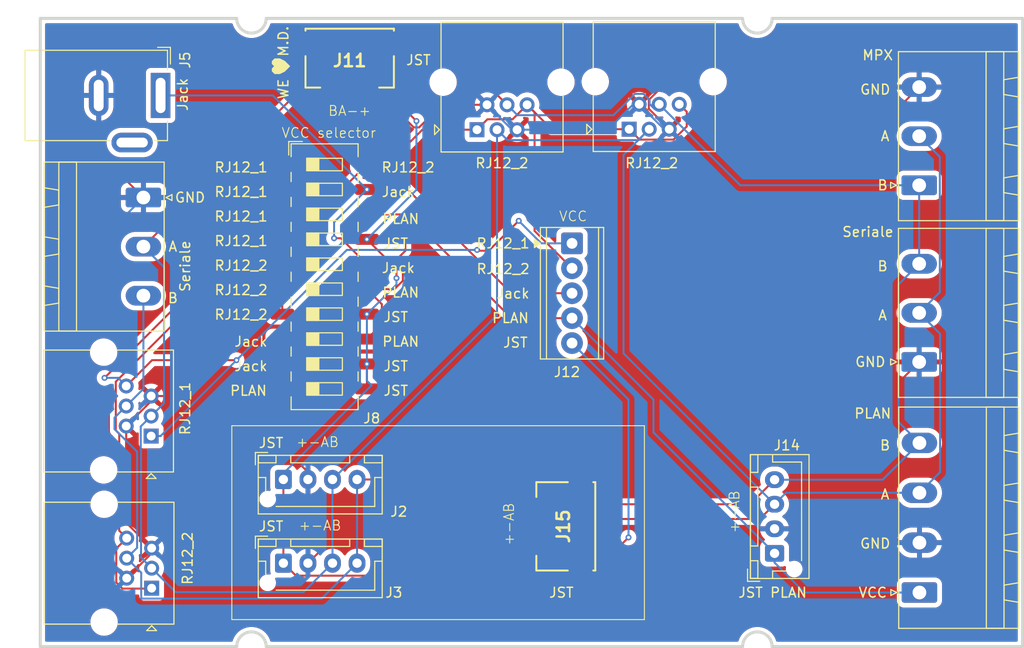
<source format=kicad_pcb>
(kicad_pcb (version 20241229) (generator "pcbnew") (generator_version "9.0")
  (layers (0 "F.Cu" signal) (2 "B.Cu" signal) (13 "F.Paste" user) (15 "B.Paste" user) (5 "F.SilkS" user "F.Silkscreen") (7 "B.SilkS" user "B.Silkscreen") (1 "F.Mask" user) (3 "B.Mask" user) (25 "Edge.Cuts" user))
  (net 0 "")
  (net 1 "/A")
  (net 2 "/gnd")
  (net 3 "/B")
  (net 4 "/vcc_JST")
  (net 5 "/vcc_jack")
  (net 6 "/vcc_PLAN")
  (net 7 "/vcc_RJ12_1")
  (net 8 "/vcc_RJ12_2")
  (footprint "Connector_RJ:RJ25_Wayconn_MJEA-660X1_Horizontal" (layer "F.Cu") (at 102.79 93.05 -90)
    (property "Reference" "J1" (hide yes))
    (property "Value" "RJ12")
  )
  (footprint "Connector_Phoenix_MSTB:PhoenixContact_MSTBA_2,5_3-G_1x03_P5.00mm_Horizontal" (layer "F.Cu") (at 102 68.75 -90)
    (property "Reference" "J6" (hide yes))
    (property "Value" "Seriale")
  )
  (footprint "Connector_RJ:RJ25_Wayconn_MJEA-660X1_Horizontal" (layer "F.Cu") (at 102.84 108.55 -90)
    (property "Reference" "J4" (hide yes))
    (property "Value" "RJ12")
  )
  (footprint "Connector_Phoenix_MSTB:PhoenixContact_MSTBA_2,5_4-G-5,08_1x04_P5.08mm_Horizontal" (layer "F.Cu") (at 181 108.99 90)
    (property "Reference" "J10" (hide yes))
    (property "Value" "PLAN" (hide yes))
  )
  (footprint "Connector_JST:JST_XH_B4B-XH-AM_1x04_P2.50mm_Vertical" (layer "F.Cu") (at 116.25 97.475)
    (property "Reference" "J2")
    (property "Value" "JST XH")
  )
  (footprint "board:648104131822" (layer "F.Cu") (at 145 102.25 -90)
    (property "Reference" "J15")
    (property "Value" "REMOTE_DISPLAY" (hide yes))
  )
  (footprint "Connector_RJ:RJ25_Wayconn_MJEA-660X1_Horizontal" (layer "F.Cu") (at 151.45 61.79 180)
    (property "Reference" "J16" (hide yes))
    (property "Value" "RJ12")
  )
  (footprint "Connector_BarrelJack:BarrelJack_GCT_DCJ200-10-A_Horizontal" (layer "F.Cu") (at 103.75 58.35 -90)
    (property "Reference" "J5")
    (property "Value" "Barrel_Jack")
  )
  (footprint "Connector_JST:JST_XH_B4B-XH-AM_1x04_P2.50mm_Vertical" (layer "F.Cu") (at 166.25 105 90)
    (property "Reference" "J14")
    (property "Value" "JST PLAN")
  )
  (footprint "TerminalBlock_Phoenix:TerminalBlock_Phoenix_MPT-0,5-5-2.54_1x05_P2.54mm_Horizontal" (layer "F.Cu") (at 145.6325 73.42 -90)
    (property "Reference" "J12")
    (property "Value" "Conn_01x05_Socket")
  )
  (footprint "Button_Switch_SMD:SW_DIP_SPSTx10_Slide_6.7x26.96mm_W8.61mm_P2.54mm_LowProfile" (layer "F.Cu") (at 120.445 76.82)
    (property "Reference" "J8")
    (property "Value" "Conn_02x10_Counter_Clockwise_MountingPin")
  )
  (footprint "Connector_Phoenix_MSTB:PhoenixContact_MSTBA_2,5_3-G_1x03_P5.00mm_Horizontal" (layer "F.Cu") (at 180.9725 67.5 90)
    (property "Reference" "J7" (hide yes))
    (property "Value" "MPX")
  )
  (footprint "board:648104131822" (layer "F.Cu") (at 123 54.55)
    (property "Reference" "J11")
    (property "Value" "REMOTE_DISPLAY" (hide yes))
  )
  (footprint "Connector_Phoenix_MSTB:PhoenixContact_MSTBA_2,5_3-G_1x03_P5.00mm_Horizontal" (layer "F.Cu") (at 180.9725 85.5 90)
    (property "Reference" "J9" (hide yes))
    (property "Value" "Seriale")
  )
  (footprint "Connector_JST:JST_XH_B4B-XH-AM_1x04_P2.50mm_Vertical" (layer "F.Cu") (at 116.25 106)
    (property "Reference" "J3")
    (property "Value" "JST XH")
  )
  (footprint "Connector_RJ:RJ25_Wayconn_MJEA-660X1_Horizontal" (layer "F.Cu") (at 135.96 61.84 180)
    (property "Reference" "J13" (hide yes))
    (property "Value" "RJ12")
  )
  (gr_poly (pts (xy 155.549058 75.777901) (xy 155.552635 75.778397) (xy 155.556336 75.779224) (xy 155.56017 75.780381) (xy 155.564142 75.78187) (xy 155.568262 75.783689) (xy 155.572537 75.785838) (xy 155.576975 75.788319) (xy 155.58637 75.794272) (xy 155.596509 75.801548) (xy 155.607454 75.810147) (xy 155.619267 75.820069) (xy 155.632011 75.831314) (xy 155.639229 75.837424) (xy 155.647589 75.843819) (xy 155.656993 75.850452) (xy 155.667343 75.857276) (xy 155.690487 75.871311) (xy 155.716236 75.885553) (xy 155.743804 75.89963) (xy 155.772405 75.913169) (xy 155.801254 75.925799) (xy 155.829565 75.937147) (xy 155.842954 75.941732) (xy 155.855314 75.946215) (xy 155.86661 75.950573) (xy 155.871847 75.952699) (xy 155.876805 75.954786) (xy 155.881478 75.956832) (xy 155.885863 75.958834) (xy 155.889954 75.960789) (xy 155.893748 75.962696) (xy 155.897239 75.964551) (xy 155.900423 75.966351) (xy 155.903297 75.968095) (xy 155.905854 75.969779) (xy 155.908091 75.971401) (xy 155.910003 75.972959) (xy 155.911585 75.974449) (xy 155.912834 75.97587) (xy 155.913744 75.977218) (xy 155.91407 75.977864) (xy 155.914311 75.978492) (xy 155.914464 75.979099) (xy 155.91453 75.979688) (xy 155.914508 75.980256) (xy 155.914398 75.980803) (xy 155.914198 75.98133) (xy 155.913909 75.981836) (xy 155.913529 75.982321) (xy 155.913058 75.982784) (xy 155.912496 75.983225) (xy 155.911843 75.983644) (xy 155.910257 75.984414) (xy 155.908296 75.98509) (xy 155.905956 75.985671) (xy 155.903233 75.986154) (xy 155.900121 75.986536) (xy 155.893024 75.986211) (xy 155.885018 75.985261) (xy 155.876184 75.983722) (xy 155.866607 75.98163) (xy 155.856368 75.979021) (xy 155.845551 75.975932) (xy 155.82251 75.968456) (xy 155.798146 75.959491) (xy 155.773121 75.949328) (xy 155.748096 75.938255) (xy 155.723732 75.926563) (xy 155.711511 75.920656) (xy 155.698728 75.914863) (xy 155.685479 75.909215) (xy 155.671863 75.903743) (xy 155.643923 75.893449) (xy 155.615694 75.88423) (xy 155.587961 75.876334) (xy 155.574526 75.872959) (xy 155.56151 75.870009) (xy 155.54901 75.867513) (xy 155.537126 75.865503) (xy 155.525954 75.864009) (xy 155.515594 75.863063) (xy 155.505642 75.86228) (xy 155.495674 75.861258) (xy 155.485758 75.860009) (xy 155.475961 75.858544) (xy 155.46635 75.856871) (xy 155.456992 75.855002) (xy 155.447955 75.852947) (xy 155.439305 75.850716) (xy 155.43111 75.84832) (xy 155.423437 75.845769) (xy 155.416353 75.843074) (xy 155.409925 75.840243) (xy 155.404221 75.837289) (xy 155.399308 75.834221) (xy 155.397168 75.832648) (xy 155.395252 75.83105) (xy 155.393567 75.829429) (xy 155.392121 75.827786) (xy 155.389222 75.825265) (xy 155.388073 75.824099) (xy 155.387119 75.822997) (xy 155.386356 75.82196) (xy 155.38578 75.820988) (xy 155.385388 75.820082) (xy 155.385176 75.819242) (xy 155.385139 75.81847) (xy 155.385274 75.817765) (xy 155.385577 75.817129) (xy 155.386044 75.816562) (xy 155.386671 75.816065) (xy 155.387455 75.815638) (xy 155.388391 75.815282) (xy 155.389475 75.814998) (xy 155.392075 75.814647) (xy 155.395222 75.814591) (xy 155.398885 75.814835) (xy 155.403035 75.815383) (xy 155.407639 75.816242) (xy 155.412667 75.817416) (xy 155.418088 75.81891) (xy 155.423871 75.82073) (xy 155.430479 75.822549) (xy 155.437052 75.824038) (xy 155.443552 75.825195) (xy 155.449944 75.826022) (xy 155.45619 75.826518) (xy 155.462256 75.826683) (xy 155.468105 75.826518) (xy 155.473701 75.826022) (xy 155.476393 75.82565) (xy 155.479007 75.825195) (xy 155.481541 75.824658) (xy 155.483988 75.824038) (xy 155.486345 75.823335) (xy 155.488607 75.822549) (xy 155.49077 75.821681) (xy 155.492828 75.82073) (xy 155.494778 75.819697) (xy 155.496615 75.81858) (xy 155.498335 75.817382) (xy 155.499932 75.8161) (xy 155.501403 75.814736) (xy 155.502742 75.813289) (xy 155.503946 75.811759) (xy 155.50501 75.810147) (xy 155.510312 75.801548) (xy 155.512982 75.797745) (xy 155.515676 75.794272) (xy 155.518401 75.79113) (xy 155.521164 75.788319) (xy 155.523974 75.785838) (xy 155.526838 75.783689) (xy 155.529764 75.78187) (xy 155.53276 75.780381) (xy 155.535834 75.779224) (xy 155.538992 75.778397) (xy 155.542244 75.777901) (xy 155.545597 75.777736)) (fill yes) (layer "F.Cu"))
  (gr_poly (pts (xy 157.071283 76.170922) (xy 157.072018 76.171132) (xy 157.073548 76.171909) (xy 157.075161 76.173157) (xy 157.076859 76.17487) (xy 157.078645 76.177044) (xy 157.080521 76.179675) (xy 157.08249 76.182758) (xy 157.084555 76.186288) (xy 157.086718 76.190262) (xy 157.088982 76.194674) (xy 157.092043 76.202312) (xy 157.094619 76.210632) (xy 157.096718 76.219572) (xy 157.098353 76.22907) (xy 157.099533 76.239065) (xy 157.100269 76.249493) (xy 157.10057 76.260293) (xy 157.100448 76.271404) (xy 157.099912 76.282762) (xy 157.098973 76.294307) (xy 157.097642 76.305975) (xy 157.095928 76.317706) (xy 157.093842 76.329436) (xy 157.091394 76.341104) (xy 157.088595 76.352649) (xy 157.085454 76.364007) (xy 157.07483 76.392519) (xy 157.070432 76.403245) (xy 157.066603 76.411522) (xy 157.063311 76.417277) (xy 157.061857 76.419187) (xy 157.060526 76.420438) (xy 157.059314 76.421023) (xy 157.058216 76.420933) (xy 157.05723 76.420157) (xy 157.056351 76.418688) (xy 157.054898 76.413633) (xy 157.053829 76.405693) (xy 157.05311 76.394798) (xy 157.052713 76.380875) (xy 157.052754 76.343654) (xy 157.053705 76.293452) (xy 157.054411 76.271452) (xy 157.055221 76.251732) (xy 157.056154 76.234254) (xy 157.057232 76.218983) (xy 157.058476 76.205882) (xy 157.059166 76.200134) (xy 157.059906 76.194915) (xy 157.060697 76.190221) (xy 157.061542 76.186047) (xy 157.062444 76.182388) (xy 157.063406 76.17924) (xy 157.06443 76.176599) (xy 157.065518 76.17446) (xy 157.066673 76.172817) (xy 157.067277 76.172181) (xy 157.067898 76.171668) (xy 157.068538 76.171277) (xy 157.069196 76.171007) (xy 157.069872 76.170859) (xy 157.070568 76.17083)) (fill yes) (layer "F.Cu"))
  (gr_poly (pts (xy 163.129788 85.843769) (xy 163.158269 85.844952) (xy 163.186534 85.847107) (xy 163.214473 85.850203) (xy 163.241977 85.854208) (xy 163.26894 85.859091) (xy 163.295251 85.864822) (xy 163.320802 85.87137) (xy 163.345485 85.878702) (xy 163.369192 85.88679) (xy 163.391813 85.895601) (xy 163.413241 85.905104) (xy 163.433366 85.915269) (xy 163.452081 85.926064) (xy 163.469276 85.937459) (xy 163.484844 85.949422) (xy 163.498675 85.961922) (xy 163.510661 85.974929) (xy 163.520694 85.988411) (xy 163.528665 86.002338) (xy 163.534466 86.016678) (xy 163.537988 86.031401) (xy 163.539122 86.046474) (xy 163.537761 86.061869) (xy 163.536603 86.070594) (xy 163.535776 86.078261) (xy 163.53528 86.084883) (xy 163.535156 86.087808) (xy 163.535115 86.090477) (xy 163.535156 86.092893) (xy 163.53528 86.095058) (xy 163.535487 86.096974) (xy 163.535776 86.098642) (xy 163.536149 86.100064) (xy 163.536603 86.101244) (xy 163.537141 86.102181) (xy 163.537761 86.102879) (xy 163.538464 86.103339) (xy 163.539249 86.103564) (xy 163.540117 86.103554) (xy 163.541068 86.103313) (xy 163.542102 86.102842) (xy 163.543218 86.102143) (xy 163.544417 86.101217) (xy 163.545698 86.100068) (xy 163.547063 86.098696) (xy 163.54851 86.097104) (xy 163.550039 86.095294) (xy 163.551652 86.093267) (xy 163.555124 86.088573) (xy 163.558928 86.083036) (xy 163.563482 86.076877) (xy 163.56571 86.07414) (xy 163.567912 86.071633) (xy 163.570094 86.069355) (xy 163.57226 86.067308) (xy 163.574416 86.065493) (xy 163.576566 86.063909) (xy 163.578717 86.062558) (xy 163.580872 86.06144) (xy 163.583038 86.060555) (xy 163.58522 86.059906) (xy 163.587422 86.059491) (xy 163.58965 86.059312) (xy 163.59191 86.05937) (xy 163.594205 86.059664) (xy 163.596541 86.060196) (xy 163.598925 86.060967) (xy 163.601359 86.061977) (xy 163.603851 86.063226) (xy 163.606405 86.064716) (xy 163.609026 86.066446) (xy 163.611719 86.068418) (xy 163.61449 86.070633) (xy 163.617343 86.07309) (xy 163.620284 86.075791) (xy 163.626451 86.081925) (xy 163.633031 86.089042) (xy 163.640066 86.097145) (xy 163.646435 86.105963) (xy 163.652317 86.11659) (xy 163.657724 86.129097) (xy 163.662666 86.143558) (xy 163.667153 86.160045) (xy 163.671196 86.17863) (xy 163.674804 86.199385) (xy 163.677989 86.222383) (xy 163.683129 86.275396) (xy 163.686698 86.338249) (xy 163.688779 86.41152) (xy 163.689455 86.495787) (xy 163.688828 86.599505) (xy 163.687897 86.643614) (xy 163.686423 86.683254) (xy 163.684308 86.718946) (xy 163.681455 86.751212) (xy 163.677764 86.780573) (xy 163.673139 86.807553) (xy 163.667479 86.832672) (xy 163.660688 86.856452) (xy 163.652667 86.879417) (xy 163.643318 86.902086) (xy 163.632542 86.924983) (xy 163.620243 86.94863) (xy 163.60632 86.973547) (xy 163.590677 87.000258) (xy 163.56518 87.042696) (xy 163.540158 87.081459) (xy 163.515426 87.116678) (xy 163.490797 87.14848) (xy 163.466086 87.176996) (xy 163.441105 87.202355) (xy 163.428456 87.21389) (xy 163.41567 87.224685) (xy 163.402724 87.234755) (xy 163.389594 87.244116) (xy 163.376258 87.252785) (xy 163.362691 87.260778) (xy 163.348872 87.26811) (xy 163.334776 87.274798) (xy 163.32038 87.280859) (xy 163.305661 87.286307) (xy 163.290596 87.291161) (xy 163.275162 87.295434) (xy 163.243091 87.302308) (xy 163.209264 87.307058) (xy 163.173494 87.309813) (xy 163.135594 87.310703) (xy 163.118524 87.310549) (xy 163.101726 87.310096) (xy 163.085224 87.309351) (xy 163.069042 87.308326) (xy 163.053203 87.307029) (xy 163.037732 87.305471) (xy 163.022652 87.30366) (xy 163.007988 87.301608) (xy 162.993763 87.299323) (xy 162.980001 87.296815) (xy 162.966726 87.294094) (xy 162.953962 87.291169) (xy 162.941733 87.288051) (xy 162.930062 87.284748) (xy 162.918974 87.281271) (xy 162.908493 87.27763) (xy 162.898642 87.273833) (xy 162.889446 87.269891) (xy 162.880928 87.265813) (xy 162.873112 87.26161) (xy 162.866022 87.25729) (xy 162.859682 87.252864) (xy 162.854116 87.24834) (xy 162.849347 87.24373) (xy 162.845401 87.239042) (xy 162.842299 87.234286) (xy 162.840068 87.229472) (xy 162.838729 87.22461) (xy 162.838308 87.219708) (xy 162.838828 87.214778) (xy 162.840313 87.209829) (xy 162.842787 87.204869) (xy 162.844525 87.201107) (xy 162.845209 87.199379) (xy 162.845771 87.197752) (xy 162.846212 87.196226) (xy 162.846532 87.194801) (xy 162.846731 87.193474) (xy 162.846812 87.192247) (xy 162.846773 87.191118) (xy 162.846616 87.190086) (xy 162.846342 87.189151) (xy 162.84595 87.188313) (xy 162.845443 87.18757) (xy 162.84482 87.186922) (xy 162.844081 87.186368) (xy 162.843229 87.185908) (xy 162.842263 87.185541) (xy 162.841183 87.185266) (xy 162.839992 87.185083) (xy 162.838688 87.184991) (xy 162.837274 87.184989) (xy 162.835749 87.185078) (xy 162.83237 87.185521) (xy 162.828557 87.186316) (xy 162.824315 87.187457) (xy 162.81965 87.188939) (xy 162.814566 87.190757) (xy 162.804374 87.192887) (xy 162.793678 87.192089) (xy 162.782533 87.188495) (xy 162.770992 87.182234) (xy 162.759111 87.173439) (xy 162.746942 87.16224) (xy 162.721962 87.133156) (xy 162.696485 87.096031) (xy 162.670947 87.051914) (xy 162.64578 87.001854) (xy 162.62142 86.9469) (xy 162.5983 86.888102) (xy 162.576854 86.826508) (xy 162.557517 86.763167) (xy 162.540722 86.699129) (xy 162.526904 86.635442) (xy 162.516496 86.573155) (xy 162.509933 86.513318) (xy 162.507649 86.45698) (xy 162.508081 86.432302) (xy 162.509368 86.407889) (xy 162.511498 86.383758) (xy 162.514457 86.359925) (xy 162.518232 86.336407) (xy 162.522811 86.313221) (xy 162.528181 86.290384) (xy 162.534328 86.267913) (xy 162.54124 86.245824) (xy 162.548904 86.224135) (xy 162.557307 86.202861) (xy 162.566436 86.18202) (xy 162.576279 86.161629) (xy 162.586821 86.141704) (xy 162.598051 86.122262) (xy 162.609955 86.10332) (xy 162.622521 86.084895) (xy 162.635735 86.067004) (xy 162.649584 86.049663) (xy 162.664057 86.032889) (xy 162.679139 86.016699) (xy 162.694818 86.001109) (xy 162.711081 85.986138) (xy 162.727915 85.9718) (xy 162.745307 85.958114) (xy 162.763244 85.945096) (xy 162.781714 85.932762) (xy 162.800703 85.92113) (xy 162.820198 85.910216) (xy 162.840187 85.900037) (xy 162.860656 85.89061) (xy 162.881593 85.881952) (xy 162.907145 85.872997) (xy 162.933456 85.865292) (xy 162.960418 85.858806) (xy 162.987923 85.85351) (xy 163.015862 85.84937) (xy 163.044126 85.846358) (xy 163.072608 85.844441) (xy 163.101198 85.843588)) (fill yes) (layer "F.Cu"))
  (gr_poly (pts (xy 156.534213 75.460698) (xy 156.534959 75.461591) (xy 156.53515 75.463134) (xy 156.534784 75.465327) (xy 156.533857 75.468168) (xy 156.532366 75.471656) (xy 156.52768 75.480575) (xy 156.520699 75.492077) (xy 156.511398 75.506158) (xy 156.499751 75.522812) (xy 156.485732 75.542035) (xy 156.468046 75.563834) (xy 156.448257 75.585457) (xy 156.426658 75.606729) (xy 156.403546 75.627474) (xy 156.379214 75.647515) (xy 156.353957 75.666679) (xy 156.32807 75.684788) (xy 156.301847 75.701667) (xy 156.275582 75.717141) (xy 156.249571 75.731033) (xy 156.224108 75.743169) (xy 156.199486 75.753372) (xy 156.176002 75.761466) (xy 156.153949 75.767276) (xy 156.133622 75.770626) (xy 156.124198 75.771324) (xy 156.115316 75.771341) (xy 156.091999 75.769998) (xy 156.082698 75.769287) (xy 156.074967 75.76853) (xy 156.068807 75.767711) (xy 156.064218 75.766814) (xy 156.062513 75.766332) (xy 156.0612 75.765825) (xy 156.06028 75.76529) (xy 156.059753 75.764726) (xy 156.059619 75.764132) (xy 156.059877 75.763504) (xy 156.060528 75.762842) (xy 156.061572 75.762142) (xy 156.063009 75.761404) (xy 156.064838 75.760626) (xy 156.069675 75.758938) (xy 156.076083 75.757065) (xy 156.084062 75.75499) (xy 156.093612 75.752699) (xy 156.104732 75.750174) (xy 156.116253 75.747737) (xy 156.127649 75.745066) (xy 156.138901 75.742174) (xy 156.149987 75.739074) (xy 156.160887 75.735781) (xy 156.171581 75.732307) (xy 156.182047 75.728667) (xy 156.192265 75.724874) (xy 156.202215 75.720941) (xy 156.211875 75.716882) (xy 156.221225 75.712711) (xy 156.230244 75.70844) (xy 156.238912 75.704085) (xy 156.247208 75.699658) (xy 156.255111 75.695173) (xy 156.2626 75.690643) (xy 156.269656 75.686082) (xy 156.276257 75.681504) (xy 156.282382 75.676922) (xy 156.288011 75.672349) (xy 156.293124 75.6678) (xy 156.297699 75.663288) (xy 156.301716 75.658826) (xy 156.305154 75.654428) (xy 156.307993 75.650107) (xy 156.310212 75.645878) (xy 156.31179 75.641753) (xy 156.312706 75.637747) (xy 156.31294 75.633872) (xy 156.312472 75.630142) (xy 156.31128 75.626572) (xy 156.309344 75.623174) (xy 156.307525 75.619411) (xy 156.306043 75.616057) (xy 156.304902 75.613105) (xy 156.304461 75.611779) (xy 156.304107 75.610552) (xy 156.303841 75.609423) (xy 156.303663 75.608391) (xy 156.303575 75.607456) (xy 156.303576 75.606618) (xy 156.303668 75.605875) (xy 156.303851 75.605227) (xy 156.304126 75.604673) (xy 156.304493 75.604213) (xy 156.304953 75.603846) (xy 156.305506 75.603571) (xy 156.306154 75.603388) (xy 156.306897 75.603297) (xy 156.307736 75.603295) (xy 156.308671 75.603384) (xy 156.309702 75.603561) (xy 156.310832 75.603827) (xy 156.312059 75.604181) (xy 156.313385 75.604622) (xy 156.316337 75.605763) (xy 156.319691 75.607245) (xy 156.323454 75.609063) (xy 156.32553 75.610253) (xy 156.327785 75.611179) (xy 156.33021 75.611849) (xy 156.332797 75.612267) (xy 156.33554 75.61244) (xy 156.33843 75.612373) (xy 156.34146 75.612072) (xy 156.344621 75.611544) (xy 156.351308 75.609825) (xy 156.358429 75.607265) (xy 156.365922 75.603908) (xy 156.373725 75.599803) (xy 156.381777 75.594994) (xy 156.390014 75.58953) (xy 156.398375 75.583455) (xy 156.406798 75.576817) (xy 156.415222 75.569663) (xy 156.423583 75.562038) (xy 156.43182 75.55399) (xy 156.439871 75.545564) (xy 156.458718 75.525719) (xy 156.475555 75.508515) (xy 156.490357 75.493946) (xy 156.503096 75.482008) (xy 156.513747 75.472695) (xy 156.522285 75.466002) (xy 156.525753 75.463636) (xy 156.528683 75.461924) (xy 156.531072 75.460864) (xy 156.532916 75.460455)) (fill yes) (layer "F.Cu"))
  (gr_poly (pts (xy 156.589955 75.211399) (xy 156.590579 75.211678) (xy 156.591234 75.212143) (xy 156.591917 75.212794) (xy 156.592629 75.213632) (xy 156.593368 75.214655) (xy 156.594135 75.215864) (xy 156.594928 75.217259) (xy 156.596591 75.220608) (xy 156.598353 75.224701) (xy 156.600207 75.229537) (xy 156.602149 75.235118) (xy 156.603888 75.239989) (xy 156.605146 75.245309) (xy 156.60594 75.251032) (xy 156.606283 75.257112) (xy 156.606193 75.263502) (xy 156.605684 75.270155) (xy 156.604772 75.277026) (xy 156.603472 75.284067) (xy 156.6018 75.291232) (xy 156.599772 75.298474) (xy 156.597403 75.305747) (xy 156.594708 75.313005) (xy 156.591703 75.320201) (xy 156.588403 75.327289) (xy 156.584824 75.334221) (xy 156.580982 75.340952) (xy 156.568208 75.36063) (xy 156.558823 75.374686) (xy 156.555325 75.379606) (xy 156.552581 75.38312) (xy 156.55056 75.385228) (xy 156.549812 75.385755) (xy 156.549232 75.385931) (xy 156.548818 75.385755) (xy 156.548566 75.385228) (xy 156.548471 75.38435) (xy 156.54853 75.38312) (xy 156.549093 75.379606) (xy 156.550225 75.374686) (xy 156.554069 75.36063) (xy 156.559816 75.340952) (xy 156.563771 75.327144) (xy 156.567643 75.312509) (xy 156.57135 75.297544) (xy 156.574809 75.282744) (xy 156.577937 75.268605) (xy 156.580651 75.255624) (xy 156.58287 75.244296) (xy 156.58451 75.235118) (xy 156.584592 75.229537) (xy 156.584834 75.224701) (xy 156.585231 75.220608) (xy 156.585486 75.218841) (xy 156.585778 75.217259) (xy 156.586106 75.215864) (xy 156.586469 75.214655) (xy 156.586868 75.213632) (xy 156.587301 75.212794) (xy 156.587767 75.212143) (xy 156.588266 75.211678) (xy 156.588798 75.211399) (xy 156.589361 75.211306)) (fill yes) (layer "F.Cu"))
  (gr_poly (pts (xy 156.983874 76.239683) (xy 156.984344 76.23973) (xy 156.984819 76.239824) (xy 156.985297 76.239965) (xy 156.985779 76.240154) (xy 156.986263 76.240391) (xy 156.98724 76.24101) (xy 156.988224 76.241827) (xy 156.989213 76.242843) (xy 156.990205 76.244063) (xy 156.992105 76.246289) (xy 156.993829 76.248969) (xy 156.995367 76.252063) (xy 156.996709 76.255529) (xy 156.997844 76.259325) (xy 156.998762 76.263411) (xy 156.999453 76.267745) (xy 156.999906 76.272286) (xy 157.000111 76.276992) (xy 157.000058 76.281822) (xy 156.999736 76.286734) (xy 156.999134 76.291688) (xy 156.998244 76.296642) (xy 156.997054 76.301555) (xy 156.995553 76.306385) (xy 156.993732 76.31109) (xy 156.991751 76.31593) (xy 156.989784 76.319876) (xy 156.988812 76.321518) (xy 156.987849 76.322943) (xy 156.986898 76.324152) (xy 156.98596 76.325147) (xy 156.985038 76.32593) (xy 156.984134 76.326504) (xy 156.983248 76.326869) (xy 156.982384 76.327028) (xy 156.981544 76.326983) (xy 156.980728 76.326736) (xy 156.97994 76.326289) (xy 156.97918 76.325643) (xy 156.978452 76.324801) (xy 156.977757 76.323765) (xy 156.977096 76.322536) (xy 156.976473 76.321116) (xy 156.975344 76.317714) (xy 156.974385 76.313572) (xy 156.973613 76.308706) (xy 156.973042 76.303133) (xy 156.972688 76.296868) (xy 156.972566 76.289925) (xy 156.972276 76.286339) (xy 156.972066 76.28286) (xy 156.971934 76.27949) (xy 156.971877 76.276234) (xy 156.971892 76.273094) (xy 156.971977 76.270073) (xy 156.972129 76.267175) (xy 156.972345 76.264403) (xy 156.972624 76.261761) (xy 156.972962 76.25925) (xy 156.973357 76.256876) (xy 156.973806 76.25464) (xy 156.974307 76.252546) (xy 156.974857 76.250598) (xy 156.975453 76.248798) (xy 156.976093 76.24715) (xy 156.976775 76.245657) (xy 156.977495 76.244323) (xy 156.978252 76.24315) (xy 156.979042 76.242141) (xy 156.979864 76.241301) (xy 156.980713 76.240631) (xy 156.981589 76.240136) (xy 156.982035 76.239955) (xy 156.982487 76.239819) (xy 156.982945 76.239728) (xy 156.983407 76.239683)) (fill yes) (layer "F.Cu"))
  (gr_poly (pts (xy 163.749428 79.330869) (xy 163.794828 79.351902) (xy 163.835975 79.372961) (xy 163.873164 79.394485) (xy 163.906689 79.416914) (xy 163.936845 79.440686) (xy 163.963926 79.46624) (xy 163.988226 79.494017) (xy 164.010042 79.524456) (xy 164.029666 79.557994) (xy 164.047393 79.595073) (xy 164.063519 79.636131) (xy 164.078337 79.681607) (xy 164.092143 79.731941) (xy 164.10523 79.787571) (xy 164.117893 79.848938) (xy 164.130427 79.91648) (xy 164.14142 79.981644) (xy 164.150567 80.041082) (xy 164.157844 80.095104) (xy 164.160773 80.120182) (xy 164.163224 80.144021) (xy 164.165195 80.166662) (xy 164.166682 80.188143) (xy 164.167682 80.208502) (xy 164.168192 80.227778) (xy 164.168208 80.246011) (xy 164.167728 80.263239) (xy 164.166748 80.2795) (xy 164.165264 80.294834) (xy 164.163274 80.309279) (xy 164.160774 80.322873) (xy 164.157761 80.335657) (xy 164.154233 80.347668) (xy 164.150185 80.358945) (xy 164.145614 80.369527) (xy 164.140518 80.379453) (xy 164.134892 80.388761) (xy 164.128734 80.397491) (xy 164.122041 80.40568) (xy 164.114809 80.413368) (xy 164.107035 80.420594) (xy 164.098716 80.427396) (xy 164.089849 80.433813) (xy 164.08043 80.439884) (xy 164.070456 80.445647) (xy 164.040628 80.459103) (xy 164.004475 80.472925) (xy 163.915674 80.501154) (xy 163.809014 80.5293) (xy 163.689455 80.556331) (xy 163.561959 80.581211) (xy 163.431486 80.602908) (xy 163.302997 80.620389) (xy 163.181454 80.632619) (xy 163.097773 80.636355) (xy 163.006609 80.635878) (xy 162.909657 80.631526) (xy 162.808612 80.623634) (xy 162.70517 80.612539) (xy 162.601025 80.598575) (xy 162.497872 80.582079) (xy 162.397406 80.563387) (xy 162.301322 80.542834) (xy 162.211316 80.520757) (xy 162.129081 80.497491) (xy 162.056314 80.473373) (xy 161.994709 80.448738) (xy 161.945961 80.423922) (xy 161.926938 80.411552) (xy 161.911765 80.399262) (xy 161.900653 80.387094) (xy 161.893816 80.375092) (xy 161.892036 80.368544) (xy 161.89066 80.359589) (xy 161.889076 80.335073) (xy 161.888979 80.302786) (xy 161.890288 80.263966) (xy 161.89292 80.219855) (xy 161.896792 80.171692) (xy 161.901822 80.120718) (xy 161.907927 80.068174) (xy 161.922413 79.973653) (xy 161.937003 79.88814) (xy 161.952048 79.81105) (xy 161.967899 79.741799) (xy 161.976237 79.709931) (xy 161.984907 79.679804) (xy 161.993956 79.651345) (xy 162.003425 79.62448) (xy 162.013359 79.599137) (xy 162.023803 79.575244) (xy 162.034799 79.552726) (xy 162.046392 79.531511) (xy 162.058626 79.511526) (xy 162.071545 79.492698) (xy 162.085192 79.474953) (xy 162.099612 79.45822) (xy 162.114848 79.442425) (xy 162.130945 79.427494) (xy 162.147946 79.413355) (xy 162.165896 79.399936) (xy 162.184837 79.387162) (xy 162.204815 79.374962) (xy 162.225872 79.363261) (xy 162.248054 79.351987) (xy 162.271403 79.341067) (xy 162.295965 79.330428) (xy 162.348898 79.309702) (xy 162.374263 79.300355) (xy 162.397529 79.292146) (xy 162.418832 79.285052) (xy 162.438306 79.279054) (xy 162.456084 79.274131) (xy 162.472302 79.270263) (xy 162.479868 79.268717) (xy 162.487094 79.267427) (xy 162.493997 79.266391) (xy 162.500593 79.265605) (xy 162.506901 79.265067) (xy 162.512936 79.264775) (xy 162.518715 79.264725) (xy 162.524254 79.264916) (xy 162.529572 79.265345) (xy 162.534685 79.266008) (xy 162.539608 79.266904) (xy 162.54436 79.26803) (xy 162.548957 79.269384) (xy 162.553415 79.270962) (xy 162.557753 79.272763) (xy 162.561985 79.274783) (xy 162.56613 79.27702) (xy 162.570203 79.279472) (xy 162.574222 79.282135) (xy 162.578204 79.285008) (xy 162.602441 79.303922) (xy 162.627483 79.321637) (xy 162.65327 79.338155) (xy 162.679738 79.353476) (xy 162.706827 79.3676) (xy 162.734474 79.380529) (xy 162.762617 79.392263) (xy 162.791194 79.402803) (xy 162.820144 79.412148) (xy 162.849403 79.420301) (xy 162.908603 79.43303) (xy 162.9683 79.440994) (xy 163.027997 79.444199) (xy 163.087197 79.44265) (xy 163.145406 79.436351) (xy 163.173983 79.431423) (xy 163.202126 79.425309) (xy 163.229773 79.41801) (xy 163.256862 79.409528) (xy 163.28333 79.399862) (xy 163.309117 79.389013) (xy 163.334159 79.376982) (xy 163.358395 79.36377) (xy 163.381764 79.349377) (xy 163.404201 79.333804) (xy 163.425647 79.317051) (xy 163.446039 79.299119) (xy 163.52365 79.228563)) (fill yes) (layer "F.Cu"))
  (gr_poly (pts (xy 156.709305 75.811029) (xy 156.711757 75.811349) (xy 156.71364 75.811978) (xy 156.714936 75.812914) (xy 156.715624 75.814157) (xy 156.715684 75.815704) (xy 156.715096 75.817555) (xy 156.71384 75.819709) (xy 156.711896 75.822163) (xy 156.709244 75.824917) (xy 156.705864 75.82797) (xy 156.701737 75.83132) (xy 156.696841 75.834965) (xy 156.691157 75.838905) (xy 156.684665 75.843139) (xy 156.677345 75.847664) (xy 156.669176 75.85248) (xy 156.661501 75.856444) (xy 156.653081 75.860383) (xy 156.644 75.86427) (xy 156.63434 75.868079) (xy 156.624184 75.871785) (xy 156.613614 75.875362) (xy 156.591566 75.882025) (xy 156.568856 75.887861) (xy 156.557459 75.890404) (xy 156.546146 75.892664) (xy 156.534997 75.894613) (xy 156.524097 75.896226) (xy 156.513528 75.897478) (xy 156.503371 75.898342) (xy 156.488979 75.898874) (xy 156.476203 75.899127) (xy 156.465009 75.89907) (xy 156.459994 75.898916) (xy 156.45536 75.898672) (xy 156.451104 75.898336) (xy 156.44722 75.897902) (xy 156.443705 75.897368) (xy 156.440553 75.896729) (xy 156.437761 75.895982) (xy 156.435323 75.895122) (xy 156.433235 75.894146) (xy 156.431492 75.89305) (xy 156.430091 75.891829) (xy 156.429027 75.890481) (xy 156.428294 75.889001) (xy 156.427889 75.887386) (xy 156.427807 75.885631) (xy 156.428043 75.883732) (xy 156.428593 75.881686) (xy 156.429453 75.87949) (xy 156.430618 75.877138) (xy 156.432083 75.874627) (xy 156.433843 75.871953) (xy 156.435895 75.869113) (xy 156.438234 75.866102) (xy 156.440856 75.862917) (xy 156.446927 75.856008) (xy 156.449542 75.852794) (xy 156.452097 75.849766) (xy 156.454594 75.846926) (xy 156.457035 75.844274) (xy 156.459421 75.84181) (xy 156.461755 75.839536) (xy 156.464039 75.837452) (xy 156.466274 75.835558) (xy 156.468463 75.833855) (xy 156.470607 75.832344) (xy 156.472709 75.831026) (xy 156.47477 75.829901) (xy 156.476792 75.828969) (xy 156.478777 75.828232) (xy 156.480728 75.827691) (xy 156.482645 75.827345) (xy 156.484532 75.827195) (xy 156.486389 75.827242) (xy 156.48822 75.827487) (xy 156.490025 75.82793) (xy 156.491807 75.828572) (xy 156.493567 75.829414) (xy 156.495309 75.830456) (xy 156.497032 75.831699) (xy 156.498741 75.833144) (xy 156.500435 75.83479) (xy 156.502118 75.83664) (xy 156.503792 75.838693) (xy 156.505457 75.84095) (xy 156.507117 75.843412) (xy 156.508773 75.846079) (xy 156.510427 75.848953) (xy 156.514443 75.853914) (xy 156.518578 75.858213) (xy 156.522868 75.861851) (xy 156.525082 75.863422) (xy 156.527349 75.864828) (xy 156.529673 75.866068) (xy 156.532058 75.867143) (xy 156.534509 75.868052) (xy 156.53703 75.868796) (xy 156.539626 75.869375) (xy 156.542302 75.869789) (xy 156.545061 75.870037) (xy 156.547909 75.870119) (xy 156.550851 75.870037) (xy 156.553889 75.869789) (xy 156.560277 75.868796) (xy 156.56711 75.867143) (xy 156.574423 75.864828) (xy 156.582253 75.861851) (xy 156.590636 75.858213) (xy 156.599608 75.853914) (xy 156.609205 75.848953) (xy 156.626583 75.839691) (xy 156.642891 75.831741) (xy 156.657969 75.825094) (xy 156.671657 75.819738) (xy 156.683795 75.815664) (xy 156.689233 75.814105) (xy 156.694223 75.812862) (xy 156.698745 75.811934) (xy 156.70278 75.81132) (xy 156.706306 75.811019)) (fill yes) (layer "F.Cu"))
  (gr_poly (pts (xy 155.310768 76.987453) (xy 155.353315 76.988424) (xy 155.370914 76.988586) (xy 155.387939 76.989058) (xy 155.404312 76.98982) (xy 155.419957 76.99085) (xy 155.434796 76.992128) (xy 155.448751 76.993633) (xy 155.461745 76.995346) (xy 155.473701 76.997244) (xy 155.48454 76.999307) (xy 155.494185 77.001516) (xy 155.502559 77.003848) (xy 155.509585 77.006284) (xy 155.512567 77.007534) (xy 155.515184 77.008802) (xy 155.517424 77.010086) (xy 155.519279 77.011382) (xy 155.520739 77.012689) (xy 155.521793 77.014004) (xy 155.522433 77.015324) (xy 155.522649 77.016646) (xy 155.522271 77.01984) (xy 155.521154 77.022807) (xy 155.519326 77.025548) (xy 155.516813 77.028063) (xy 155.51364 77.030354) (xy 155.509835 77.03242) (xy 155.500435 77.035884) (xy 155.488822 77.038458) (xy 155.47521 77.040149) (xy 155.459809 77.040961) (xy 155.442833 77.0409) (xy 155.424492 77.039971) (xy 155.404999 77.038179) (xy 155.384565 77.035529) (xy 155.363403 77.032026) (xy 155.341724 77.027676) (xy 155.31974 77.022483) (xy 155.297663 77.016453) (xy 155.275705 77.009591) (xy 155.254586 77.00246) (xy 155.247094 76.999475) (xy 155.241695 76.996858) (xy 155.238424 76.994592) (xy 155.237599 76.993586) (xy 155.237319 76.992662) (xy 155.23759 76.991818) (xy 155.238416 76.991052) (xy 155.24175 76.989747) (xy 155.247357 76.988732) (xy 155.255275 76.98799) (xy 155.265539 76.987507) (xy 155.278185 76.987267)) (fill yes) (layer "F.Cu"))
  (gr_poly (pts (xy 156.430026 74.418388) (xy 156.432951 74.419245) (xy 156.435992 74.42054) (xy 156.43917 74.422272) (xy 156.442506 74.424439) (xy 156.446021 74.427039) (xy 156.449738 74.430069) (xy 156.453676 74.433529) (xy 156.457859 74.437415) (xy 156.467039 74.446461) (xy 156.477449 74.457191) (xy 156.48926 74.469591) (xy 156.496507 74.477194) (xy 156.503046 74.48477) (xy 156.508889 74.492295) (xy 156.514051 74.499743) (xy 156.518546 74.507087) (xy 156.52239 74.514301) (xy 156.525595 74.521361) (xy 156.528176 74.52824) (xy 156.530147 74.534912) (xy 156.531523 74.541352) (xy 156.532317 74.547534) (xy 156.532544 74.553431) (xy 156.532218 74.559018) (xy 156.531354 74.564269) (xy 156.529965 74.569158) (xy 156.528065 74.57366) (xy 156.52567 74.577749) (xy 156.522793 74.581398) (xy 156.519448 74.584582) (xy 156.515649 74.587275) (xy 156.511412 74.589452) (xy 156.506749 74.591085) (xy 156.501675 74.592151) (xy 156.496205 74.592622) (xy 156.490353 74.592473) (xy 156.484132 74.591678) (xy 156.477557 74.590211) (xy 156.470643 74.588047) (xy 156.463403 74.585159) (xy 156.455851 74.581522) (xy 156.448003 74.577109) (xy 156.439871 74.571896) (xy 156.431851 74.566272) (xy 156.424988 74.561299) (xy 156.419283 74.556967) (xy 156.414736 74.553265) (xy 156.411346 74.550184) (xy 156.410085 74.548872) (xy 156.409113 74.547712) (xy 156.408431 74.546701) (xy 156.408039 74.545839) (xy 156.407935 74.545125) (xy 156.408121 74.544556) (xy 156.408597 74.544132) (xy 156.409361 74.543851) (xy 156.410416 74.543713) (xy 156.411759 74.543715) (xy 156.415315 74.544137) (xy 156.420028 74.545107) (xy 156.425898 74.546614) (xy 156.432926 74.548648) (xy 156.441112 74.551199) (xy 156.450455 74.554257) (xy 156.45342 74.555198) (xy 156.45636 74.556036) (xy 156.459271 74.556775) (xy 156.462147 74.557413) (xy 156.464985 74.557953) (xy 156.467779 74.558397) (xy 156.470526 74.558745) (xy 156.47322 74.558998) (xy 156.475857 74.559159) (xy 156.478433 74.559227) (xy 156.480943 74.559206) (xy 156.483383 74.559095) (xy 156.485748 74.558896) (xy 156.488033 74.558611) (xy 156.490234 74.55824) (xy 156.492347 74.557786) (xy 156.494367 74.557249) (xy 156.496289 74.55663) (xy 156.498109 74.555931) (xy 156.499823 74.555154) (xy 156.501425 74.554299) (xy 156.502912 74.553368) (xy 156.504279 74.552362) (xy 156.505521 74.551282) (xy 156.506634 74.55013) (xy 156.507613 74.548906) (xy 156.508454 74.547613) (xy 156.509152 74.546252) (xy 156.509703 74.544823) (xy 156.510102 74.543329) (xy 156.510345 74.541769) (xy 156.510427 74.540147) (xy 156.510213 74.534649) (xy 156.509581 74.529404) (xy 156.508549 74.524416) (xy 156.507133 74.51969) (xy 156.505351 74.51523) (xy 156.503218 74.51104) (xy 156.500752 74.507126) (xy 156.497969 74.503491) (xy 156.494887 74.500141) (xy 156.491522 74.497079) (xy 156.487891 74.49431) (xy 156.48401 74.49184) (xy 156.479897 74.489671) (xy 156.475568 74.48781) (xy 156.47104 74.48626) (xy 156.46633 74.485025) (xy 156.461454 74.484111) (xy 156.45643 74.483522) (xy 156.451274 74.483263) (xy 156.446003 74.483337) (xy 156.440634 74.48375) (xy 156.435184 74.484506) (xy 156.429669 74.485609) (xy 156.424106 74.487065) (xy 156.418513 74.488877) (xy 156.412905 74.49105) (xy 156.407299 74.493589) (xy 156.401713 74.496498) (xy 156.396163 74.499781) (xy 156.390666 74.503444) (xy 156.385239 74.50749) (xy 156.379899 74.511925) (xy 156.362522 74.525609) (xy 156.355668 74.53076) (xy 156.350023 74.534745) (xy 156.345577 74.53753) (xy 156.3438 74.538463) (xy 156.34232 74.539085) (xy 156.341133 74.539392) (xy 156.340241 74.53938) (xy 156.33964 74.539045) (xy 156.339329 74.538382) (xy 156.339308 74.53739) (xy 156.339576 74.536062) (xy 156.340969 74.532388) (xy 156.3435 74.527329) (xy 156.347157 74.520854) (xy 156.35193 74.512932) (xy 156.357809 74.503532) (xy 156.372844 74.480175) (xy 156.381554 74.465909) (xy 156.389277 74.45353) (xy 156.396183 74.443022) (xy 156.399384 74.438464) (xy 156.402444 74.434369) (xy 156.405385 74.430733) (xy 156.408229 74.427555) (xy 156.410996 74.424834) (xy 156.413709 74.422566) (xy 156.416388 74.42075) (xy 156.419055 74.419385) (xy 156.421731 74.418468) (xy 156.424437 74.417998) (xy 156.427195 74.417972)) (fill yes) (layer "F.Cu"))
  (gr_poly (pts (xy 156.78817 75.846022) (xy 156.795184 75.847763) (xy 156.803023 75.850573) (xy 156.811604 75.854375) (xy 156.820844 75.859095) (xy 156.83066 75.864656) (xy 156.851684 75.878002) (xy 156.874011 75.893807) (xy 156.896973 75.911467) (xy 156.919905 75.930378) (xy 156.942139 75.949935) (xy 156.963008 75.969533) (xy 156.981847 75.988568) (xy 156.997988 76.006435) (xy 157.010765 76.02253) (xy 157.015684 76.029724) (xy 157.019511 76.036247) (xy 157.022165 76.042026) (xy 157.02356 76.046983) (xy 157.023615 76.051044) (xy 157.022245 76.054133) (xy 157.019368 76.056174) (xy 157.014899 76.057091) (xy 157.012595 76.05704) (xy 157.010315 76.056889) (xy 157.008062 76.056641) (xy 157.005839 76.056299) (xy 157.003649 76.055867) (xy 157.001497 76.055347) (xy 156.999384 76.054744) (xy 156.997315 76.05406) (xy 156.995293 76.053298) (xy 156.99332 76.052462) (xy 156.9914 76.051555) (xy 156.989536 76.05058) (xy 156.987732 76.049541) (xy 156.98599 76.04844) (xy 156.984315 76.047281) (xy 156.982708 76.046067) (xy 156.981174 76.044802) (xy 156.979715 76.043488) (xy 156.978335 76.042128) (xy 156.977037 76.040727) (xy 156.975825 76.039287) (xy 156.974701 76.037812) (xy 156.973668 76.036304) (xy 156.972731 76.034767) (xy 156.971892 76.033205) (xy 156.971154 76.031619) (xy 156.970521 76.030015) (xy 156.969995 76.028394) (xy 156.969581 76.02676) (xy 156.969281 76.025117) (xy 156.969099 76.023467) (xy 156.969038 76.021814) (xy 156.968884 76.019758) (xy 156.968429 76.017563) (xy 156.966647 76.01278) (xy 156.963759 76.007512) (xy 156.959832 76.001804) (xy 156.954934 75.995704) (xy 156.949132 75.989257) (xy 156.942492 75.982511) (xy 156.935083 75.975512) (xy 156.92697 75.968305) (xy 156.918223 75.960939) (xy 156.908906 75.953459) (xy 156.899089 75.945911) (xy 156.888837 75.938343) (xy 156.878218 75.930801) (xy 156.8673 75.923331) (xy 156.856149 75.91598) (xy 156.84462 75.908793) (xy 156.833866 75.901807) (xy 156.823919 75.895059) (xy 156.819257 75.891785) (xy 156.814808 75.888585) (xy 156.810576 75.885462) (xy 156.806566 75.882421) (xy 156.80278 75.879466) (xy 156.799222 75.876603) (xy 156.795898 75.873835) (xy 156.792809 75.871167) (xy 156.789961 75.868604) (xy 156.787357 75.866151) (xy 156.785002 75.86381) (xy 156.782898 75.861588) (xy 156.78105 75.859489) (xy 156.779461 75.857517) (xy 156.778136 75.855677) (xy 156.777079 75.853973) (xy 156.776293 75.85241) (xy 156.775782 75.850992) (xy 156.77555 75.849724) (xy 156.77554 75.849148) (xy 156.775601 75.848611) (xy 156.775734 75.848113) (xy 156.775939 75.847656) (xy 156.776216 75.84724) (xy 156.776567 75.846865) (xy 156.776992 75.846532) (xy 156.77749 75.846242) (xy 156.778064 75.845995) (xy 156.778712 75.845791) (xy 156.780236 75.845517) (xy 156.782066 75.845425)) (fill yes) (layer "F.Cu"))
  (gr_poly (pts (xy 155.563046 75.951319) (xy 155.564514 75.951502) (xy 155.565858 75.951804) (xy 155.567077 75.952222) (xy 155.568173 75.952754) (xy 155.569144 75.953397) (xy 155.569992 75.954149) (xy 155.570715 75.955006) (xy 155.571315 75.955967) (xy 155.57179 75.957028) (xy 155.572141 75.958188) (xy 155.572369 75.959443) (xy 155.572472 75.960792) (xy 155.572451 75.96223) (xy 155.572307 75.963757) (xy 155.572038 75.965369) (xy 155.571645 75.967063) (xy 155.571128 75.968838) (xy 155.569723 75.972617) (xy 155.567821 75.976686) (xy 155.565423 75.981023) (xy 155.562529 75.985609) (xy 155.559139 75.990422) (xy 155.555253 75.995441) (xy 155.550871 76.000647) (xy 155.546284 76.005743) (xy 155.541791 76.01045) (xy 155.537402 76.014772) (xy 155.533129 76.018713) (xy 155.528982 76.022276) (xy 155.524974 76.025467) (xy 155.521113 76.028288) (xy 155.517412 76.030743) (xy 155.513882 76.032837) (xy 155.510533 76.034572) (xy 155.507377 76.035954) (xy 155.504424 76.036986) (xy 155.501686 76.037671) (xy 155.499173 76.038014) (xy 155.496897 76.038018) (xy 155.494868 76.037688) (xy 155.493097 76.037028) (xy 155.491596 76.03604) (xy 155.490375 76.034729) (xy 155.489445 76.0331) (xy 155.488818 76.031155) (xy 155.488504 76.028898) (xy 155.488514 76.026335) (xy 155.48886 76.023467) (xy 155.489551 76.0203) (xy 155.4906 76.016837) (xy 155.492017 76.013082) (xy 155.493814 76.009039) (xy 155.496 76.004712) (xy 155.498588 76.000104) (xy 155.501587 75.99522) (xy 155.50501 75.990064) (xy 155.506053 75.98809) (xy 155.507194 75.98614) (xy 155.509751 75.982319) (xy 155.512638 75.978623) (xy 155.515814 75.975071) (xy 155.519238 75.971684) (xy 155.52287 75.968483) (xy 155.526666 75.96549) (xy 155.530587 75.962723) (xy 155.53459 75.960205) (xy 155.538634 75.957955) (xy 155.542679 75.955995) (xy 155.546682 75.954345) (xy 155.550603 75.953025) (xy 155.554399 75.952057) (xy 155.55803 75.951461) (xy 155.559771 75.951309) (xy 155.561455 75.951258)) (fill yes) (layer "F.Cu"))
  (gr_poly (pts (xy 156.197464 75.958333) (xy 156.201813 75.958394) (xy 156.205974 75.958496) (xy 156.209945 75.958636) (xy 156.213725 75.958816) (xy 156.217313 75.959034) (xy 156.220706 75.959289) (xy 156.223905 75.959581) (xy 156.226907 75.959909) (xy 156.229712 75.960272) (xy 156.232317 75.960671) (xy 156.234723 75.961103) (xy 156.236926 75.96157) (xy 156.238927 75.962069) (xy 156.240724 75.9626) (xy 156.242316 75.963164) (xy 156.2437 75.963758) (xy 156.244877 75.964382) (xy 156.245845 75.965037) (xy 156.246601 75.96572) (xy 156.2469 75.966072) (xy 156.247146 75.966432) (xy 156.247339 75.966798) (xy 156.247478 75.967171) (xy 156.247564 75.967551) (xy 156.247596 75.967938) (xy 156.247573 75.968331) (xy 156.247497 75.968731) (xy 156.247367 75.969137) (xy 156.247182 75.96955) (xy 156.246942 75.969969) (xy 156.246648 75.970394) (xy 156.245894 75.971263) (xy 156.24492 75.972155) (xy 156.243724 75.973071) (xy 156.242304 75.97401) (xy 156.240659 75.97497) (xy 156.238788 75.975952) (xy 156.23396 75.977192) (xy 156.228776 75.978267) (xy 156.223293 75.979177) (xy 156.217566 75.979921) (xy 156.211654 75.9805) (xy 156.205612 75.980913) (xy 156.199498 75.981161) (xy 156.193368 75.981244) (xy 156.18728 75.981161) (xy 156.181289 75.980913) (xy 156.175454 75.9805) (xy 156.169831 75.979921) (xy 156.164477 75.979177) (xy 156.159447 75.978267) (xy 156.154801 75.977192) (xy 156.150593 75.975952) (xy 156.146457 75.97401) (xy 156.143297 75.972155) (xy 156.141098 75.970394) (xy 156.140354 75.96955) (xy 156.139845 75.968731) (xy 156.139568 75.967938) (xy 156.139522 75.967171) (xy 156.139704 75.966432) (xy 156.140114 75.96572) (xy 156.140748 75.965037) (xy 156.141604 75.964382) (xy 156.143979 75.963164) (xy 156.147222 75.962069) (xy 156.151317 75.961103) (xy 156.156249 75.960272) (xy 156.162004 75.959581) (xy 156.168564 75.959034) (xy 156.175915 75.958636) (xy 156.184041 75.958394) (xy 156.192927 75.958313)) (fill yes) (layer "F.Cu"))
  (gr_poly (pts (xy 155.625782 84.031792) (xy 155.635759 84.037311) (xy 155.669934 84.057651) (xy 155.718661 84.087913) (xy 155.776649 84.125119) (xy 155.816823 84.149305) (xy 155.85909 84.170271) (xy 155.903145 84.188022) (xy 155.948683 84.202565) (xy 155.995399 84.213903) (xy 156.042989 84.222043) (xy 156.091147 84.226989) (xy 156.139569 84.228747) (xy 156.187949 84.227322) (xy 156.235984 84.222718) (xy 156.283367 84.214942) (xy 156.329794 84.203998) (xy 156.37496 84.189891) (xy 156.41856 84.172627) (xy 156.46029 84.152211) (xy 156.499844 84.128647) (xy 156.547882 84.097324) (xy 156.567901 84.084882) (xy 156.585833 84.074517) (xy 156.602111 84.066178) (xy 156.609766 84.062752) (xy 156.61717 84.059813) (xy 156.624377 84.057355) (xy 156.631443 84.055371) (xy 156.63842 84.053854) (xy 156.645364 84.052799) (xy 156.652329 84.052198) (xy 156.659369 84.052046) (xy 156.666537 84.052336) (xy 156.67389 84.053061) (xy 156.68148 84.054215) (xy 156.689362 84.055791) (xy 156.706218 84.060185) (xy 156.724894 84.066192) (xy 156.745823 84.073759) (xy 156.796177 84.093369) (xy 156.842658 84.111855) (xy 156.884426 84.129143) (xy 156.921813 84.145521) (xy 156.955147 84.161279) (xy 156.984761 84.176706) (xy 156.998277 84.184386) (xy 157.010986 84.192091) (xy 157.02293 84.199859) (xy 157.03415 84.207725) (xy 157.044689 84.215726) (xy 157.054587 84.223896) (xy 157.063885 84.232274) (xy 157.072625 84.240894) (xy 157.080849 84.249794) (xy 157.088597 84.259009) (xy 157.095911 84.268575) (xy 157.102832 84.278529) (xy 157.109402 84.288906) (xy 157.115661 84.299744) (xy 157.121652 84.311077) (xy 157.127416 84.322943) (xy 157.138427 84.348416) (xy 157.149024 84.376452) (xy 157.159538 84.407341) (xy 157.173784 84.452794) (xy 157.187354 84.502578) (xy 157.200148 84.555813) (xy 157.212069 84.611622) (xy 157.223018 84.669126) (xy 157.232898 84.727446) (xy 157.24161 84.785704) (xy 157.249055 84.843022) (xy 157.255137 84.898521) (xy 157.259756 84.951322) (xy 157.262814 85.000547) (xy 157.264214 85.045318) (xy 157.263856 85.084755) (xy 157.261644 85.117981) (xy 157.257478 85.144118) (xy 157.254632 85.154252) (xy 157.25126 85.162285) (xy 157.242761 85.174207) (xy 157.230603 85.186139) (xy 157.195973 85.20991) (xy 157.148693 85.233351) (xy 157.090085 85.256213) (xy 157.021472 85.278248) (xy 156.944178 85.299208) (xy 156.859525 85.318845) (xy 156.768837 85.336911) (xy 156.673435 85.353158) (xy 156.574643 85.367338) (xy 156.473785 85.379203) (xy 156.372182 85.388505) (xy 156.271158 85.394995) (xy 156.172036 85.398426) (xy 156.076138 85.39855) (xy 155.984788 85.395119) (xy 155.914521 85.390067) (xy 155.841851 85.382978) (xy 155.767599 85.37405) (xy 155.692588 85.363479) (xy 155.617639 85.351461) (xy 155.543574 85.338192) (xy 155.471214 85.323869) (xy 155.401381 85.308688) (xy 155.334897 85.292846) (xy 155.272583 85.276538) (xy 155.215261 85.259962) (xy 155.163753 85.243314) (xy 155.11888 85.22679) (xy 155.081463 85.210586) (xy 155.052325 85.194898) (xy 155.041118 85.18731) (xy 155.032288 85.179924) (xy 155.026094 85.171949) (xy 155.020726 85.161351) (xy 155.012389 85.132871) (xy 155.007111 85.095658) (xy 155.004727 85.050885) (xy 155.005072 84.999724) (xy 155.007979 84.943349) (xy 155.013285 84.882934) (xy 155.020823 84.81965) (xy 155.030427 84.754671) (xy 155.041934 84.689171) (xy 155.055177 84.624321) (xy 155.069991 84.561296) (xy 155.08621 84.501267) (xy 155.10367 84.445409) (xy 155.122205 84.394895) (xy 155.141649 84.350896) (xy 155.154545 84.326266) (xy 155.166929 84.303836) (xy 155.179034 84.283412) (xy 155.191093 84.264797) (xy 155.203338 84.247794) (xy 155.216001 84.232207) (xy 155.229315 84.217839) (xy 155.243513 84.204494) (xy 155.258828 84.191977) (xy 155.275491 84.18009) (xy 155.293735 84.168636) (xy 155.313794 84.157421) (xy 155.335898 84.146247) (xy 155.360282 84.134917) (xy 155.387177 84.123237) (xy 155.416816 84.111008) (xy 155.556163 84.054564) (xy 155.581491 84.04438) (xy 155.601363 84.036594) (xy 155.61495 84.03162) (xy 155.619129 84.030316) (xy 155.621427 84.029869)) (fill yes) (layer "F.Cu"))
  (gr_poly (pts (xy 163.037445 77.786028) (xy 163.068277 77.78748) (xy 163.098958 77.790218) (xy 163.129418 77.794227) (xy 163.159587 77.799489) (xy 163.189392 77.805987) (xy 163.218764 77.813705) (xy 163.24763 77.822625) (xy 163.27592 77.832731) (xy 163.303563 77.844007) (xy 163.330488 77.856435) (xy 163.356623 77.869999) (xy 163.381897 77.884681) (xy 163.406241 77.900465) (xy 163.429582 77.917335) (xy 163.451849 77.935273) (xy 163.472971 77.954263) (xy 163.492878 77.974287) (xy 163.511498 77.995329) (xy 163.528761 78.017373) (xy 163.544594 78.040401) (xy 163.558928 78.064397) (xy 163.57369 78.092665) (xy 163.586903 78.12249) (xy 163.598587 78.153754) (xy 163.608764 78.186339) (xy 163.617456 78.220129) (xy 163.624683 78.255005) (xy 163.63483 78.327547) (xy 163.639375 78.403024) (xy 163.638488 78.480495) (xy 163.632341 78.559021) (xy 163.621104 78.637661) (xy 163.604948 78.715473) (xy 163.584042 78.791519) (xy 163.558558 78.864856) (xy 163.528665 78.934546) (xy 163.494535 78.999646) (xy 163.475935 79.030181) (xy 163.456339 79.059217) (xy 163.435768 79.086635) (xy 163.414246 79.112318) (xy 163.391791 79.136148) (xy 163.368426 79.158008) (xy 163.341695 79.180752) (xy 163.315641 79.201382) (xy 163.290114 79.219935) (xy 163.264964 79.236446) (xy 163.240041 79.250952) (xy 163.215196 79.26349) (xy 163.190279 79.274095) (xy 163.165139 79.282803) (xy 163.139627 79.289651) (xy 163.113593 79.294675) (xy 163.086888 79.297911) (xy 163.059361 79.299395) (xy 163.030862 79.299163) (xy 163.001242 79.297252) (xy 162.970351 79.293697) (xy 162.938039 79.288536) (xy 162.890748 79.279155) (xy 162.845469 79.265578) (xy 162.802225 79.247825) (xy 162.761043 79.225918) (xy 162.721949 79.199876) (xy 162.684968 79.169721) (xy 162.650127 79.135474) (xy 162.617451 79.097154) (xy 162.586966 79.054783) (xy 162.558699 79.008381) (xy 162.532674 78.957968) (xy 162.508917 78.903567) (xy 162.487455 78.845197) (xy 162.468313 78.782878) (xy 162.451518 78.716633) (xy 162.437094 78.64648) (xy 162.430644 78.611073) (xy 162.425184 78.576292) (xy 162.420711 78.542146) (xy 162.417222 78.508642) (xy 162.414716 78.475786) (xy 162.413188 78.443586) (xy 162.412637 78.412048) (xy 162.41306 78.38118) (xy 162.414455 78.35099) (xy 162.416819 78.321483) (xy 162.420149 78.292667) (xy 162.424443 78.26455) (xy 162.429698 78.237138) (xy 162.435911 78.210439) (xy 162.443081 78.184459) (xy 162.451204 78.159206) (xy 162.460278 78.134687) (xy 162.4703 78.110908) (xy 162.481268 78.087878) (xy 162.493179 78.065603) (xy 162.506031 78.04409) (xy 162.51982 78.023346) (xy 162.534545 78.003379) (xy 162.550203 77.984195) (xy 162.56679 77.965802) (xy 162.584306 77.948207) (xy 162.602746 77.931416) (xy 162.622109 77.915438) (xy 162.642391 77.900278) (xy 162.663591 77.885945) (xy 162.685706 77.872445) (xy 162.708733 77.859786) (xy 162.736523 77.845975) (xy 162.764944 77.833636) (xy 162.793927 77.822751) (xy 162.823399 77.813304) (xy 162.85329 77.805279) (xy 162.883528 77.798657) (xy 162.914043 77.793424) (xy 162.944763 77.789561) (xy 162.975617 77.787052) (xy 163.006535 77.78588)) (fill yes) (layer "F.Cu"))
  (gr_poly (pts (xy 154.94 76.708) (xy 154.9404 76.708076) (xy 154.940807 76.708207) (xy 154.941219 76.708392) (xy 154.941638 76.708631) (xy 154.942063 76.708926) (xy 154.942932 76.709679) (xy 154.943825 76.710653) (xy 154.94474 76.71185) (xy 154.945679 76.71327) (xy 154.946639 76.714914) (xy 154.947621 76.716785) (xy 154.948861 76.721613) (xy 154.949936 76.726797) (xy 154.950846 76.73228) (xy 154.95159 76.738007) (xy 154.952169 76.74392) (xy 154.952582 76.749962) (xy 154.95283 76.756076) (xy 154.952913 76.762206) (xy 154.95283 76.768294) (xy 154.952582 76.774284) (xy 154.952169 76.780119) (xy 154.95159 76.785742) (xy 154.950846 76.791097) (xy 154.949936 76.796126) (xy 154.948861 76.800772) (xy 154.947621 76.804979) (xy 154.945679 76.809116) (xy 154.943825 76.812276) (xy 154.942063 76.814475) (xy 154.941219 76.815219) (xy 154.9404 76.815728) (xy 154.939607 76.816005) (xy 154.938841 76.816051) (xy 154.938101 76.815869) (xy 154.937389 76.81546) (xy 154.936706 76.814826) (xy 154.936052 76.813969) (xy 154.934833 76.811594) (xy 154.933738 76.808352) (xy 154.932773 76.804257) (xy 154.931942 76.799324) (xy 154.93125 76.79357) (xy 154.930703 76.78701) (xy 154.930306 76.779659) (xy 154.930064 76.771533) (xy 154.929982 76.762647) (xy 154.930003 76.75811) (xy 154.930064 76.75376) (xy 154.930165 76.749599) (xy 154.930306 76.745628) (xy 154.930486 76.741848) (xy 154.930703 76.738261) (xy 154.930958 76.734867) (xy 154.93125 76.731669) (xy 154.931578 76.728666) (xy 154.931942 76.725862) (xy 154.93234 76.723256) (xy 154.932773 76.720851) (xy 154.933239 76.718647) (xy 154.933738 76.716646) (xy 154.93427 76.714849) (xy 154.934833 76.713258) (xy 154.935427 76.711873) (xy 154.936052 76.710697) (xy 154.936706 76.709729) (xy 154.937389 76.708972) (xy 154.937742 76.708673) (xy 154.938101 76.708427) (xy 154.938467 76.708235) (xy 154.938841 76.708095) (xy 154.93922 76.70801) (xy 154.939607 76.707978)) (fill yes) (layer "F.Cu"))
  (gr_poly (pts (xy 157.09346 76.90741) (xy 157.096135 76.907782) (xy 157.098315 76.908402) (xy 157.099986 76.90927) (xy 157.100625 76.909797) (xy 157.101132 76.910386) (xy 157.101504 76.911037) (xy 157.101739 76.911751) (xy 157.101835 76.912526) (xy 157.101791 76.913363) (xy 157.101274 76.915223) (xy 157.100174 76.917332) (xy 157.098474 76.919688) (xy 157.096161 76.922293) (xy 157.09322 76.925145) (xy 157.089635 76.928246) (xy 157.085391 76.931595) (xy 157.080475 76.935191) (xy 157.074871 76.939036) (xy 157.069342 76.942299) (xy 157.063378 76.945465) (xy 157.057043 76.948516) (xy 157.050397 76.951438) (xy 157.043504 76.954216) (xy 157.036424 76.956833) (xy 157.02922 76.959275) (xy 157.021955 76.961525) (xy 157.014689 76.963569) (xy 157.007485 76.965391) (xy 157.000405 76.966975) (xy 156.993512 76.968305) (xy 156.986866 76.969367) (xy 156.980531 76.970145) (xy 156.974567 76.970623) (xy 156.969038 76.970786) (xy 156.962918 76.970662) (xy 156.957786 76.97029) (xy 156.953636 76.96967) (xy 156.951927 76.969267) (xy 156.950462 76.968801) (xy 156.94924 76.968274) (xy 156.948259 76.967685) (xy 156.947521 76.967034) (xy 156.947024 76.966321) (xy 156.946766 76.965546) (xy 156.946749 76.964709) (xy 156.94697 76.96381) (xy 156.94743 76.962848) (xy 156.948128 76.961825) (xy 156.949062 76.96074) (xy 156.950233 76.959593) (xy 156.95164 76.958384) (xy 156.955158 76.955779) (xy 156.959612 76.952927) (xy 156.964996 76.949826) (xy 156.971305 76.946477) (xy 156.978533 76.942881) (xy 156.986677 76.939036) (xy 156.99549 76.935191) (xy 157.004062 76.931595) (xy 157.012376 76.928246) (xy 157.020418 76.925145) (xy 157.028173 76.922293) (xy 157.035627 76.919688) (xy 157.042764 76.917332) (xy 157.04957 76.915223) (xy 157.05603 76.913363) (xy 157.062129 76.911751) (xy 157.067851 76.910386) (xy 157.073183 76.90927) (xy 157.078109 76.908402) (xy 157.082615 76.907782) (xy 157.086685 76.90741) (xy 157.090305 76.907286)) (fill yes) (layer "F.Cu"))
  (gr_poly (pts (xy 156.428272 75.457451) (xy 156.430516 75.457697) (xy 156.432495 75.458104) (xy 156.434208 75.458671) (xy 156.435658 75.459396) (xy 156.436845 75.460276) (xy 156.437771 75.461309) (xy 156.438438 75.462495) (xy 156.438847 75.463831) (xy 156.438998 75.465314) (xy 156.438894 75.466943) (xy 156.438535 75.468717) (xy 156.437922 75.470632) (xy 156.437058 75.472688) (xy 156.435944 75.474882) (xy 156.43458 75.477213) (xy 156.431109 75.482274) (xy 156.426656 75.487858) (xy 156.421231 75.493948) (xy 156.414846 75.500529) (xy 156.40751 75.507585) (xy 156.399233 75.515102) (xy 156.390026 75.523063) (xy 156.379899 75.531453) (xy 156.369935 75.539472) (xy 156.361206 75.546328) (xy 156.353707 75.552017) (xy 156.347432 75.556533) (xy 156.342377 75.55987) (xy 156.338537 75.562024) (xy 156.337071 75.562656) (xy 156.335906 75.562989) (xy 156.335042 75.563025) (xy 156.334479 75.562761) (xy 156.334215 75.562198) (xy 156.334251 75.561334) (xy 156.334585 75.560169) (xy 156.335216 75.558703) (xy 156.33737 75.554862) (xy 156.340708 75.549807) (xy 156.345224 75.543533) (xy 156.350912 75.536034) (xy 156.357769 75.527305) (xy 156.365788 75.51734) (xy 156.370454 75.511435) (xy 156.375166 75.505648) (xy 156.379888 75.500016) (xy 156.384584 75.494575) (xy 156.389219 75.489362) (xy 156.393755 75.484413) (xy 156.398157 75.479763) (xy 156.402389 75.475449) (xy 156.406414 75.471506) (xy 156.410195 75.467973) (xy 156.413698 75.464883) (xy 156.416886 75.462275) (xy 156.419722 75.460183) (xy 156.422171 75.458644) (xy 156.423238 75.458093) (xy 156.424196 75.457694) (xy 156.425038 75.457451) (xy 156.425761 75.457369)) (fill yes) (layer "F.Cu"))
  (gr_poly (pts (xy 162.522027 73.310991) (xy 162.527045 73.311839) (xy 162.53175 73.313128) (xy 162.536196 73.314854) (xy 162.540437 73.31701) (xy 162.544525 73.31959) (xy 162.548516 73.322589) (xy 162.552462 73.326) (xy 162.556417 73.329819) (xy 162.560435 73.334038) (xy 162.564569 73.338653) (xy 162.568872 73.343658) (xy 162.578204 73.354812) (xy 162.582942 73.360382) (xy 162.589153 73.366464) (xy 162.596738 73.37299) (xy 162.6056 73.379894) (xy 162.61564 73.387107) (xy 162.62676 73.394563) (xy 162.638861 73.402195) (xy 162.651847 73.409935) (xy 162.665618 73.417717) (xy 162.680076 73.425473) (xy 162.695123 73.433135) (xy 162.710661 73.440638) (xy 162.726592 73.447913) (xy 162.742818 73.454893) (xy 162.75924 73.461512) (xy 162.77576 73.467701) (xy 162.813115 73.480435) (xy 162.851028 73.490853) (xy 162.889396 73.498956) (xy 162.928116 73.504744) (xy 162.967083 73.508217) (xy 163.006195 73.509375) (xy 163.045349 73.508217) (xy 163.084441 73.504744) (xy 163.123367 73.498957) (xy 163.162024 73.490854) (xy 163.20031 73.480436) (xy 163.238119 73.467703) (xy 163.275351 73.452654) (xy 163.3119 73.435291) (xy 163.347663 73.415613) (xy 163.382538 73.393619) (xy 163.405116 73.379307) (xy 163.425416 73.366768) (xy 163.44372 73.355955) (xy 163.460314 73.346821) (xy 163.475482 73.33932) (xy 163.48262 73.336168) (xy 163.489508 73.333406) (xy 163.496181 73.331029) (xy 163.502676 73.329031) (xy 163.509027 73.327407) (xy 163.51527 73.32615) (xy 163.521441 73.325255) (xy 163.527575 73.324716) (xy 163.533708 73.324527) (xy 163.539875 73.324682) (xy 163.546112 73.325176) (xy 163.552454 73.326003) (xy 163.558937 73.327156) (xy 163.565596 73.32863) (xy 163.579586 73.332519) (xy 163.594708 73.337622) (xy 163.611245 73.343893) (xy 163.629483 73.351285) (xy 163.641132 73.355991) (xy 163.652234 73.360821) (xy 163.662737 73.365734) (xy 163.672588 73.370688) (xy 163.681736 73.375642) (xy 163.686031 73.378106) (xy 163.69013 73.380555) (xy 163.694028 73.382983) (xy 163.697718 73.385385) (xy 163.701193 73.387756) (xy 163.704448 73.390091) (xy 163.707475 73.392384) (xy 163.710268 73.394631) (xy 163.712821 73.396827) (xy 163.715128 73.398965) (xy 163.717181 73.401042) (xy 163.718974 73.403051) (xy 163.720501 73.404988) (xy 163.721756 73.406848) (xy 163.722731 73.408625) (xy 163.723421 73.410314) (xy 163.723819 73.41191) (xy 163.723919 73.413408) (xy 163.723714 73.414802) (xy 163.723197 73.416088) (xy 163.722362 73.41726) (xy 163.721204 73.418314) (xy 163.719548 73.420796) (xy 163.718966 73.421916) (xy 163.718544 73.422958) (xy 163.718283 73.423921) (xy 163.718181 73.424809) (xy 163.718237 73.425622) (xy 163.718448 73.426361) (xy 163.718815 73.427028) (xy 163.719336 73.427623) (xy 163.720008 73.428149) (xy 163.720833 73.428607) (xy 163.722929 73.429322) (xy 163.725614 73.429778) (xy 163.728879 73.429986) (xy 163.732711 73.429957) (xy 163.737102 73.4297) (xy 163.742041 73.429227) (xy 163.747517 73.428546) (xy 163.75352 73.427669) (xy 163.767065 73.425368) (xy 163.781924 73.422468) (xy 163.796723 73.42168) (xy 163.811444 73.422967) (xy 163.826066 73.426292) (xy 163.840573 73.431616) (xy 163.854944 73.438903) (xy 163.869162 73.448114) (xy 163.883207 73.459213) (xy 163.910705 73.486924) (xy 163.937288 73.521735) (xy 163.962807 73.563347) (xy 163.987111 73.611459) (xy 164.010051 73.665773) (xy 164.031477 73.725988) (xy 164.051239 73.791805) (xy 164.069187 73.862923) (xy 164.085171 73.939045) (xy 164.099042 74.019868) (xy 164.11065 74.105095) (xy 164.119844 74.194425) (xy 164.123505 74.234841) (xy 164.126479 74.270369) (xy 164.128658 74.301411) (xy 164.129931 74.32837) (xy 164.130195 74.340445) (xy 164.130192 74.351651) (xy 164.129909 74.362037) (xy 164.129332 74.371654) (xy 164.128447 74.380554) (xy 164.127242 74.388785) (xy 164.125701 74.396399) (xy 164.123813 74.403446) (xy 164.121563 74.409976) (xy 164.118937 74.416039) (xy 164.115923 74.421687) (xy 164.112506 74.426969) (xy 164.108673 74.431935) (xy 164.104411 74.436637) (xy 164.099706 74.441125) (xy 164.094543 74.445448) (xy 164.088911 74.449658) (xy 164.082795 74.453804) (xy 164.076181 74.457938) (xy 164.069057 74.462109) (xy 164.05322 74.470764) (xy 164.035178 74.480175) (xy 164.007949 74.492971) (xy 163.974282 74.506151) (xy 163.889987 74.533202) (xy 163.787006 74.560418) (xy 163.670052 74.58689) (xy 163.543837 74.611709) (xy 163.413075 74.633964) (xy 163.282478 74.652747) (xy 163.15676 74.667147) (xy 163.07843 74.671425) (xy 162.991492 74.671275) (xy 162.897753 74.667062) (xy 162.799022 74.659155) (xy 162.697107 74.647919) (xy 162.593818 74.633723) (xy 162.490963 74.616932) (xy 162.390351 74.597914) (xy 162.29379 74.577036) (xy 162.20309 74.554664) (xy 162.120058 74.531166) (xy 162.046503 74.506908) (xy 161.984235 74.482258) (xy 161.935061 74.457581) (xy 161.91595 74.445348) (xy 161.900791 74.433246) (xy 161.88981 74.421321) (xy 161.883234 74.409619) (xy 161.878113 74.38749) (xy 161.87584 74.356282) (xy 161.876203 74.317167) (xy 161.878989 74.271319) (xy 161.883987 74.219911) (xy 161.890985 74.164115) (xy 161.910132 74.044054) (xy 161.934737 73.920519) (xy 161.963104 73.802897) (xy 161.978168 73.749235) (xy 161.993538 73.70057) (xy 162.009 73.658076) (xy 162.024344 73.622924) (xy 162.036076 73.599496) (xy 162.047591 73.578042) (xy 162.059086 73.558386) (xy 162.070756 73.540352) (xy 162.082798 73.523766) (xy 162.095409 73.508451) (xy 162.108784 73.494231) (xy 162.123121 73.480931) (xy 162.138615 73.468376) (xy 162.155463 73.456389) (xy 162.173862 73.444794) (xy 162.194007 73.433417) (xy 162.216095 73.422081) (xy 162.240323 73.41061) (xy 162.266887 73.39883) (xy 162.295982 73.386563) (xy 162.372787 73.355247) (xy 162.403953 73.342822) (xy 162.430865 73.332489) (xy 162.44286 73.328093) (xy 162.453953 73.324202) (xy 162.464197 73.320812) (xy 162.473646 73.317916) (xy 162.482354 73.315508) (xy 162.490373 73.313583) (xy 162.497758 73.312134) (xy 162.504562 73.311157) (xy 162.51084 73.310644) (xy 162.516644 73.310591)) (fill yes) (layer "F.Cu"))
  (gr_poly (pts (xy 156.18598 75.637409) (xy 156.187135 75.637781) (xy 156.187609 75.63806) (xy 156.188014 75.638401) (xy 156.188351 75.638805) (xy 156.18862 75.63927) (xy 156.188955 75.640386) (xy 156.189021 75.64175) (xy 156.188819 75.643362) (xy 156.188352 75.645223) (xy 156.187621 75.647331) (xy 156.186628 75.649688) (xy 156.185376 75.652292) (xy 156.183866 75.655145) (xy 156.1821 75.658246) (xy 156.180081 75.661594) (xy 156.175288 75.669036) (xy 156.173063 75.672339) (xy 156.170389 75.675616) (xy 156.167311 75.678841) (xy 156.163877 75.681989) (xy 156.160133 75.685034) (xy 156.156126 75.687949) (xy 156.151901 75.69071) (xy 156.147506 75.693289) (xy 156.142987 75.695662) (xy 156.138391 75.697802) (xy 156.133763 75.699684) (xy 156.129151 75.701282) (xy 156.124601 75.702569) (xy 156.120159 75.703521) (xy 156.115872 75.704111) (xy 156.111787 75.704313) (xy 156.109555 75.704272) (xy 156.107488 75.70415) (xy 156.105586 75.703947) (xy 156.10385 75.703666) (xy 156.102279 75.703307) (xy 156.100873 75.702872) (xy 156.099633 75.702361) (xy 156.098558 75.701778) (xy 156.097649 75.701122) (xy 156.096905 75.700395) (xy 156.096326 75.699598) (xy 156.095913 75.698732) (xy 156.095665 75.6978) (xy 156.095582 75.696801) (xy 156.095665 75.695738) (xy 156.095913 75.694612) (xy 156.096326 75.693424) (xy 156.096905 75.692175) (xy 156.097649 75.690866) (xy 156.098559 75.6895) (xy 156.099633 75.688076) (xy 156.100874 75.686597) (xy 156.102279 75.685064) (xy 156.10385 75.683478) (xy 156.105586 75.68184) (xy 156.107488 75.680151) (xy 156.111788 75.676629) (xy 156.116748 75.67292) (xy 156.122371 75.669036) (xy 156.134321 75.661594) (xy 156.145047 75.655145) (xy 156.154563 75.649688) (xy 156.162885 75.645223) (xy 156.166604 75.643362) (xy 156.17003 75.64175) (xy 156.173165 75.640386) (xy 156.176011 75.63927) (xy 156.178571 75.638401) (xy 156.180846 75.637781) (xy 156.182837 75.637409) (xy 156.184548 75.637285)) (fill yes) (layer "F.Cu"))
  (gr_poly (pts (xy 156.532994 75.225129) (xy 156.534225 75.225397) (xy 156.535411 75.225822) (xy 156.536546 75.226407) (xy 156.537626 75.227154) (xy 156.538649 75.228064) (xy 156.539579 75.229107) (xy 156.540387 75.230249) (xy 156.541073 75.231488) (xy 156.541639 75.232818) (xy 156.542087 75.234236) (xy 156.542416 75.235737) (xy 156.54263 75.237319) (xy 156.542728 75.238977) (xy 156.542713 75.240708) (xy 156.542585 75.242507) (xy 156.541998 75.246295) (xy 156.540976 75.25031) (xy 156.539531 75.254522) (xy 156.537672 75.258899) (xy 156.535411 75.26341) (xy 156.532756 75.268025) (xy 156.529719 75.272712) (xy 156.526311 75.27744) (xy 156.52254 75.282179) (xy 156.518418 75.286897) (xy 156.513955 75.291563) (xy 156.507711 75.2971) (xy 156.5022 75.301795) (xy 156.497413 75.305632) (xy 156.493339 75.308596) (xy 156.489968 75.31067) (xy 156.488543 75.31137) (xy 156.487289 75.311841) (xy 156.486207 75.312082) (xy 156.485293 75.312091) (xy 156.484547 75.311867) (xy 156.483968 75.311407) (xy 156.483555 75.310709) (xy 156.483305 75.309771) (xy 156.483218 75.308592) (xy 156.483293 75.307169) (xy 156.483528 75.305501) (xy 156.483922 75.303586) (xy 156.485181 75.299004) (xy 156.48706 75.29341) (xy 156.489549 75.286788) (xy 156.492638 75.279122) (xy 156.496316 75.270396) (xy 156.497338 75.267141) (xy 156.498419 75.263991) (xy 156.499554 75.260948) (xy 156.500739 75.258014) (xy 156.501971 75.255192) (xy 156.503246 75.252482) (xy 156.504559 75.249888) (xy 156.505907 75.24741) (xy 156.507286 75.245052) (xy 156.508692 75.242814) (xy 156.510122 75.240699) (xy 156.511571 75.238708) (xy 156.513035 75.236844) (xy 156.514511 75.235109) (xy 156.515995 75.233504) (xy 156.517482 75.232032) (xy 156.51897 75.230694) (xy 156.520454 75.229492) (xy 156.52193 75.228428) (xy 156.523394 75.227505) (xy 156.524843 75.226724) (xy 156.526272 75.226086) (xy 156.527679 75.225595) (xy 156.529058 75.225252) (xy 156.530406 75.225058) (xy 156.531719 75.225017)) (fill yes) (layer "F.Cu"))
  (gr_poly (pts (xy 163.075621 70.844359) (xy 163.173744 70.847393) (xy 163.270255 70.852841) (xy 163.364038 70.860676) (xy 163.453976 70.870872) (xy 163.538952 70.883405) (xy 163.617852 70.898247) (xy 163.689559 70.915373) (xy 163.752956 70.934758) (xy 163.829517 70.963556) (xy 163.903251 70.993166) (xy 163.974391 71.023737) (xy 164.04317 71.055419) (xy 164.10982 71.088362) (xy 164.174573 71.122715) (xy 164.237662 71.15863) (xy 164.29932 71.196254) (xy 164.359778 71.23574) (xy 164.419271 71.277235) (xy 164.47803 71.32089) (xy 164.536287 71.366856) (xy 164.594276 71.415281) (xy 164.652228 71.466316) (xy 164.710377 71.52011) (xy 164.768954 71.576814) (xy 164.863977 71.674137) (xy 164.952013 71.771834) (xy 165.033187 71.870191) (xy 165.107621 71.969499) (xy 165.175442 72.070048) (xy 165.236771 72.172126) (xy 165.291734 72.276023) (xy 165.340455 72.382029) (xy 165.383057 72.490432) (xy 165.419664 72.601523) (xy 165.450401 72.71559) (xy 165.475392 72.832923) (xy 165.49476 72.953811) (xy 165.50863 73.078544) (xy 165.517125 73.207412) (xy 165.52037 73.340702) (xy 165.519675 73.430919) (xy 165.517456 73.515575) (xy 165.51351 73.595477) (xy 165.507637 73.671431) (xy 165.499635 73.744243) (xy 165.489303 73.81472) (xy 165.476438 73.883666) (xy 165.46084 73.95189) (xy 165.442306 74.020195) (xy 165.420636 74.08939) (xy 165.395627 74.16028) (xy 165.367078 74.233671) (xy 165.334788 74.310369) (xy 165.298556 74.391181) (xy 165.213455 74.568369) (xy 165.033539 74.93173) (xy 165.933121 75.831314) (xy 167.096957 76.997079) (xy 167.520994 77.419496) (xy 167.851351 77.746456) (xy 168.096711 77.9866) (xy 168.265755 78.148567) (xy 168.324371 78.202935) (xy 168.367164 78.240999) (xy 168.395219 78.263839) (xy 168.409621 78.272535) (xy 168.416333 78.272422) (xy 168.425779 78.270799) (xy 168.437798 78.267729) (xy 168.452231 78.263275) (xy 168.487695 78.250459) (xy 168.530889 78.232848) (xy 168.580533 78.210937) (xy 168.635345 78.185223) (xy 168.694043 78.156202) (xy 168.755345 78.124369) (xy 168.900563 78.05161) (xy 169.046448 77.988116) (xy 169.192922 77.933893) (xy 169.339908 77.888945) (xy 169.487328 77.853279) (xy 169.635104 77.826899) (xy 169.783159 77.80981) (xy 169.931416 77.802018) (xy 170.079797 77.803528) (xy 170.228225 77.814345) (xy 170.376622 77.834474) (xy 170.52491 77.86392) (xy 170.673012 77.902688) (xy 170.82085 77.950784) (xy 170.968348 78.008213) (xy 171.115427 78.07498) (xy 171.192082 78.114967) (xy 171.269615 78.160556) (xy 171.347583 78.211313) (xy 171.42554 78.266803) (xy 171.503043 78.326592) (xy 171.579647 78.390247) (xy 171.654907 78.457334) (xy 171.728378 78.527417) (xy 171.799618 78.600064) (xy 171.86818 78.67484) (xy 171.933622 78.751311) (xy 171.995497 78.829043) (xy 172.053363 78.907601) (xy 172.106774 78.986552) (xy 172.155286 79.065462) (xy 172.198454 79.143897) (xy 172.239531 79.225689) (xy 172.276872 79.303467) (xy 172.310626 79.377844) (xy 172.340944 79.449435) (xy 172.367975 79.518856) (xy 172.391869 79.586722) (xy 172.412776 79.653648) (xy 172.430847 79.720247) (xy 172.44623 79.787136) (xy 172.459076 79.85493) (xy 172.469534 79.924243) (xy 172.477755 79.99569) (xy 172.483888 80.069886) (xy 172.488083 80.147446) (xy 172.490491 80.228985) (xy 172.49126 80.315119) (xy 172.490622 80.400031) (xy 172.488641 80.480463) (xy 172.485214 80.556895) (xy 172.480236 80.629807) (xy 172.473604 80.699682) (xy 172.465215 80.766998) (xy 172.454966 80.832237) (xy 172.442753 80.895879) (xy 172.428473 80.958405) (xy 172.412023 81.020295) (xy 172.393299 81.082031) (xy 172.372198 81.144092) (xy 172.348616 81.206958) (xy 172.322451 81.271112) (xy 172.293598 81.337033) (xy 172.261955 81.405202) (xy 172.210613 81.506539) (xy 172.155239 81.604789) (xy 172.095978 81.699884) (xy 172.032974 81.791756) (xy 171.896311 81.965556) (xy 171.746404 82.12564) (xy 171.584404 82.271463) (xy 171.411465 82.402475) (xy 171.228737 82.518128) (xy 171.037375 82.617876) (xy 170.83853 82.701169) (xy 170.633355 82.767462) (xy 170.423001 82.816205) (xy 170.208622 82.84685) (xy 169.99137 82.858851) (xy 169.882027 82.857689) (xy 169.772397 82.85166) (xy 169.662626 82.840695) (xy 169.552856 82.824728) (xy 169.443232 82.803688) (xy 169.333899 82.777507) (xy 169.284814 82.763775) (xy 169.226302 82.744379) (xy 169.160515 82.720271) (xy 169.089601 82.6924) (xy 169.01571 82.661718) (xy 168.940993 82.629176) (xy 168.867598 82.595724) (xy 168.797676 82.562313) (xy 168.760146 82.543173) (xy 168.724317 82.525444) (xy 168.690234 82.50913) (xy 168.657944 82.494238) (xy 168.627493 82.480772) (xy 168.598929 82.468738) (xy 168.572298 82.45814) (xy 168.547646 82.448984) (xy 168.525019 82.441274) (xy 168.504465 82.435017) (xy 168.486029 82.430217) (xy 168.469759 82.42688) (xy 168.4557 82.42501) (xy 168.449515 82.424627) (xy 168.4439 82.424613) (xy 168.438861 82.424969) (xy 168.434404 82.425694) (xy 168.430535 82.42679) (xy 168.42726 82.428258) (xy 168.410352 82.442852) (xy 168.379305 82.472245) (xy 168.28174 82.568487) (xy 168.148456 82.703094) (xy 167.993344 82.862174) (xy 167.487108 83.39531) (xy 166.811537 84.100425) (xy 166.300712 84.633932) (xy 165.906552 85.046641) (xy 165.748545 85.212734) (xy 165.614091 85.354674) (xy 165.501321 85.474475) (xy 165.408364 85.574154) (xy 165.333349 85.655725) (xy 165.274405 85.721205) (xy 165.229662 85.772607) (xy 165.212031 85.793659) (xy 165.197249 85.811948) (xy 165.185081 85.827726) (xy 165.175295 85.841244) (xy 165.167655 85.852754) (xy 165.161929 85.862508) (xy 165.157883 85.870759) (xy 165.155282 85.877758) (xy 165.153893 85.883757) (xy 165.153482 85.889008) (xy 165.154133 85.895596) (xy 165.156045 85.904669) (xy 165.163404 85.929633) (xy 165.175062 85.962616) (xy 165.190524 86.002338) (xy 165.209293 86.047516) (xy 165.230873 86.096871) (xy 165.254768 86.149119) (xy 165.280482 86.202979) (xy 165.312634 86.273784) (xy 165.342894 86.347074) (xy 165.37119 86.422524) (xy 165.39745 86.499809) (xy 165.421602 86.578603) (xy 165.443573 86.65858) (xy 165.463291 86.739415) (xy 165.480684 86.820782) (xy 165.495678 86.902356) (xy 165.508203 86.983811) (xy 165.518185 87.064821) (xy 165.525553 87.145062) (xy 165.530233 87.224207) (xy 165.532154 87.301931) (xy 165.531243 87.377908) (xy 165.527428 87.451813) (xy 165.521704 87.52224) (xy 165.515046 87.589576) (xy 165.507343 87.654204) (xy 165.498488 87.716507) (xy 165.488373 87.776867) (xy 165.476887 87.835666) (xy 165.463924 87.893287) (xy 165.449375 87.950113) (xy 165.43313 88.006524) (xy 165.415082 88.062905) (xy 165.395122 88.119637) (xy 165.373141 88.177103) (xy 165.349032 88.235685) (xy 165.322684 88.295766) (xy 165.293991 88.357728) (xy 165.262843 88.421953) (xy 165.202208 88.535711) (xy 165.136767 88.645422) (xy 165.066592 88.75101) (xy 164.991756 88.852397) (xy 164.912331 88.949504) (xy 164.82839 89.042256) (xy 164.740004 89.130573) (xy 164.647247 89.214379) (xy 164.55019 89.293597) (xy 164.448906 89.368148) (xy 164.343467 89.437955) (xy 164.233945 89.50294) (xy 164.120414 89.563027) (xy 164.002944 89.618137) (xy 163.88161 89.668194) (xy 163.756482 89.713118) (xy 163.664774 89.743849) (xy 163.584393 89.7678) (xy 163.546719 89.777491) (xy 163.5098 89.785797) (xy 163.472942 89.792822) (xy 163.435455 89.798668) (xy 163.396644 89.80344) (xy 163.355818 89.80724) (xy 163.312284 89.810172) (xy 163.26535 89.812339) (xy 163.158511 89.814792) (xy 163.029761 89.815425) (xy 162.9412 89.814787) (xy 162.85772 89.8128) (xy 162.778776 89.809356) (xy 162.703827 89.804346) (xy 162.63233 89.797662) (xy 162.563742 89.789194) (xy 162.497522 89.778836) (xy 162.433125 89.766477) (xy 162.37001 89.75201) (xy 162.307634 89.735327) (xy 162.245454 89.716317) (xy 162.182928 89.694874) (xy 162.119514 89.670888) (xy 162.054667 89.644252) (xy 161.987847 89.614856) (xy 161.91851 89.582592) (xy 161.824818 89.535489) (xy 161.733033 89.484248) (xy 161.643326 89.429027) (xy 161.555866 89.369987) (xy 161.470824 89.307289) (xy 161.388372 89.241093) (xy 161.308679 89.171558) (xy 161.231917 89.098845) (xy 161.158254 89.023114) (xy 161.087863 88.944525) (xy 161.020914 88.863239) (xy 160.957577 88.779416) (xy 160.898022 88.693215) (xy 160.842421 88.604798) (xy 160.790943 88.514324) (xy 160.74376 88.421953) (xy 160.707768 88.345188) (xy 160.675099 88.271843) (xy 160.645603 88.201206) (xy 160.61913 88.132564) (xy 160.595531 88.065204) (xy 160.574654 87.998412) (xy 160.556352 87.931476) (xy 160.540472 87.863682) (xy 160.526867 87.794317) (xy 160.515385 87.722667) (xy 160.505877 87.648021) (xy 160.498194 87.569664) (xy 160.492185 87.486883) (xy 160.4877 87.398966) (xy 160.486262 87.343101) (xy 161.104565 87.343101) (xy 161.11387 87.487714) (xy 161.134848 87.633164) (xy 161.167546 87.779152) (xy 161.212011 87.925377) (xy 161.268289 88.07154) (xy 161.336427 88.217342) (xy 161.374406 88.285269) (xy 161.419165 88.353796) (xy 161.470124 88.422446) (xy 161.526707 88.490745) (xy 161.588332 88.558217) (xy 161.654423 88.624387) (xy 161.7244 88.688779) (xy 161.797684 88.750919) (xy 161.873696 88.810329) (xy 161.951859 88.866536) (xy 162.031592 88.919063) (xy 162.112317 88.967436) (xy 162.193456 89.011178) (xy 162.274429 89.049815) (xy 162.354658 89.08287) (xy 162.433565 89.10987) (xy 162.498113 89.128392) (xy 162.566966 89.144279) (xy 162.639468 89.157541) (xy 162.714961 89.168188) (xy 162.79279 89.176231) (xy 162.872299 89.181679) (xy 162.952831 89.184543) (xy 163.033729 89.184834) (xy 163.114339 89.182562) (xy 163.194002 89.177737) (xy 163.272064 89.17037) (xy 163.347867 89.16047) (xy 163.420756 89.148049) (xy 163.490073 89.133116) (xy 163.555164 89.115682) (xy 163.615372 89.095757) (xy 163.700594 89.062759) (xy 163.78357 89.026032) (xy 163.864225 88.985713) (xy 163.942483 88.941941) (xy 164.018268 88.89485) (xy 164.091505 88.844579) (xy 164.162118 88.791264) (xy 164.230031 88.735042) (xy 164.29517 88.676051) (xy 164.357458 88.614426) (xy 164.416819 88.550306) (xy 164.473179 88.483826) (xy 164.576591 88.344338) (xy 164.66709 88.197056) (xy 164.74407 88.043078) (xy 164.777301 87.963919) (xy 164.806926 87.883498) (xy 164.832869 87.801949) (xy 164.855055 87.719411) (xy 164.873408 87.63602) (xy 164.887851 87.551914) (xy 164.898311 87.467229) (xy 164.904711 87.382102) (xy 164.906975 87.29667) (xy 164.905029 87.21107) (xy 164.898796 87.125439) (xy 164.8882 87.039914) (xy 164.873167 86.954632) (xy 164.853621 86.86973) (xy 164.81494 86.740014) (xy 164.767914 86.614338) (xy 164.712878 86.493024) (xy 164.650168 86.376392) (xy 164.580119 86.264763) (xy 164.503069 86.158456) (xy 164.419352 86.057792) (xy 164.329305 85.963091) (xy 164.233264 85.874675) (xy 164.131564 85.792862) (xy 164.024541 85.717974) (xy 163.912532 85.650332) (xy 163.795871 85.590254) (xy 163.674896 85.538063) (xy 163.549942 85.494077) (xy 163.421344 85.458619) (xy 163.299018 85.434297) (xy 163.176955 85.418166) (xy 163.05542 85.410149) (xy 162.934676 85.410167) (xy 162.814985 85.418143) (xy 162.696612 85.434) (xy 162.579821 85.45766) (xy 162.464875 85.489046) (xy 162.352037 85.52808) (xy 162.24157 85.574684) (xy 162.13374 85.628782) (xy 162.028808 85.690294) (xy 161.927039 85.759145) (xy 161.828696 85.835257) (xy 161.734043 85.918551) (xy 161.643343 86.008951) (xy 161.538469 86.128708) (xy 161.444803 86.2523) (xy 161.362392 86.379426) (xy 161.291283 86.509787) (xy 161.231521 86.643083) (xy 161.183155 86.779014) (xy 161.14623 86.917282) (xy 161.120792 87.057585) (xy 161.106888 87.199625) (xy 161.104565 87.343101) (xy 160.486262 87.343101) (xy 160.482705 87.204869) (xy 160.479177 86.72862) (xy 159.325594 86.150063) (xy 158.175539 85.56798) (xy 157.85451 85.874897) (xy 157.759488 85.962986) (xy 157.665995 86.044822) (xy 157.573659 86.120602) (xy 157.482109 86.190522) (xy 157.390973 86.254779) (xy 157.299878 86.313567) (xy 157.208452 86.367085) (xy 157.116323 86.415528) (xy 157.023119 86.459093) (xy 156.928469 86.497976) (xy 156.831999 86.532374) (xy 156.733338 86.562482) (xy 156.632115 86.588498) (xy 156.527956 86.610617) (xy 156.420489 86.629036) (xy 156.309344 86.643952) (xy 156.211937 86.652982) (xy 156.114905 86.658274) (xy 156.018331 86.659873) (xy 155.922301 86.657822) (xy 155.826898 86.652167) (xy 155.732208 86.642953) (xy 155.638315 86.630223) (xy 155.545304 86.614022) (xy 155.453259 86.594395) (xy 155.362265 86.571386) (xy 155.272407 86.545041) (xy 155.183769 86.515403) (xy 155.096435 86.482517) (xy 155.010492 86.446428) (xy 154.926022 86.40718) (xy 154.843111 86.364818) (xy 154.761843 86.319386) (xy 154.682303 86.270929) (xy 154.604576 86.219492) (xy 154.528746 86.165119) (xy 154.454897 86.107855) (xy 154.383116 86.047744) (xy 154.313485 85.984831) (xy 154.246089 85.91916) (xy 154.181015 85.850776) (xy 154.118345 85.779724) (xy 154.058164 85.706048) (xy 154.000558 85.629792) (xy 153.94561 85.551002) (xy 153.893406 85.469722) (xy 153.844029 85.385996) (xy 153.797566 85.299869) (xy 153.717171 85.138687) (xy 153.683743 85.067364) (xy 153.65447 85.000615) (xy 153.629083 84.937234) (xy 153.607314 84.876019) (xy 153.588893 84.815765) (xy 153.573552 84.755269) (xy 153.561022 84.693325) (xy 153.551034 84.62873) (xy 153.543321 84.560281) (xy 153.537612 84.486772) (xy 153.53364 84.407) (xy 153.531136 84.31976) (xy 153.529778 84.156869) (xy 154.14858 84.156869) (xy 154.149735 84.229998) (xy 154.152535 84.302031) (xy 154.156967 84.372204) (xy 154.163022 84.439752) (xy 154.170689 84.50391) (xy 154.179958 84.563913) (xy 154.190818 84.618997) (xy 154.20326 84.668396) (xy 154.238207 84.773001) (xy 154.280596 84.876184) (xy 154.330012 84.977518) (xy 154.386043 85.076572) (xy 154.448275 85.172918) (xy 154.516295 85.266128) (xy 154.58969 85.355772) (xy 154.668045 85.441422) (xy 154.750948 85.522648) (xy 154.837984 85.599021) (xy 154.928742 85.670113) (xy 155.022807 85.735495) (xy 155.119765 85.794738) (xy 155.219205 85.847413) (xy 155.320711 85.89309) (xy 155.423871 85.931342) (xy 155.516733 85.959493) (xy 155.608831 85.983087) (xy 155.700226 86.002113) (xy 155.790981 86.016559) (xy 155.881156 86.026417) (xy 155.970815 86.031676) (xy 156.060019 86.032326) (xy 156.14883 86.028355) (xy 156.23731 86.019755) (xy 156.325522 86.006513) (xy 156.413527 85.988621) (xy 156.501387 85.966068) (xy 156.589165 85.938843) (xy 156.676922 85.906937) (xy 156.76472 85.870338) (xy 156.852621 85.829036) (xy 156.982071 85.759558) (xy 157.103189 85.683064) (xy 157.215976 85.600023) (xy 157.320431 85.510902) (xy 157.416553 85.416169) (xy 157.504341 85.316292) (xy 157.583796 85.211738) (xy 157.654915 85.102975) (xy 157.717699 84.990471) (xy 157.772147 84.874692) (xy 157.818259 84.756108) (xy 157.856033 84.635186) (xy 157.885469 84.512393) (xy 157.906566 84.388197) (xy 157.919325 84.263065) (xy 157.923743 84.137466) (xy 157.91982 84.011867) (xy 157.907557 83.886736) (xy 157.886951 83.76254) (xy 157.858004 83.639747) (xy 157.820712 83.518824) (xy 157.775077 83.40024) (xy 157.721098 83.284462) (xy 157.658774 83.171958) (xy 157.588103 83.063195) (xy 157.509087 82.958641) (xy 157.421723 82.858764) (xy 157.326012 82.764031) (xy 157.221952 82.67491) (xy 157.109544 82.591869) (xy 156.988786 82.515376) (xy 156.859677 82.445897) (xy 156.795019 82.415594) (xy 156.726724 82.386035) (xy 156.656775 82.357964) (xy 156.587156 82.332126) (xy 156.519853 82.309264) (xy 156.456849 82.290123) (xy 156.427579 82.282181) (xy 156.400129 82.275448) (xy 156.374745 82.270017) (xy 156.351677 82.265981) (xy 156.28415 82.255813) (xy 156.217766 82.247804) (xy 156.152425 82.241966) (xy 156.088031 82.238309) (xy 156.024483 82.236843) (xy 155.961685 82.237579) (xy 155.899538 82.240526) (xy 155.837944 82.245695) (xy 155.776805 82.253097) (xy 155.716022 82.262741) (xy 155.655498 82.274639) (xy 155.595134 82.2888) (xy 155.534832 82.305234) (xy 155.474493 82.323953) (xy 155.414021 82.344967) (xy 155.353315 82.368285) (xy 155.249474 82.413085) (xy 155.148491 82.463921) (xy 155.05066 82.520462) (xy 154.956275 82.582377) (xy 154.865632 82.649336) (xy 154.779025 82.721008) (xy 154.696749 82.797062) (xy 154.619097 82.877167) (xy 154.546365 82.960993) (xy 154.478847 83.04821) (xy 154.416838 83.138485) (xy 154.360632 83.231489) (xy 154.310524 83.32689) (xy 154.266808 83.424359) (xy 154.229779 83.523564) (xy 154.199732 83.624175) (xy 154.187369 83.678535) (xy 154.176733 83.737918) (xy 154.167812 83.801559) (xy 154.160596 83.868694) (xy 154.155075 83.938557) (xy 154.151239 84.010383) (xy 154.149077 84.083409) (xy 154.14858 84.156869) (xy 153.529778 84.156869) (xy 153.529454 84.118064) (xy 153.530977 83.949344) (xy 153.533699 83.816053) (xy 153.535884 83.760123) (xy 153.538818 83.709965) (xy 153.542652 83.664551) (xy 153.547534 83.622852) (xy 153.553616 83.583841) (xy 153.561046 83.546488) (xy 153.569975 83.509766) (xy 153.580552 83.472646) (xy 153.592928 83.4341) (xy 153.607251 83.393098) (xy 153.642343 83.299619) (xy 153.697243 83.165222) (xy 153.75743 83.035883) (xy 153.822898 82.91162) (xy 153.893642 82.792446) (xy 153.969658 82.678378) (xy 154.050939 82.569431) (xy 154.13748 82.465621) (xy 154.229278 82.366963) (xy 154.326325 82.273473) (xy 154.428618 82.185165) (xy 154.438416 82.177592) (xy 157.717251 82.177592) (xy 157.717331 82.189585) (xy 157.718636 82.201598) (xy 157.721243 82.213776) (xy 157.72523 82.226265) (xy 157.730674 82.239208) (xy 157.737653 82.252751) (xy 157.746244 82.267038) (xy 157.756525 82.282214) (xy 157.768573 82.298423) (xy 157.782466 82.31581) (xy 157.798282 82.33452) (xy 157.816097 82.354698) (xy 157.83599 82.376488) (xy 157.858038 82.400035) (xy 157.962452 82.515078) (xy 158.05868 82.635101) (xy 158.14664 82.759797) (xy 158.22625 82.888853) (xy 158.297425 83.021961) (xy 158.360085 83.158811) (xy 158.414145 83.299092) (xy 158.459524 83.442494) (xy 158.496139 83.588707) (xy 158.523906 83.737422) (xy 158.542744 83.888327) (xy 158.552569 84.041114) (xy 158.5533 84.195471) (xy 158.544852 84.351089) (xy 158.527144 84.507659) (xy 158.500093 84.664869) (xy 158.493769 84.695565) (xy 158.488028 84.725392) (xy 158.482877 84.754228) (xy 158.47832 84.781947) (xy 158.474363 84.808426) (xy 158.47101 84.833541) (xy 158.468267 84.857167) (xy 158.466139 84.879181) (xy 158.464631 84.899459) (xy 158.463748 84.917877) (xy 158.463495 84.93431) (xy 158.463879 84.948634) (xy 158.464903 84.960727) (xy 158.466573 84.970463) (xy 158.467652 84.974408) (xy 158.468894 84.977718) (xy 158.4703 84.980377) (xy 158.471871 84.982369) (xy 158.574253 85.041108) (xy 158.818641 85.169838) (xy 159.547403 85.542846) (xy 160.286086 85.912546) (xy 160.542877 86.037142) (xy 160.662621 86.090093) (xy 160.674315 86.09333) (xy 160.685724 86.094991) (xy 160.697061 86.094906) (xy 160.708538 86.092903) (xy 160.720365 86.088813) (xy 160.732757 86.082465) (xy 160.745923 86.073687) (xy 160.760076 86.062311) (xy 160.775428 86.048164) (xy 160.792191 86.031077) (xy 160.810577 86.01088) (xy 160.830797 85.9874) (xy 160.853063 85.960469) (xy 160.877588 85.929915) (xy 160.93426 85.857257) (xy 161.223538 85.486841) (xy 161.311732 85.377481) (xy 161.015399 84.887119) (xy 158.83876 81.232341) (xy 158.793278 81.156363) (xy 158.75007 81.085553) (xy 158.710086 81.02144) (xy 158.674277 80.965553) (xy 158.643595 80.919424) (xy 158.630474 80.900495) (xy 158.618991 80.88458) (xy 158.609264 80.871868) (xy 158.601414 80.862552) (xy 158.595558 80.856822) (xy 158.593415 80.855362) (xy 158.591816 80.854869) (xy 158.581537 80.857013) (xy 158.56912 80.863586) (xy 158.554407 80.874798) (xy 158.537246 80.890864) (xy 158.517479 80.911993) (xy 158.494954 80.938399) (xy 158.441003 81.007887) (xy 158.374155 81.101021) (xy 158.293167 81.219498) (xy 158.196801 81.365012) (xy 158.083816 81.539258) (xy 158.0151 81.64782) (xy 157.950146 81.752248) (xy 157.890401 81.850061) (xy 157.837312 81.938779) (xy 157.792326 82.015921) (xy 157.75689 82.079007) (xy 157.73245 82.125557) (xy 157.724806 82.141856) (xy 157.720454 82.15309) (xy 157.718318 82.165476) (xy 157.717251 82.177592) (xy 154.438416 82.177592) (xy 154.53615 82.102057) (xy 154.648918 82.024162) (xy 154.766915 81.951497) (xy 154.890136 81.884077) (xy 155.018577 81.821918) (xy 155.152232 81.765035) (xy 155.241743 81.729771) (xy 155.281566 81.715224) (xy 155.319306 81.702527) (xy 155.355868 81.691525) (xy 155.392156 81.682063) (xy 155.429074 81.673986) (xy 155.467528 81.667139) (xy 155.50842 81.661367) (xy 155.552656 81.656515) (xy 155.654775 81.648949) (xy 155.781121 81.643203) (xy 155.938927 81.638034) (xy 156.095892 81.633846) (xy 156.222307 81.632303) (xy 156.276292 81.63273) (xy 156.325322 81.634067) (xy 156.37029 81.636396) (xy 156.41209 81.639799) (xy 156.451617 81.644361) (xy 156.489763 81.650162) (xy 156.527424 81.657287) (xy 156.565493 81.665817) (xy 156.604865 81.675835) (xy 156.646432 81.687425) (xy 156.739732 81.715647) (xy 156.799009 81.733768) (xy 156.856755 81.750814) (xy 156.911443 81.766372) (xy 156.961541 81.780028) (xy 157.005522 81.79137) (xy 157.041854 81.799982) (xy 157.069008 81.805453) (xy 157.078665 81.806881) (xy 157.085454 81.807369) (xy 157.09601 81.803034) (xy 157.11157 81.79038) (xy 157.156299 81.742236) (xy 157.216842 81.667168) (xy 157.290396 81.569409) (xy 157.465338 81.322747) (xy 157.658718 81.036108) (xy 157.84813 80.743351) (xy 158.011165 80.478334) (xy 158.07579 80.366808) (xy 158.125418 80.274915) (xy 158.157249 80.206886) (xy 158.162528 80.18812) (xy 158.979871 80.18812) (xy 158.996208 80.228861) (xy 159.052356 80.334136) (xy 159.326917 80.811213) (xy 160.824899 83.341953) (xy 161.123961 83.846542) (xy 161.24754 84.054491) (xy 161.355389 84.235418) (xy 161.448686 84.39123) (xy 161.528608 84.523835) (xy 161.596335 84.635138) (xy 161.653045 84.727047) (xy 161.699916 84.801469) (xy 161.720029 84.832718) (xy 161.738125 84.86031) (xy 161.75435 84.884484) (xy 161.768852 84.905478) (xy 161.781777 84.92353) (xy 161.793274 84.938879) (xy 161.803489 84.951763) (xy 161.81257 84.96242) (xy 161.820664 84.971089) (xy 161.827918 84.978008) (xy 161.834479 84.983415) (xy 161.840495 84.98755) (xy 161.846114 84.990649) (xy 161.851482 84.992952) (xy 161.858355 84.994365) (xy 161.868266 84.994668) (xy 161.88103 84.993905) (xy 161.896461 84.992125) (xy 161.934577 84.985696) (xy 161.981128 84.975754) (xy 162.034623 84.96267) (xy 162.093576 84.946816) (xy 162.156497 84.928564) (xy 162.221899 84.908287) (xy 162.287453 84.887685) (xy 162.350773 84.868488) (xy 162.410291 84.851111) (xy 162.464434 84.835966) (xy 162.511632 84.823467) (xy 162.550314 84.814028) (xy 162.578908 84.808061) (xy 162.588931 84.806509) (xy 162.595843 84.80598) (xy 162.603996 84.80357) (xy 162.611285 84.795466) (xy 162.617757 84.780354) (xy 162.62346 84.756922) (xy 162.632741 84.679848) (xy 162.6395 84.553744) (xy 162.644109 84.368108) (xy 162.646941 84.112441) (xy 162.648759 83.349007) (xy 162.648759 81.895563) (xy 163.354315 81.895563) (xy 163.354315 83.341953) (xy 163.354315 84.791869) (xy 163.611844 84.85537) (xy 163.663995 84.868571) (xy 163.718332 84.884247) (xy 163.774477 84.902227) (xy 163.832054 84.922342) (xy 163.890686 84.944421) (xy 163.949994 84.968293) (xy 164.009602 84.993787) (xy 164.069132 85.020734) (xy 164.128208 85.048962) (xy 164.186452 85.078301) (xy 164.243486 85.108581) (xy 164.298934 85.139631) (xy 164.352418 85.17128) (xy 164.403561 85.203358) (xy 164.451986 85.235694) (xy 164.497316 85.268119) (xy 164.511895 85.27857) (xy 164.526468 85.288721) (xy 164.540949 85.29852) (xy 164.555248 85.307917) (xy 164.569279 85.316859) (xy 164.582954 85.325294) (xy 164.596184 85.333171) (xy 164.608881 85.340438) (xy 164.620959 85.347044) (xy 164.632329 85.352937) (xy 164.642903 85.358065) (xy 164.652593 85.362377) (xy 164.661312 85.36582) (xy 164.668971 85.368343) (xy 164.675483 85.369895) (xy 164.678281 85.370291) (xy 164.68076 85.370424) (xy 164.717623 85.340025) (xy 164.808311 85.252905) (xy 165.127024 84.93298) (xy 165.588611 84.459596) (xy 166.144788 83.881702) (xy 166.686336 83.316004) (xy 167.111013 82.871104) (xy 167.432585 82.532203) (xy 167.559009 82.397877) (xy 167.664819 82.284501) (xy 167.751736 82.190224) (xy 167.821482 82.113197) (xy 167.875775 82.05157) (xy 167.916339 82.003492) (xy 167.944893 81.967113) (xy 167.955204 81.952733) (xy 167.963158 81.940584) (xy 167.96897 81.930435) (xy 167.972855 81.922055) (xy 167.975028 81.915211) (xy 167.975705 81.909674) (xy 167.975176 81.905017) (xy 167.973624 81.899043) (xy 167.971101 81.891838) (xy 167.967657 81.883492) (xy 167.958218 81.863724) (xy 167.945719 81.840442) (xy 167.930575 81.814349) (xy 167.913198 81.786147) (xy 167.894002 81.75654) (xy 167.873401 81.72623) (xy 167.832526 81.663507) (xy 167.793295 81.5985) (xy 167.755779 81.531405) (xy 167.720052 81.462418) (xy 167.686185 81.391737) (xy 167.65425 81.319557) (xy 167.624321 81.246075) (xy 167.596469 81.171487) (xy 167.570767 81.09599) (xy 167.547287 81.019779) (xy 167.526101 80.943052) (xy 167.507282 80.866004) (xy 167.490902 80.788832) (xy 167.477034 80.711733) (xy 167.46575 80.634902) (xy 167.457121 80.558536) (xy 167.454389 80.529136) (xy 167.451472 80.501761) (xy 167.448347 80.47637) (xy 167.444995 80.452923) (xy 167.441395 80.431377) (xy 167.437526 80.411692) (xy 167.433368 80.393825) (xy 167.431174 80.385562) (xy 167.428899 80.377737) (xy 167.426543 80.370346) (xy 167.4241 80.363385) (xy 167.421571 80.356847) (xy 167.41895 80.350727) (xy 167.416237 80.345021) (xy 167.413428 80.339724) (xy 167.410521 80.334829) (xy 167.407513 80.330332) (xy 167.404401 80.326228) (xy 167.401184 80.322512) (xy 167.397858 80.319178) (xy 167.394422 80.316221) (xy 167.390871 80.313636) (xy 167.387204 80.311419) (xy 167.384732 80.310206) (xy 168.080384 80.310206) (xy 168.081324 80.400875) (xy 168.087104 80.491662) (xy 168.09782 80.582409) (xy 168.113571 80.672957) (xy 168.134454 80.763147) (xy 168.172626 80.892826) (xy 168.218113 81.017206) (xy 168.270564 81.136175) (xy 168.329626 81.249622) (xy 168.394946 81.357437) (xy 168.466171 81.459507) (xy 168.542949 81.555723) (xy 168.624926 81.645973) (xy 168.711751 81.730146) (xy 168.80307 81.80813) (xy 168.898532 81.879815) (xy 168.997782 81.94509) (xy 169.100469 82.003843) (xy 169.20624 82.055963) (xy 169.314742 82.10134) (xy 169.425622 82.139862) (xy 169.538528 82.171418) (xy 169.653107 82.195896) (xy 169.769006 82.213187) (xy 169.885873 82.223178) (xy 170.003355 82.225759) (xy 170.121099 82.220818) (xy 170.238752 82.208245) (xy 170.355963 82.187928) (xy 170.472377 82.159756) (xy 170.587644 82.123618) (xy 170.701409 82.079404) (xy 170.81332 82.027001) (xy 170.923024 81.966299) (xy 171.030169 81.897186) (xy 171.134403 81.819552) (xy 171.235371 81.733286) (xy 171.313852 81.658799) (xy 171.386632 81.583383) (xy 171.4538 81.50685) (xy 171.515444 81.429015) (xy 171.571652 81.349692) (xy 171.622511 81.268694) (xy 171.668109 81.185836) (xy 171.708535 81.100932) (xy 171.743876 81.013795) (xy 171.774219 80.924239) (xy 171.799653 80.83208) (xy 171.820266 80.737129) (xy 171.836146 80.639202) (xy 171.847379 80.538113) (xy 171.854055 80.433675) (xy 171.856261 80.325702) (xy 171.855339 80.2486) (xy 171.852526 80.174546) (xy 171.847749 80.103282) (xy 171.840937 80.034551) (xy 171.832015 79.968093) (xy 171.820914 79.903651) (xy 171.807559 79.840966) (xy 171.791878 79.779779) (xy 171.7738 79.719833) (xy 171.753251 79.660868) (xy 171.730161 79.602627) (xy 171.704455 79.544851) (xy 171.676062 79.487281) (xy 171.64491 79.42966) (xy 171.610925 79.371729) (xy 171.574037 79.31323) (xy 171.518201 79.232875) (xy 171.459233 79.155899) (xy 171.397226 79.082376) (xy 171.332274 79.012377) (xy 171.26447 78.945974) (xy 171.193906 78.883241) (xy 171.120675 78.824249) (xy 171.044871 78.76907) (xy 170.966587 78.717778) (xy 170.885915 78.670444) (xy 170.802948 78.627141) (xy 170.71778 78.587941) (xy 170.630504 78.552917) (xy 170.541212 78.52214) (xy 170.449998 78.495683) (xy 170.356955 78.473619) (xy 170.297842 78.461879) (xy 170.240738 78.451798) (xy 170.185423 78.443381) (xy 170.131674 78.436633) (xy 170.079268 78.431559) (xy 170.027983 78.428164) (xy 169.977598 78.426455) (xy 169.927889 78.426435) (xy 169.878635 78.42811) (xy 169.829614 78.431485) (xy 169.780603 78.436566) (xy 169.73138 78.443357) (xy 169.681723 78.451864) (xy 169.63141 78.462092) (xy 169.580219 78.474045) (xy 169.527927 78.48773) (xy 169.43507 78.515123) (xy 169.344419 78.546925) (xy 169.256072 78.582978) (xy 169.170126 78.623122) (xy 169.086679 78.667199) (xy 169.005827 78.71505) (xy 168.927669 78.766515) (xy 168.852303 78.821436) (xy 168.779825 78.879654) (xy 168.710333 78.94101) (xy 168.643925 79.005345) (xy 168.580698 79.072501) (xy 168.520751 79.142317) (xy 168.464179 79.214637) (xy 168.411082 79.289299) (xy 168.361556 79.366147) (xy 168.315699 79.44502) (xy 168.273608 79.52576) (xy 168.235382 79.608208) (xy 168.201118 79.692204) (xy 168.170912 79.777591) (xy 168.144863 79.864209) (xy 168.123069 79.9519) (xy 168.105626 80.040504) (xy 168.092633 80.129862) (xy 168.084186 80.219816) (xy 168.080384 80.310206) (xy 167.384732 80.310206) (xy 167.383419 80.309563) (xy 167.379512 80.308063) (xy 167.350745 80.301559) (xy 167.288285 80.290424) (xy 167.078327 80.25691) (xy 166.781718 80.212814) (xy 166.430539 80.163425) (xy 165.509788 80.04348) (xy 165.506088 80.045635) (xy 165.500363 80.051955) (xy 165.48333 80.076222) (xy 165.459683 80.114546) (xy 165.430413 80.165188) (xy 165.396513 80.226414) (xy 165.358976 80.296487) (xy 165.318792 80.373671) (xy 165.276955 80.456229) (xy 165.246108 80.517279) (xy 165.216879 80.573714) (xy 165.188983 80.625963) (xy 165.162137 80.674456) (xy 165.136055 80.71962) (xy 165.110454 80.761885) (xy 165.085049 80.801681) (xy 165.059556 80.839435) (xy 165.033691 80.875576) (xy 165.00717 80.910535) (xy 164.979708 80.944738) (xy 164.951022 80.978617) (xy 164.920826 81.012598) (xy 164.888838 81.047112) (xy 164.854772 81.082587) (xy 164.818344 81.119452) (xy 164.74556 81.190904) (xy 164.672637 81.258476) (xy 164.599434 81.322254) (xy 164.525813 81.382327) (xy 164.451634 81.438783) (xy 164.376758 81.491709) (xy 164.301044 81.541193) (xy 164.224354 81.587324) (xy 164.146547 81.630189) (xy 164.067485 81.669875) (xy 163.987027 81.706472) (xy 163.905035 81.740066) (xy 163.821368 81.770745) (xy 163.735888 81.798598) (xy 163.648454 81.823712) (xy 163.558928 81.846175) (xy 163.354315 81.895563) (xy 162.648759 81.895563) (xy 162.648759 81.892035) (xy 162.39476 81.828536) (xy 162.280492 81.796793) (xy 162.168614 81.759886) (xy 162.059242 81.717983) (xy 161.952493 81.671253) (xy 161.848482 81.619865) (xy 161.747327 81.563986) (xy 161.649143 81.503786) (xy 161.554047 81.439433) (xy 161.462154 81.371096) (xy 161.373582 81.298943) (xy 161.288447 81.223143) (xy 161.206864 81.143864) (xy 161.12895 81.061276) (xy 161.054821 80.975546) (xy 160.984594 80.886844) (xy 160.918385 80.795338) (xy 160.85631 80.701196) (xy 160.798485 80.604587) (xy 160.745027 80.50568) (xy 160.696052 80.404643) (xy 160.651677 80.301645) (xy 160.612016 80.196855) (xy 160.577188 80.09044) (xy 160.547307 79.982571) (xy 160.522491 79.873414) (xy 160.502855 79.76314) (xy 160.488516 79.651915) (xy 160.47959 79.53991) (xy 160.476194 79.427293) (xy 160.47708 79.382761) (xy 161.106915 79.382761) (xy 161.109767 79.474185) (xy 161.117498 79.565649) (xy 161.130107 79.65714) (xy 161.147594 79.748641) (xy 161.16996 79.840136) (xy 161.197204 79.931612) (xy 161.229326 80.02305) (xy 161.266326 80.114438) (xy 161.308205 80.205758) (xy 161.35088 80.288928) (xy 161.396806 80.369076) (xy 161.445866 80.446154) (xy 161.49794 80.520116) (xy 161.55291 80.590915) (xy 161.610659 80.658505) (xy 161.671068 80.72284) (xy 161.734018 80.783872) (xy 161.799392 80.841556) (xy 161.867072 80.895845) (xy 161.936939 80.946692) (xy 162.008875 80.994051) (xy 162.082761 81.037875) (xy 162.158481 81.078118) (xy 162.235914 81.114733) (xy 162.314944 81.147674) (xy 162.395452 81.176895) (xy 162.477319 81.202348) (xy 162.560428 81.223988) (xy 162.64466 81.241767) (xy 162.729898 81.255639) (xy 162.816022 81.265559) (xy 162.902915 81.271478) (xy 162.990458 81.273352) (xy 163.078534 81.271132) (xy 163.167024 81.264773) (xy 163.255809 81.254229) (xy 163.344773 81.239452) (xy 163.433795 81.220396) (xy 163.522759 81.197015) (xy 163.611546 81.169263) (xy 163.700038 81.137091) (xy 163.767144 81.110296) (xy 163.83224 81.08148) (xy 163.895382 81.050608) (xy 163.956628 81.017643) (xy 164.016035 80.982548) (xy 164.073658 80.945289) (xy 164.129556 80.905828) (xy 164.183784 80.864129) (xy 164.2364 80.820157) (xy 164.287461 80.773874) (xy 164.337023 80.725246) (xy 164.385144 80.674236) (xy 164.431879 80.620806) (xy 164.477287 80.564923) (xy 164.521423 80.506548) (xy 164.564345 80.445647) (xy 164.602019 80.388599) (xy 164.637043 80.332393) (xy 164.669493 80.276797) (xy 164.699447 80.221578) (xy 164.726983 80.166504) (xy 164.752178 80.111341) (xy 164.775109 80.055859) (xy 164.795854 79.999824) (xy 164.814492 79.943003) (xy 164.831098 79.885164) (xy 164.845751 79.826074) (xy 164.858528 79.765502) (xy 164.869506 79.703213) (xy 164.878764 79.638977) (xy 164.886378 79.57256) (xy 164.892427 79.50373) (xy 164.897678 79.40125) (xy 164.89756 79.300207) (xy 164.892078 79.200632) (xy 164.881238 79.102555) (xy 164.865043 79.006008) (xy 164.8435 78.911022) (xy 164.816613 78.817627) (xy 164.784389 78.725855) (xy 164.746831 78.635736) (xy 164.703946 78.547303) (xy 164.655738 78.460584) (xy 164.602212 78.375613) (xy 164.543374 78.292419) (xy 164.479229 78.211034) (xy 164.409782 78.131488) (xy 164.335039 78.053814) (xy 164.279707 78.000823) (xy 164.225926 77.951522) (xy 164.173343 77.905714) (xy 164.121608 77.863203) (xy 164.070369 77.823793) (xy 164.019275 77.787287) (xy 163.967974 77.753489) (xy 163.916115 77.722202) (xy 163.863346 77.69323) (xy 163.809317 77.666378) (xy 163.753675 77.641447) (xy 163.696069 77.618243) (xy 163.636148 77.596568) (xy 163.573561 77.576227) (xy 163.507956 77.557022) (xy 163.438982 77.538758) (xy 163.37461 77.522676) (xy 163.312285 77.508827) (xy 163.251737 77.49721) (xy 163.192699 77.487825) (xy 163.134901 77.480673) (xy 163.078074 77.475754) (xy 163.02195 77.473067) (xy 162.96626 77.472612) (xy 162.910735 77.47439) (xy 162.855107 77.4784) (xy 162.799107 77.484642) (xy 162.742466 77.493117) (xy 162.684916 77.503825) (xy 162.626188 77.516764) (xy 162.566012 77.531937) (xy 162.504121 77.549341) (xy 162.392149 77.58591) (xy 162.283856 77.628075) (xy 162.179366 77.675729) (xy 162.078804 77.728762) (xy 161.982293 77.787066) (xy 161.889957 77.850532) (xy 161.801921 77.919052) (xy 161.718309 77.992518) (xy 161.639244 78.070821) (xy 161.564851 78.153852) (xy 161.495253 78.241503) (xy 161.430575 78.333665) (xy 161.37094 78.43023) (xy 161.316473 78.53109) (xy 161.267298 78.636135) (xy 161.223538 78.745257) (xy 161.192243 78.835957) (xy 161.165826 78.926807) (xy 161.144287 79.017791) (xy 161.127626 79.108894) (xy 161.115844 79.200101) (xy 161.10894 79.291395) (xy 161.106915 79.382761) (xy 160.47708 79.382761) (xy 160.478443 79.314232) (xy 160.486454 79.200895) (xy 160.500343 79.087452) (xy 160.509404 79.025399) (xy 160.517927 78.962106) (xy 160.525707 78.899309) (xy 160.532535 78.838744) (xy 160.538205 78.782148) (xy 160.542511 78.731257) (xy 160.545247 78.687808) (xy 160.546204 78.653536) (xy 160.546664 78.630998) (xy 160.546576 78.610817) (xy 160.545724 78.592702) (xy 160.543889 78.576366) (xy 160.542536 78.568774) (xy 160.540856 78.561517) (xy 160.538822 78.554561) (xy 160.536407 78.547868) (xy 160.533583 78.541402) (xy 160.530324 78.535128) (xy 160.526603 78.529009) (xy 160.522392 78.523008) (xy 160.517664 78.51709) (xy 160.512393 78.511219) (xy 160.50655 78.505358) (xy 160.500109 78.499471) (xy 160.485325 78.487475) (xy 160.467822 78.474942) (xy 160.447384 78.461582) (xy 160.423794 78.447105) (xy 160.366289 78.413646) (xy 160.186372 78.311341) (xy 160.115816 78.410118) (xy 159.869863 78.781197) (xy 159.486989 79.375848) (xy 159.134542 79.932135) (xy 159.022025 80.114036) (xy 158.979871 80.18812) (xy 158.162528 80.18812) (xy 158.168482 80.166953) (xy 158.157752 80.13751) (xy 158.127293 80.07594) (xy 158.017559 79.874092) (xy 157.675475 79.279275) (xy 157.308256 78.665277) (xy 157.167103 78.439451) (xy 157.081927 78.314869) (xy 157.021954 78.240786) (xy 156.757371 78.314869) (xy 156.581131 78.358144) (xy 156.40347 78.388877) (xy 156.225117 78.407259) (xy 156.0468 78.413481) (xy 155.869247 78.407736) (xy 155.693188 78.390213) (xy 155.519351 78.361105) (xy 155.348465 78.320602) (xy 155.181258 78.268895) (xy 155.018459 78.206176) (xy 154.860797 78.132636) (xy 154.709 78.048467) (xy 154.563797 77.953858) (xy 154.523595 77.923285) (xy 157.604038 77.923285) (xy 158.048538 78.674702) (xy 158.224431 78.970539) (xy 158.376181 79.221067) (xy 158.437937 79.320968) (xy 158.487581 79.399495) (xy 158.523086 79.453301) (xy 158.534904 79.469886) (xy 158.542427 79.479036) (xy 158.550052 79.487054) (xy 158.557124 79.493905) (xy 158.560487 79.496889) (xy 158.563752 79.499577) (xy 158.566933 79.501968) (xy 158.570043 79.504061) (xy 158.573097 79.505854) (xy 158.576107 79.507346) (xy 158.579088 79.508535) (xy 158.582053 79.509421) (xy 158.585015 79.510002) (xy 158.587988 79.510277) (xy 158.590985 79.510245) (xy 158.594021 79.509904) (xy 158.597108 79.509252) (xy 158.600261 79.50829) (xy 158.603492 79.507014) (xy 158.606816 79.505425) (xy 158.610246 79.503521) (xy 158.613795 79.5013) (xy 158.617477 79.498761) (xy 158.621306 79.495903) (xy 158.629458 79.489225) (xy 158.638359 79.481254) (xy 158.648118 79.471982) (xy 158.658843 79.461397) (xy 158.684484 79.430171) (xy 158.724238 79.375793) (xy 158.837382 79.211145) (xy 158.98087 78.994572) (xy 159.137298 78.753195) (xy 159.289261 78.514133) (xy 159.419355 78.304506) (xy 159.510174 78.151433) (xy 159.535417 78.10458) (xy 159.544315 78.082035) (xy 159.543085 78.071343) (xy 159.538934 78.060159) (xy 159.531177 78.048076) (xy 159.519125 78.034686) (xy 159.502091 78.01958) (xy 159.479389 78.00235) (xy 159.414229 77.959886) (xy 159.318145 77.904027) (xy 159.18564 77.831508) (xy 159.057289 77.763482) (xy 160.59487 77.763482) (xy 160.595113 77.771639) (xy 160.595981 77.779294) (xy 160.59746 77.78648) (xy 160.599536 77.793234) (xy 160.602193 77.799591) (xy 160.605417 77.805585) (xy 160.609194 77.811251) (xy 160.613508 77.816626) (xy 160.623692 77.826638) (xy 160.635852 77.835903) (xy 160.649871 77.844702) (xy 160.665632 77.853316) (xy 160.74376 77.891536) (xy 160.881343 77.962091) (xy 161.050677 77.768064) (xy 161.153744 77.657848) (xy 161.259229 77.554743) (xy 161.367154 77.458749) (xy 161.477538 77.369865) (xy 161.590403 77.288092) (xy 161.705768 77.21343) (xy 161.823656 77.145879) (xy 161.944086 77.085438) (xy 162.06708 77.032108) (xy 162.192657 76.985888) (xy 162.320838 76.94678) (xy 162.451645 76.914781) (xy 162.585098 76.889894) (xy 162.721217 76.872117) (xy 162.860024 76.861451) (xy 163.001538 76.857896) (xy 163.121963 76.860418) (xy 163.241055 76.868566) (xy 163.358679 76.882217) (xy 163.474701 76.90125) (xy 163.588987 76.925543) (xy 163.701402 76.954976) (xy 163.811812 76.989427) (xy 163.920083 77.028773) (xy 164.02608 77.072895) (xy 164.129669 77.121671) (xy 164.230715 77.174978) (xy 164.329085 77.232696) (xy 164.424643 77.294703) (xy 164.517256 77.360877) (xy 164.606789 77.431098) (xy 164.693108 77.505244) (xy 164.776078 77.583193) (xy 164.855564 77.664824) (xy 164.931434 77.750016) (xy 165.003552 77.838647) (xy 165.071784 77.930595) (xy 165.135995 78.025739) (xy 165.196052 78.123959) (xy 165.25182 78.225131) (xy 165.303164 78.329135) (xy 165.34995 78.43585) (xy 165.392044 78.545154) (xy 165.429311 78.656925) (xy 165.461617 78.771043) (xy 165.488829 78.887385) (xy 165.51081 79.005831) (xy 165.527428 79.126258) (xy 165.530823 79.156126) (xy 165.534421 79.183632) (xy 165.538256 79.208896) (xy 165.542365 79.232036) (xy 165.546784 79.253171) (xy 165.549121 79.263023) (xy 165.551549 79.272419) (xy 165.554073 79.281373) (xy 165.556697 79.289901) (xy 165.559426 79.298016) (xy 165.562263 79.305733) (xy 165.565215 79.313069) (xy 165.568285 79.320037) (xy 165.571477 79.326652) (xy 165.574797 79.332929) (xy 165.578248 79.338883) (xy 165.581836 79.34453) (xy 165.585564 79.349883) (xy 165.589438 79.354957) (xy 165.593462 79.359768) (xy 165.59764 79.36433) (xy 165.601977 79.368659) (xy 165.606477 79.372768) (xy 165.611146 79.376674) (xy 165.615987 79.38039) (xy 165.621004 79.383931) (xy 165.626204 79.387313) (xy 165.637905 79.392508) (xy 165.658133 79.398772) (xy 165.722226 79.414158) (xy 165.814596 79.432768) (xy 165.931357 79.4539) (xy 166.222509 79.500919) (xy 166.564593 79.549591) (xy 166.902378 79.595232) (xy 167.181955 79.634258) (xy 167.374219 79.662701) (xy 167.428514 79.671714) (xy 167.443611 79.6747) (xy 167.450067 79.676592) (xy 167.453747 79.678276) (xy 167.457511 79.679358) (xy 167.461362 79.679836) (xy 167.465301 79.679706) (xy 167.469331 79.678966) (xy 167.473453 79.677615) (xy 167.481982 79.673063) (xy 167.490904 79.666032) (xy 167.500234 79.656499) (xy 167.509988 79.644445) (xy 167.520181 79.629848) (xy 167.530829 79.612688) (xy 167.541947 79.592944) (xy 167.553551 79.570596) (xy 167.565656 79.545622) (xy 167.578278 79.518003) (xy 167.591432 79.487717) (xy 167.6194 79.419063) (xy 167.636446 79.377164) (xy 167.657874 79.32927) (xy 167.682775 79.276994) (xy 167.710239 79.221948) (xy 167.739357 79.165745) (xy 167.769219 79.109997) (xy 167.798916 79.056315) (xy 167.827537 79.006314) (xy 167.965121 78.780536) (xy 166.26826 77.083675) (xy 165.6057 76.425634) (xy 165.058232 75.885994) (xy 164.682744 75.520979) (xy 164.577269 75.421526) (xy 164.548209 75.395638) (xy 164.536121 75.386814) (xy 164.53187 75.387138) (xy 164.527087 75.388088) (xy 164.521819 75.389627) (xy 164.516111 75.391719) (xy 164.510011 75.394328) (xy 164.503564 75.397418) (xy 164.496818 75.400951) (xy 164.489819 75.404893) (xy 164.482612 75.409207) (xy 164.475246 75.413857) (xy 164.467766 75.418807) (xy 164.460218 75.42402) (xy 164.45265 75.429461) (xy 164.445108 75.435093) (xy 164.430287 75.446785) (xy 164.398556 75.469628) (xy 164.359498 75.494259) (xy 164.313969 75.520316) (xy 164.262828 75.547437) (xy 164.147142 75.603427) (xy 164.019302 75.659334) (xy 163.88617 75.712265) (xy 163.754608 75.759325) (xy 163.691561 75.779749) (xy 163.631481 75.797621) (xy 163.575224 75.812577) (xy 163.52365 75.824258) (xy 163.438667 75.840631) (xy 163.35311 75.854037) (xy 163.267068 75.864488) (xy 163.180628 75.871993) (xy 163.093878 75.876563) (xy 163.006905 75.878208) (xy 162.919799 75.876938) (xy 162.832646 75.872765) (xy 162.745534 75.865697) (xy 162.658551 75.855746) (xy 162.571786 75.842921) (xy 162.485325 75.827234) (xy 162.399257 75.808694) (xy 162.31367 75.787312) (xy 162.228651 75.763098) (xy 162.144289 75.736063) (xy 161.932622 75.665508) (xy 161.855009 75.746646) (xy 161.827959 75.779465) (xy 161.782801 75.84118) (xy 161.647753 76.037248) (xy 161.46905 76.306737) (xy 161.265872 76.621536) (xy 161.004837 77.0267) (xy 160.901375 77.188269) (xy 160.814702 77.325493) (xy 160.743884 77.44062) (xy 160.714128 77.4906) (xy 160.687984 77.535899) (xy 160.665337 77.576797) (xy 160.646069 77.613576) (xy 160.630063 77.646517) (xy 160.617201 77.6759) (xy 160.607369 77.702008) (xy 160.600447 77.72512) (xy 160.59632 77.745517) (xy 160.595268 77.754786) (xy 160.59487 77.763482) (xy 159.057289 77.763482) (xy 159.011215 77.739062) (xy 158.789371 77.623424) (xy 158.672541 77.5641) (xy 158.56183 77.508661) (xy 158.459717 77.458349) (xy 158.368684 77.414404) (xy 158.29121 77.378065) (xy 158.229777 77.350573) (xy 158.205851 77.340533) (xy 158.186865 77.333169) (xy 158.17313 77.328637) (xy 158.164954 77.327092) (xy 158.158407 77.329258) (xy 158.149451 77.334333) (xy 158.138243 77.342168) (xy 158.124936 77.352613) (xy 158.092649 77.380732) (xy 158.053829 77.417491) (xy 158.009718 77.461691) (xy 157.961556 77.512135) (xy 157.910582 77.567621) (xy 157.858038 77.626953) (xy 157.604038 77.923285) (xy 154.523595 77.923285) (xy 154.425917 77.849003) (xy 154.296088 77.734091) (xy 154.23442 77.672923) (xy 154.175038 77.609314) (xy 154.097245 77.519921) (xy 154.023984 77.427805) (xy 153.955323 77.333136) (xy 153.891327 77.236086) (xy 153.832066 77.136823) (xy 153.777605 77.035519) (xy 153.728012 76.932344) (xy 153.683354 76.82747) (xy 153.643698 76.721065) (xy 153.609112 76.613302) (xy 153.579662 76.50435) (xy 153.555417 76.39438) (xy 153.536442 76.283562) (xy 153.522805 76.172068) (xy 153.514574 76.060067) (xy 153.511816 75.94773) (xy 153.512388 75.892793) (xy 154.143932 75.892793) (xy 154.14674 75.98225) (xy 154.153156 76.071231) (xy 154.163132 76.159397) (xy 154.176622 76.246404) (xy 154.19358 76.331913) (xy 154.213958 76.415582) (xy 154.237711 76.497071) (xy 154.264792 76.576038) (xy 154.295154 76.652142) (xy 154.328752 76.725042) (xy 154.365538 76.794397) (xy 154.395516 76.84376) (xy 154.429582 76.894959) (xy 154.467276 76.947511) (xy 154.508137 77.000937) (xy 154.551706 77.054755) (xy 154.597524 77.108486) (xy 154.645129 77.161648) (xy 154.694062 77.213761) (xy 154.743864 77.264345) (xy 154.794073 77.312918) (xy 154.844231 77.359) (xy 154.893878 77.402111) (xy 154.942553 77.441771) (xy 154.989796 77.477497) (xy 155.035148 77.50881) (xy 155.078149 77.53523) (xy 155.157715 77.577679) (xy 155.240076 77.616355) (xy 155.324886 77.651208) (xy 155.4118 77.682184) (xy 155.50047 77.709233) (xy 155.590552 77.732303) (xy 155.681698 77.751343) (xy 155.773562 77.7663) (xy 155.865799 77.777123) (xy 155.958061 77.78376) (xy 156.050003 77.786159) (xy 156.141278 77.784269) (xy 156.23154 77.778039) (xy 156.320443 77.767416) (xy 156.407641 77.752349) (xy 156.492788 77.732786) (xy 156.616803 77.694682) (xy 156.738451 77.646893) (xy 156.857184 77.589989) (xy 156.972456 77.524537) (xy 157.083717 77.451106) (xy 157.19042 77.370265) (xy 157.292018 77.282583) (xy 157.387962 77.188626) (xy 157.477705 77.088965) (xy 157.560699 76.984167) (xy 157.636396 76.8748) (xy 157.704249 76.761434) (xy 157.734163 76.702674) (xy 158.440121 76.702674) (xy 158.52126 76.762647) (xy 158.551515 76.782077) (xy 158.605872 76.812918) (xy 158.77482 76.902876) (xy 159.00396 77.020616) (xy 159.26915 77.15423) (xy 159.463129 77.248963) (xy 159.544815 77.288354) (xy 159.617131 77.322737) (xy 159.680705 77.352345) (xy 159.736159 77.37741) (xy 159.784121 77.398166) (xy 159.805487 77.407001) (xy 159.825215 77.414845) (xy 159.843382 77.421728) (xy 159.860066 77.427678) (xy 159.875347 77.432726) (xy 159.889301 77.4369) (xy 159.902007 77.440229) (xy 159.913543 77.442742) (xy 159.923987 77.444468) (xy 159.933418 77.445437) (xy 159.941914 77.445677) (xy 159.949553 77.445217) (xy 159.956412 77.444087) (xy 159.962571 77.442316) (xy 159.968107 77.439932) (xy 159.973098 77.436964) (xy 159.977623 77.433443) (xy 159.98176 77.429396) (xy 160.040705 77.346087) (xy 160.171543 77.149875) (xy 160.563402 76.550539) (xy 160.98635 75.894978) (xy 161.269398 75.446785) (xy 161.350539 75.31273) (xy 161.241177 75.182202) (xy 161.183299 75.111646) (xy 161.106239 75.014632) (xy 160.93426 74.794146) (xy 160.914436 74.768621) (xy 160.894731 74.743731) (xy 160.875263 74.719616) (xy 160.856152 74.696416) (xy 160.837517 74.67427) (xy 160.819476 74.653318) (xy 160.802148 74.633699) (xy 160.785652 74.615553) (xy 160.770107 74.599019) (xy 160.755632 74.584237) (xy 160.742345 74.571347) (xy 160.730365 74.560487) (xy 160.719812 74.551797) (xy 160.710805 74.545418) (xy 160.706917 74.543138) (xy 160.703461 74.541488) (xy 160.70045 74.540485) (xy 160.6979 74.540147) (xy 160.595842 74.571897) (xy 160.360997 74.653917) (xy 159.666906 74.905272) (xy 158.963556 75.167209) (xy 158.717135 75.262459) (xy 158.598872 75.31273) (xy 158.573295 75.32784) (xy 158.563029 75.335636) (xy 158.554333 75.344315) (xy 158.547126 75.35442) (xy 158.541324 75.366494) (xy 158.536846 75.38108) (xy 158.533607 75.39872) (xy 158.531526 75.419956) (xy 158.530521 75.445332) (xy 158.530507 75.47539) (xy 158.531403 75.510672) (xy 158.535592 75.59908) (xy 158.542427 75.714897) (xy 158.54785 75.813013) (xy 158.55075 75.902531) (xy 158.550923 75.985764) (xy 158.548159 76.065029) (xy 158.545613 76.103897) (xy 158.542254 76.14264) (xy 158.538059 76.181549) (xy 158.533001 76.220913) (xy 158.520192 76.302161) (xy 158.503621 76.388702) (xy 158.440121 76.702674) (xy 157.734163 76.702674) (xy 157.76371 76.644637) (xy 157.81423 76.524976) (xy 157.855263 76.403022) (xy 157.87205 76.341361) (xy 157.88626 76.279341) (xy 157.896438 76.224832) (xy 157.904512 76.166231) (xy 157.91053 76.104158) (xy 157.914537 76.039232) (xy 157.916581 75.972073) (xy 157.916708 75.903302) (xy 157.914963 75.833539) (xy 157.911395 75.763404) (xy 157.906049 75.693516) (xy 157.898972 75.624497) (xy 157.89021 75.556967) (xy 157.879811 75.491544) (xy 157.867819 75.42885) (xy 157.854283 75.369505) (xy 157.839247 75.314129) (xy 157.82276 75.263341) (xy 157.780514 75.158172) (xy 157.732009 75.055829) (xy 157.677521 74.956577) (xy 157.617322 74.860678) (xy 157.551687 74.768397) (xy 157.480889 74.679996) (xy 157.405203 74.59574) (xy 157.324902 74.515893) (xy 157.240261 74.440716) (xy 157.151552 74.370475) (xy 157.05905 74.305432) (xy 156.96303 74.245852) (xy 156.863763 74.191997) (xy 156.761526 74.144132) (xy 156.656591 74.10252) (xy 156.549232 74.067424) (xy 156.490823 74.052083) (xy 156.427242 74.039119) (xy 156.359267 74.028511) (xy 156.287681 74.02024) (xy 156.213262 74.014283) (xy 156.136792 74.010621) (xy 156.059051 74.009233) (xy 155.980819 74.010098) (xy 155.902877 74.013195) (xy 155.826004 74.018504) (xy 155.750981 74.026004) (xy 155.678588 74.035674) (xy 155.609606 74.047494) (xy 155.544815 74.061443) (xy 155.484995 74.0775) (xy 155.430927 74.095646) (xy 155.311909 74.143803) (xy 155.197129 74.198131) (xy 155.086855 74.25835) (xy 154.981356 74.32418) (xy 154.8809 74.395344) (xy 154.785757 74.471562) (xy 154.696195 74.552554) (xy 154.612482 74.638043) (xy 154.534888 74.727748) (xy 154.463682 74.821391) (xy 154.399131 74.918692) (xy 154.341505 75.019373) (xy 154.291072 75.123155) (xy 154.248101 75.229758) (xy 154.212862 75.338904) (xy 154.185621 75.450313) (xy 154.169697 75.537031) (xy 154.157613 75.62498) (xy 154.149321 75.713817) (xy 154.144776 75.803201) (xy 154.143932 75.892793) (xy 153.512388 75.892793) (xy 153.512696 75.863257) (xy 153.515385 75.7816) (xy 153.519955 75.702435) (xy 153.526478 75.625434) (xy 153.535027 75.550273) (xy 153.545674 75.476627) (xy 153.558492 75.404169) (xy 153.573552 75.332573) (xy 153.590927 75.261516) (xy 153.61069 75.19067) (xy 153.632913 75.119711) (xy 153.657667 75.048312) (xy 153.685026 74.976148) (xy 153.715063 74.902895) (xy 153.747848 74.828225) (xy 153.783454 74.751814) (xy 153.83139 74.655075) (xy 153.85414 74.611791) (xy 153.876555 74.571235) (xy 153.89899 74.532912) (xy 153.921803 74.496325) (xy 153.945349 74.460978) (xy 153.969986 74.426376) (xy 153.99607 74.392021) (xy 154.023957 74.357419) (xy 154.054004 74.322072) (xy 154.086568 74.285485) (xy 154.122005 74.247162) (xy 154.160672 74.206606) (xy 154.249121 74.116813) (xy 154.3456 74.024196) (xy 154.443335 73.938116) (xy 154.542507 73.858496) (xy 154.643295 73.785258) (xy 154.745883 73.718324) (xy 154.850449 73.657617) (xy 154.957175 73.603059) (xy 155.066243 73.554574) (xy 155.177832 73.512083) (xy 155.292124 73.475509) (xy 155.409299 73.444774) (xy 155.529539 73.419802) (xy 155.653024 73.400513) (xy 155.779936 73.386832) (xy 155.910454 73.37868) (xy 156.04476 73.37598) (xy 156.195434 73.379714) (xy 156.341969 73.390973) (xy 156.484524 73.409838) (xy 156.623261 73.436393) (xy 156.758339 73.47072) (xy 156.889918 73.512902) (xy 157.018159 73.563021) (xy 157.143222 73.621161) (xy 157.265267 73.687403) (xy 157.384455 73.761831) (xy 157.500944 73.844527) (xy 157.614897 73.935574) (xy 157.726472 74.035054) (xy 157.835831 74.143051) (xy 157.943133 74.259647) (xy 158.048538 74.384924) (xy 158.08889 74.435152) (xy 158.12546 74.480161) (xy 158.158516 74.520188) (xy 158.188326 74.555471) (xy 158.21516 74.586247) (xy 158.239286 74.612756) (xy 158.250418 74.624483) (xy 158.260973 74.635233) (xy 158.270986 74.645035) (xy 158.280489 74.653918) (xy 158.289518 74.661912) (xy 158.298104 74.669047) (xy 158.306282 74.675352) (xy 158.314086 74.680858) (xy 158.321549 74.685594) (xy 158.328704 74.68959) (xy 158.335585 74.692875) (xy 158.342226 74.695479) (xy 158.34866 74.697432) (xy 158.354921 74.698764) (xy 158.361043 74.699504) (xy 158.367058 74.699682) (xy 158.373002 74.699328) (xy 158.378906 74.698471) (xy 158.384805 74.697141) (xy 158.390733 74.695369) (xy 158.468289 74.670233) (xy 158.622243 74.615994) (xy 158.829775 74.540588) (xy 159.068066 74.451953) (xy 159.897093 74.152092) (xy 159.947095 74.134845) (xy 160.000777 74.115325) (xy 160.056526 74.094234) (xy 160.112729 74.072275) (xy 160.220051 74.028564) (xy 160.267945 74.008216) (xy 160.309844 73.989812) (xy 160.493288 73.908673) (xy 160.489761 73.421841) (xy 160.489549 73.372452) (xy 161.111531 73.372452) (xy 161.113228 73.453865) (xy 161.117663 73.534275) (xy 161.124848 73.613011) (xy 161.134792 73.689401) (xy 161.147506 73.762773) (xy 161.163001 73.832455) (xy 161.181286 73.897776) (xy 161.202371 73.958064) (xy 161.263698 74.103912) (xy 161.33365 74.242298) (xy 161.411839 74.372953) (xy 161.497878 74.495609) (xy 161.591378 74.609997) (xy 161.691954 74.715847) (xy 161.799216 74.812892) (xy 161.912777 74.900862) (xy 162.032251 74.97949) (xy 162.157248 75.048505) (xy 162.287383 75.107641) (xy 162.422266 75.156626) (xy 162.561511 75.195194) (xy 162.704729 75.223075) (xy 162.851534 75.240001) (xy 163.001538 75.245703) (xy 163.077286 75.244232) (xy 163.152357 75.239845) (xy 163.226695 75.232584) (xy 163.300242 75.22249) (xy 163.372941 75.209602) (xy 163.444736 75.193962) (xy 163.51557 75.17561) (xy 163.585385 75.154587) (xy 163.654126 75.130933) (xy 163.721735 75.10469) (xy 163.788156 75.075899) (xy 163.853331 75.044598) (xy 163.917204 75.010831) (xy 163.979718 74.974636) (xy 164.040816 74.936055) (xy 164.100441 74.895129) (xy 164.158537 74.851898) (xy 164.215046 74.806403) (xy 164.269911 74.758685) (xy 164.323077 74.708784) (xy 164.374486 74.656741) (xy 164.42408 74.602596) (xy 164.471804 74.546391) (xy 164.517601 74.488167) (xy 164.561413 74.427962) (xy 164.603184 74.36582) (xy 164.642857 74.301779) (xy 164.680375 74.235882) (xy 164.715681 74.168168) (xy 164.748719 74.098678) (xy 164.779431 74.027454) (xy 164.807761 73.954535) (xy 164.827603 73.894829) (xy 164.844795 73.829946) (xy 164.85933 73.760578) (xy 164.871205 73.687416) (xy 164.880412 73.611154) (xy 164.886949 73.532483) (xy 164.890808 73.452097) (xy 164.891985 73.370688) (xy 164.890475 73.288948) (xy 164.886273 73.20757) (xy 164.879374 73.127246) (xy 164.869772 73.048668) (xy 164.857461 72.97253) (xy 164.842438 72.899523) (xy 164.824697 72.830341) (xy 164.804233 72.765675) (xy 164.760293 72.651033) (xy 164.708204 72.538939) (xy 164.648498 72.429874) (xy 164.581707 72.324317) (xy 164.508364 72.22275) (xy 164.429 72.125652) (xy 164.344148 72.033505) (xy 164.25434 71.94679) (xy 164.160109 71.865986) (xy 164.061987 71.791574) (xy 163.960506 71.724036) (xy 163.856198 71.663851) (xy 163.749595 71.6115) (xy 163.641231 71.567464) (xy 163.531636 71.532223) (xy 163.421344 71.506258) (xy 163.376749 71.498856) (xy 163.326852 71.492519) (xy 163.272469 71.487236) (xy 163.214418 71.482996) (xy 163.090573 71.477608) (xy 162.961851 71.476271) (xy 162.834782 71.478903) (xy 162.715898 71.485421) (xy 162.661568 71.490112) (xy 162.611733 71.495743) (xy 162.56721 71.502304) (xy 162.528816 71.509785) (xy 162.48851 71.52086) (xy 162.444659 71.535382) (xy 162.39777 71.553077) (xy 162.348348 71.573671) (xy 162.296901 71.59689) (xy 162.243934 71.622461) (xy 162.189955 71.650108) (xy 162.135469 71.67956) (xy 162.080983 71.71054) (xy 162.027004 71.742777) (xy 161.974037 71.775995) (xy 161.92259 71.809922) (xy 161.873168 71.844282) (xy 161.826279 71.878803) (xy 161.782428 71.91321) (xy 161.742122 71.94723) (xy 161.698774 71.986846) (xy 161.656118 72.028844) (xy 161.614269 72.073044) (xy 161.573339 72.119264) (xy 161.533444 72.167324) (xy 161.494695 72.217043) (xy 161.457207 72.26824) (xy 161.421094 72.320734) (xy 161.386469 72.374344) (xy 161.353446 72.428889) (xy 161.322139 72.484189) (xy 161.292661 72.540063) (xy 161.265126 72.596329) (xy 161.239648 72.652807) (xy 161.21634 72.709316) (xy 161.195316 72.765675) (xy 161.175474 72.830923) (xy 161.158288 72.900544) (xy 161.143769 72.973864) (xy 161.131926 73.050212) (xy 161.122771 73.128917) (xy 161.116313 73.209307) (xy 161.112563 73.290709) (xy 161.111531 73.372452) (xy 160.489549 73.372452) (xy 160.489106 73.268734) (xy 160.490477 73.145516) (xy 160.492245 73.092674) (xy 160.494907 73.044375) (xy 160.498593 72.999641) (xy 160.50343 72.957496) (xy 160.50955 72.916964) (xy 160.51708 72.877067) (xy 160.52615 72.836829) (xy 160.536889 72.795274) (xy 160.549426 72.751424) (xy 160.563891 72.704303) (xy 160.599121 72.59634) (xy 160.654045 72.445046) (xy 160.718039 72.298305) (xy 160.790745 72.156453) (xy 160.871807 72.019825) (xy 160.960869 71.888757) (xy 161.057574 71.763586) (xy 161.161565 71.644646) (xy 161.272486 71.532275) (xy 161.38998 71.426808) (xy 161.51369 71.32858) (xy 161.643261 71.237928) (xy 161.778336 71.155188) (xy 161.918557 71.080696) (xy 162.063569 71.014787) (xy 162.213015 70.957797) (xy 162.366537 70.910063) (xy 162.437376 70.892861) (xy 162.515531 70.878278) (xy 162.599888 70.866291) (xy 162.689329 70.856871) (xy 162.78274 70.849994) (xy 162.879003 70.845633) (xy 162.977002 70.843763)) (fill yes) (layer "F.Cu"))
  (gr_poly (pts (xy 157.16494 76.629914) (xy 157.165251 76.630054) (xy 157.165565 76.630308) (xy 157.166199 76.631161) (xy 157.166841 76.63248) (xy 157.167489 76.634269) (xy 157.168142 76.636533) (xy 157.1688 76.639278) (xy 157.16946 76.642508) (xy 157.170121 76.64623) (xy 157.172436 76.664806) (xy 157.17409 76.685697) (xy 157.175082 76.708242) (xy 157.175413 76.731779) (xy 157.175082 76.755646) (xy 157.17409 76.779183) (xy 157.172436 76.801727) (xy 157.170121 76.822618) (xy 157.1688 76.832095) (xy 157.167489 76.839396) (xy 157.166199 76.844578) (xy 157.16494 76.847699) (xy 157.164325 76.848504) (xy 157.163722 76.848814) (xy 157.163132 76.848638) (xy 157.162556 76.847981) (xy 157.161452 76.845257) (xy 157.16042 76.840699) (xy 157.159471 76.834362) (xy 157.158615 76.826305) (xy 157.157223 76.805255) (xy 157.156327 76.778005) (xy 157.15601 76.745008) (xy 157.156091 76.727155) (xy 157.156327 76.710667) (xy 157.156708 76.695584) (xy 157.157223 76.681949) (xy 157.157862 76.669801) (xy 157.158615 76.659184) (xy 157.159471 76.650137) (xy 157.16042 76.642702) (xy 157.160926 76.639602) (xy 157.161452 76.636921) (xy 157.161995 76.634664) (xy 157.162556 76.632835) (xy 157.163132 76.631441) (xy 157.163722 76.630486) (xy 157.164022 76.630175) (xy 157.164325 76.629975) (xy 157.164631 76.629888)) (fill yes) (layer "F.Cu"))
  (gr_poly (pts (xy 156.647164 75.918823) (xy 156.647685 75.919068) (xy 156.648099 75.919412) (xy 156.648407 75.919854) (xy 156.648609 75.920394) (xy 156.648692 75.921768) (xy 156.64835 75.923536) (xy 156.64758 75.925696) (xy 156.646383 75.928248) (xy 156.644758 75.931194) (xy 156.642704 75.934532) (xy 156.64022 75.938263) (xy 156.633961 75.946904) (xy 156.625976 75.957115) (xy 156.61626 75.968897) (xy 156.611512 75.974142) (xy 156.606552 75.979273) (xy 156.601416 75.98426) (xy 156.596141 75.989071) (xy 156.590762 75.993676) (xy 156.585316 75.998042) (xy 156.579839 76.00214) (xy 156.574368 76.005938) (xy 156.568937 76.009406) (xy 156.563585 76.012512) (xy 156.558345 76.015225) (xy 156.553256 76.017514) (xy 156.548353 76.019349) (xy 156.543672 76.020697) (xy 156.541426 76.02118) (xy 156.539249 76.021529) (xy 156.537146 76.021742) (xy 156.535121 76.021814) (xy 156.53324 76.021742) (xy 156.531563 76.021529) (xy 156.53009 76.02118) (xy 156.528817 76.020697) (xy 156.527743 76.020086) (xy 156.526866 76.019349) (xy 156.526184 76.01849) (xy 156.525695 76.017514) (xy 156.525398 76.016424) (xy 156.52529 76.015225) (xy 156.525369 76.013919) (xy 156.525633 76.012512) (xy 156.526081 76.011006) (xy 156.526711 76.009406) (xy 156.52752 76.007715) (xy 156.528507 76.005938) (xy 156.531005 76.00214) (xy 156.534191 75.998042) (xy 156.538049 75.993676) (xy 156.542563 75.989071) (xy 156.547717 75.98426) (xy 156.553498 75.979273) (xy 156.559887 75.974142) (xy 156.566872 75.968897) (xy 156.58258 75.957115) (xy 156.59663 75.946904) (xy 156.609016 75.938263) (xy 156.619733 75.931194) (xy 156.628776 75.925696) (xy 156.632667 75.923536) (xy 156.636139 75.921768) (xy 156.639189 75.920394) (xy 156.641817 75.919412) (xy 156.644023 75.918823) (xy 156.645805 75.918626)) (fill yes) (layer "F.Cu"))
  (gr_poly (pts (xy 155.330182 75.845476) (xy 155.331558 75.845628) (xy 155.332751 75.845878) (xy 155.333761 75.846224) (xy 155.334591 75.846663) (xy 155.335241 75.847192) (xy 155.335713 75.847809) (xy 155.336007 75.848512) (xy 155.336127 75.849297) (xy 155.336071 75.850162) (xy 155.335843 75.851105) (xy 155.335442 75.852122) (xy 155.334872 75.853212) (xy 155.334132 75.854372) (xy 155.332149 75.85689) (xy 155.329505 75.859656) (xy 155.32621 75.86265) (xy 155.322274 75.865851) (xy 155.317707 75.869237) (xy 155.31252 75.872789) (xy 155.306724 75.876486) (xy 155.300328 75.880306) (xy 155.293343 75.88423) (xy 155.28571 75.888643) (xy 155.27742 75.893897) (xy 155.268562 75.899927) (xy 155.259223 75.906665) (xy 155.249492 75.914043) (xy 155.239455 75.921995) (xy 155.229202 75.930454) (xy 155.218819 75.939352) (xy 155.208395 75.948622) (xy 155.198018 75.958196) (xy 155.187775 75.968009) (xy 155.177754 75.977992) (xy 155.168043 75.988078) (xy 155.15873 75.998201) (xy 155.149902 76.008292) (xy 155.141649 76.018286) (xy 155.129158 76.031932) (xy 155.118119 76.04378) (xy 155.108496 76.05385) (xy 155.100253 76.062163) (xy 155.093353 76.068739) (xy 155.087761 76.0736) (xy 155.085444 76.075394) (xy 155.08344 76.076767) (xy 155.081745 76.07772) (xy 155.080354 76.078258) (xy 155.079263 76.078383) (xy 155.078467 76.078096) (xy 155.077961 76.077402) (xy 155.077742 76.076301) (xy 155.077805 76.074798) (xy 155.078145 76.072894) (xy 155.078757 76.070592) (xy 155.079637 76.067895) (xy 155.082184 76.061325) (xy 155.085749 76.053205) (xy 155.090296 76.043555) (xy 155.095788 76.032396) (xy 155.100119 76.024264) (xy 155.105131 76.015791) (xy 155.110764 76.007049) (xy 155.116955 75.998111) (xy 155.123641 75.989049) (xy 155.130762 75.979935) (xy 155.138255 75.970842) (xy 155.146059 75.961841) (xy 155.15411 75.953007) (xy 155.162347 75.944409) (xy 155.170708 75.936122) (xy 155.179131 75.928217) (xy 155.187555 75.920767) (xy 155.195916 75.913845) (xy 155.204153 75.907521) (xy 155.212204 75.90187) (xy 155.220256 75.896003) (xy 155.228493 75.890328) (xy 155.236854 75.88487) (xy 155.245278 75.879655) (xy 155.253701 75.874709) (xy 155.262062 75.870057) (xy 155.270299 75.865726) (xy 155.278351 75.861741) (xy 155.286154 75.858128) (xy 155.293647 75.854913) (xy 155.300768 75.852121) (xy 155.307455 75.849779) (xy 155.313645 75.847913) (xy 155.319278 75.846548) (xy 155.324291 75.84571) (xy 155.328621 75.845425)) (fill yes) (layer "F.Cu"))
  (gr_poly (pts (xy 155.597559 75.49399) (xy 155.598593 75.494449) (xy 155.60004 75.495348) (xy 155.604174 75.498441) (xy 155.609962 75.50323) (xy 155.626498 75.517727) (xy 155.649649 75.538507) (xy 155.65758 75.544291) (xy 155.665476 75.549718) (xy 155.673299 75.554762) (xy 155.681013 75.559398) (xy 155.688583 75.563601) (xy 155.695972 75.567343) (xy 155.703143 75.570599) (xy 155.710062 75.573344) (xy 155.716691 75.575552) (xy 155.722995 75.577196) (xy 155.726013 75.577799) (xy 155.728937 75.578251) (xy 155.731761 75.578549) (xy 155.734481 75.578691) (xy 155.737092 75.578672) (xy 155.739591 75.57849) (xy 155.741972 75.578142) (xy 155.744231 75.577623) (xy 155.746363 75.576931) (xy 155.748364 75.576063) (xy 155.750229 75.575015) (xy 155.751955 75.573785) (xy 155.754476 75.570765) (xy 155.756743 75.568307) (xy 155.758753 75.566398) (xy 155.759659 75.565644) (xy 155.760499 75.565021) (xy 155.761271 75.564527) (xy 155.761976 75.564161) (xy 155.762612 75.563919) (xy 155.763179 75.563802) (xy 155.763676 75.563805) (xy 155.764103 75.563928) (xy 155.764459 75.564169) (xy 155.764743 75.564525) (xy 155.764955 75.564995) (xy 155.765094 75.565577) (xy 155.765159 75.566268) (xy 155.765149 75.567068) (xy 155.765065 75.567973) (xy 155.764906 75.568982) (xy 155.764357 75.571305) (xy 155.763498 75.574021) (xy 155.762324 75.577114) (xy 155.76083 75.580568) (xy 155.75901 75.584369) (xy 155.756864 75.58885) (xy 155.75569 75.593671) (xy 155.755448 75.598802) (xy 155.756096 75.604213) (xy 155.757594 75.609872) (xy 155.759902 75.615747) (xy 155.762978 75.621809) (xy 155.766782 75.628026) (xy 155.776412 75.6408) (xy 155.788466 75.653822) (xy 155.802617 75.666845) (xy 155.818541 75.679619) (xy 155.835912 75.691898) (xy 155.854405 75.703432) (xy 155.873693 75.713974) (xy 155.893451 75.723276) (xy 155.913354 75.731089) (xy 155.933077 75.737166) (xy 155.942768 75.739476) (xy 155.952292 75.741259) (xy 155.961609 75.742484) (xy 155.970676 75.743119) (xy 155.9782 75.743202) (xy 155.984891 75.74345) (xy 155.990745 75.743863) (xy 155.993357 75.744132) (xy 155.995757 75.744442) (xy 155.997945 75.744794) (xy 155.999921 75.745186) (xy 156.001684 75.74562) (xy 156.003233 75.746096) (xy 156.004567 75.746612) (xy 156.005687 75.747171) (xy 156.00659 75.74777) (xy 156.007278 75.748411) (xy 156.007748 75.749093) (xy 156.008 75.749816) (xy 156.008034 75.750581) (xy 156.00785 75.751387) (xy 156.007445 75.752235) (xy 156.00682 75.753123) (xy 156.005975 75.754053) (xy 156.004907 75.755025) (xy 156.003618 75.756038) (xy 156.002106 75.757092) (xy 156.00037 75.758187) (xy 155.99841 75.759324) (xy 155.996225 75.760502) (xy 155.993815 75.761722) (xy 155.988316 75.764285) (xy 155.981677 75.766211) (xy 155.974358 75.767376) (xy 155.9664 75.767803) (xy 155.957847 75.767517) (xy 155.948741 75.76654) (xy 155.939125 75.764897) (xy 155.918532 75.75971) (xy 155.896409 75.752145) (xy 155.873098 75.742395) (xy 155.848939 75.73065) (xy 155.824274 75.717101) (xy 155.799444 75.70194) (xy 155.774789 75.685358) (xy 155.750651 75.667546) (xy 155.727371 75.648696) (xy 155.705289 75.628997) (xy 155.684748 75.608643) (xy 155.666087 75.587823) (xy 155.649649 75.56673) (xy 155.626498 75.536579) (xy 155.609962 75.514695) (xy 155.604174 75.506751) (xy 155.60004 75.50075) (xy 155.597559 75.49665) (xy 155.596939 75.4953) (xy 155.596733 75.494411) (xy 155.596784 75.494137) (xy 155.596939 75.493976)) (fill yes) (layer "F.Cu"))
  (gr_poly (pts (xy 155.624147 77.047723) (xy 155.627167 77.047808) (xy 155.630065 77.04796) (xy 155.632837 77.048177) (xy 155.63548 77.048455) (xy 155.63799 77.048793) (xy 155.640365 77.049188) (xy 155.6426 77.049637) (xy 155.644694 77.050138) (xy 155.646642 77.050688) (xy 155.648442 77.051284) (xy 155.65009 77.051925) (xy 155.651583 77.052606) (xy 155.652918 77.053327) (xy 155.654091 77.054083) (xy 155.655099 77.054874) (xy 155.65594 77.055695) (xy 155.656609 77.056544) (xy 155.657104 77.05742) (xy 155.657285 77.057867) (xy 155.657421 77.058319) (xy 155.657512 77.058776) (xy 155.657558 77.059238) (xy 155.657557 77.059705) (xy 155.65751 77.060176) (xy 155.657416 77.06065) (xy 155.657275 77.061129) (xy 155.657086 77.06161) (xy 155.656849 77.062095) (xy 155.65623 77.063071) (xy 155.655414 77.064055) (xy 155.654397 77.065044) (xy 155.653177 77.066036) (xy 155.650951 77.067936) (xy 155.648271 77.06966) (xy 155.645177 77.071198) (xy 155.641711 77.07254) (xy 155.637915 77.073675) (xy 155.633829 77.074593) (xy 155.629495 77.075284) (xy 155.624955 77.075737) (xy 155.620249 77.075942) (xy 155.615419 77.075889) (xy 155.610506 77.075566) (xy 155.605552 77.074965) (xy 155.600598 77.074075) (xy 155.595685 77.072884) (xy 155.590855 77.071384) (xy 155.586149 77.069563) (xy 155.581309 77.067581) (xy 155.577364 77.065615) (xy 155.575722 77.064643) (xy 155.574297 77.06368) (xy 155.573088 77.062729) (xy 155.572093 77.061791) (xy 155.57131 77.060869) (xy 155.570737 77.059965) (xy 155.570371 77.059079) (xy 155.570212 77.058215) (xy 155.570257 77.057375) (xy 155.570504 77.056559) (xy 155.570951 77.055771) (xy 155.571597 77.055012) (xy 155.572439 77.054283) (xy 155.573475 77.053588) (xy 155.574704 77.052928) (xy 155.576124 77.052304) (xy 155.579527 77.051175) (xy 155.583669 77.050216) (xy 155.588534 77.049444) (xy 155.594107 77.048873) (xy 155.600373 77.048519) (xy 155.607316 77.048397) (xy 155.610902 77.048108) (xy 155.614381 77.047898) (xy 155.61775 77.047765) (xy 155.621007 77.047708)) (fill yes) (layer "F.Cu"))
  (gr_poly (pts (xy 155.679641 74.50808) (xy 155.681249 74.508483) (xy 155.682722 74.509279) (xy 155.68406 74.510467) (xy 155.685265 74.512048) (xy 155.686337 74.514022) (xy 155.687276 74.516389) (xy 155.688084 74.519149) (xy 155.68876 74.522301) (xy 155.689306 74.525846) (xy 155.689722 74.529784) (xy 155.690167 74.538838) (xy 155.690101 74.549462) (xy 155.689528 74.561658) (xy 155.688454 74.575425) (xy 155.688093 74.579311) (xy 155.687671 74.583031) (xy 155.687189 74.586584) (xy 155.686649 74.58997) (xy 155.686052 74.593188) (xy 155.6854 74.596237) (xy 155.684694 74.599118) (xy 155.683934 74.601828) (xy 155.683123 74.604368) (xy 155.682262 74.606736) (xy 155.681351 74.608933) (xy 155.680393 74.610957) (xy 155.679388 74.612809) (xy 155.678338 74.614486) (xy 155.677244 74.615989) (xy 155.676107 74.617317) (xy 155.674929 74.618469) (xy 155.673711 74.619445) (xy 155.672454 74.620244) (xy 155.67116 74.620865) (xy 155.669829 74.621308) (xy 155.668464 74.621572) (xy 155.667065 74.621656) (xy 155.665634 74.621561) (xy 155.664172 74.621284) (xy 155.66268 74.620826) (xy 155.66116 74.620186) (xy 155.659612 74.619363) (xy 155.658039 74.618356) (xy 155.656441 74.617165) (xy 155.65482 74.61579) (xy 155.653177 74.614229) (xy 155.651564 74.612535) (xy 155.650035 74.610763) (xy 155.648588 74.608917) (xy 155.647224 74.607002) (xy 155.644743 74.602982) (xy 155.642593 74.59874) (xy 155.640774 74.594313) (xy 155.639286 74.589735) (xy 155.638129 74.585044) (xy 155.637302 74.580275) (xy 155.636806 74.575465) (xy 155.63664 74.57065) (xy 155.636806 74.565865) (xy 155.637302 74.561148) (xy 155.638129 74.556534) (xy 155.639286 74.55206) (xy 155.640774 74.547761) (xy 155.642593 74.543674) (xy 155.649581 74.533876) (xy 155.655995 74.52565) (xy 155.66184 74.518994) (xy 155.664551 74.516255) (xy 155.667122 74.513909) (xy 155.669554 74.511955) (xy 155.671846 74.510395) (xy 155.674001 74.509227) (xy 155.676018 74.508452) (xy 155.677897 74.508069)) (fill yes) (layer "F.Cu"))
  (gr_poly (pts (xy 156.858869 76.977168) (xy 156.861889 76.977252) (xy 156.864787 76.977404) (xy 156.867559 76.977621) (xy 156.870202 76.9779) (xy 156.872712 76.978238) (xy 156.875087 76.978632) (xy 156.877323 76.979082) (xy 156.879416 76.979582) (xy 156.881364 76.980132) (xy 156.883164 76.980729) (xy 156.884812 76.981369) (xy 156.886305 76.982051) (xy 156.88764 76.982771) (xy 156.888813 76.983528) (xy 156.889821 76.984318) (xy 156.890662 76.985139) (xy 156.891331 76.985989) (xy 156.891826 76.986864) (xy 156.892007 76.987311) (xy 156.892143 76.987763) (xy 156.892234 76.988221) (xy 156.89228 76.988683) (xy 156.892279 76.989149) (xy 156.892232 76.98962) (xy 156.892138 76.990095) (xy 156.891997 76.990573) (xy 156.891808 76.991055) (xy 156.891571 76.991539) (xy 156.890952 76.992516) (xy 156.890136 76.9935) (xy 156.889119 76.994489) (xy 156.887899 76.995481) (xy 156.885674 76.997381) (xy 156.882993 76.999105) (xy 156.8799 77.000643) (xy 156.876434 77.001985) (xy 156.872637 77.00312) (xy 156.868552 77.004038) (xy 156.864218 77.004729) (xy 156.859677 77.005181) (xy 156.854971 77.005386) (xy 156.850141 77.005333) (xy 156.845228 77.005011) (xy 156.840274 77.004409) (xy 156.83532 77.003519) (xy 156.830407 77.002328) (xy 156.825577 77.000828) (xy 156.820871 76.999007) (xy 156.816031 76.997025) (xy 156.812086 76.995059) (xy 156.810444 76.994087) (xy 156.809019 76.993124) (xy 156.80781 76.992173) (xy 156.806815 76.991235) (xy 156.806032 76.990313) (xy 156.805459 76.989409) (xy 156.805093 76.988523) (xy 156.804934 76.98766) (xy 156.804979 76.986819) (xy 156.805226 76.986003) (xy 156.805674 76.985215) (xy 156.806319 76.984456) (xy 156.807161 76.983727) (xy 156.808198 76.983032) (xy 156.809427 76.982372) (xy 156.810846 76.981748) (xy 156.814249 76.980619) (xy 156.818391 76.97966) (xy 156.823256 76.978888) (xy 156.828829 76.978317) (xy 156.835095 76.977963) (xy 156.842038 76.977842) (xy 156.845624 76.977552) (xy 156.849103 76.977342) (xy 156.852472 76.97721) (xy 156.855729 76.977152)) (fill yes) (layer "F.Cu"))
  (gr_poly (pts (xy 155.502207 74.616905) (xy 155.502678 74.616952) (xy 155.503153 74.617046) (xy 155.503631 74.617187) (xy 155.504112 74.617376) (xy 155.504597 74.617613) (xy 155.505573 74.618232) (xy 155.506557 74.619049) (xy 155.507546 74.620065) (xy 155.508538 74.621286) (xy 155.510438 74.623511) (xy 155.512162 74.626191) (xy 155.5137 74.629285) (xy 155.515042 74.632751) (xy 155.516177 74.636547) (xy 155.517096 74.640633) (xy 155.517786 74.644967) (xy 155.518239 74.649508) (xy 155.518444 74.654214) (xy 155.518391 74.659044) (xy 155.518069 74.663956) (xy 155.517467 74.66891) (xy 155.516577 74.673864) (xy 155.515387 74.678777) (xy 155.513886 74.683607) (xy 155.512066 74.688313) (xy 155.510084 74.693152) (xy 155.508118 74.697098) (xy 155.507145 74.69874) (xy 155.506182 74.700165) (xy 155.505231 74.701374) (xy 155.504294 74.702369) (xy 155.503371 74.703152) (xy 155.502467 74.703726) (xy 155.501581 74.704091) (xy 155.500717 74.70425) (xy 155.499877 74.704205) (xy 155.499061 74.703958) (xy 155.498273 74.703511) (xy 155.497514 74.702865) (xy 155.496785 74.702023) (xy 155.49609 74.700987) (xy 155.495429 74.699758) (xy 155.494806 74.698339) (xy 155.493676 74.694936) (xy 155.492718 74.690794) (xy 155.491945 74.685929) (xy 155.491374 74.680356) (xy 155.49102 74.67409) (xy 155.490899 74.667147) (xy 155.490609 74.663562) (xy 155.490399 74.660082) (xy 155.490267 74.656713) (xy 155.49021 74.653456) (xy 155.490225 74.650316) (xy 155.49031 74.647296) (xy 155.490462 74.644398) (xy 155.490678 74.641626) (xy 155.490957 74.638983) (xy 155.491295 74.636473) (xy 155.49169 74.634098) (xy 155.492139 74.631862) (xy 155.49264 74.629768) (xy 155.49319 74.62782) (xy 155.493786 74.62602) (xy 155.494427 74.624372) (xy 155.495108 74.622879) (xy 155.495829 74.621545) (xy 155.496585 74.620371) (xy 155.497376 74.619363) (xy 155.498197 74.618522) (xy 155.499047 74.617853) (xy 155.499922 74.617358) (xy 155.500369 74.617177) (xy 155.500821 74.617041) (xy 155.501278 74.61695) (xy 155.50174 74.616904)) (fill yes) (layer "F.Cu"))
  (gr_poly (pts (xy 163.041218 71.859625) (xy 163.076254 71.861392) (xy 163.11017 71.864338) (xy 163.142966 71.868462) (xy 163.174641 71.873764) (xy 163.205193 71.880244) (xy 163.234621 71.887902) (xy 163.262924 71.896739) (xy 163.290101 71.906754) (xy 163.316149 71.917947) (xy 163.341069 71.930318) (xy 163.364858 71.943868) (xy 163.387515 71.958596) (xy 163.409039 71.974502) (xy 163.429429 71.991586) (xy 163.448684 72.009848) (xy 163.466801 72.029289) (xy 163.483781 72.049908) (xy 163.499621 72.071705) (xy 163.51432 72.09468) (xy 163.527877 72.118834) (xy 163.540291 72.144166) (xy 163.55156 72.170676) (xy 163.561683 72.198364) (xy 163.570659 72.22723) (xy 163.578486 72.257275) (xy 163.585164 72.288498) (xy 163.590691 72.320899) (xy 163.595065 72.354478) (xy 163.598285 72.389235) (xy 163.60126 72.462285) (xy 163.600587 72.515646) (xy 163.59794 72.567873) (xy 163.593372 72.618904) (xy 163.586936 72.66868) (xy 163.578683 72.717142) (xy 163.568665 72.764228) (xy 163.556936 72.809878) (xy 163.543548 72.854034) (xy 163.528552 72.896633) (xy 163.512002 72.937618) (xy 163.493949 72.976926) (xy 163.474446 73.014499) (xy 163.453545 73.050277) (xy 163.431299 73.084198) (xy 163.407759 73.116203) (xy 163.382979 73.146233) (xy 163.35701 73.174226) (xy 163.329904 73.200124) (xy 163.301715 73.223865) (xy 163.272494 73.24539) (xy 163.242294 73.264638) (xy 163.211167 73.28155) (xy 163.179166 73.296066) (xy 163.146342 73.308125) (xy 163.112748 73.317668) (xy 163.078436 73.324633) (xy 163.043459 73.328962) (xy 163.00787 73.330594) (xy 162.971719 73.329469) (xy 162.93506 73.325527) (xy 162.897945 73.318708) (xy 162.860426 73.308952) (xy 162.846134 73.304244) (xy 162.832404 73.299402) (xy 162.819306 73.294456) (xy 162.806904 73.289439) (xy 162.795268 73.284379) (xy 162.784463 73.27931) (xy 162.774558 73.274261) (xy 162.765618 73.269264) (xy 162.761532 73.266795) (xy 162.757713 73.26435) (xy 162.754169 73.261934) (xy 162.750908 73.259549) (xy 162.747939 73.257201) (xy 162.745271 73.254893) (xy 162.742911 73.252629) (xy 162.740869 73.250413) (xy 162.739152 73.248249) (xy 162.737769 73.24614) (xy 162.736729 73.24409) (xy 162.736039 73.242104) (xy 162.735708 73.240185) (xy 162.735745 73.238337) (xy 162.736158 73.236563) (xy 162.736955 73.234869) (xy 162.737886 73.232926) (xy 162.738693 73.231066) (xy 162.739379 73.229291) (xy 162.739946 73.2276) (xy 162.740393 73.225994) (xy 162.740722 73.224474) (xy 162.740936 73.223041) (xy 162.741034 73.221695) (xy 162.741019 73.220436) (xy 162.740891 73.219267) (xy 162.740652 73.218186) (xy 162.740304 73.217195) (xy 162.739847 73.216295) (xy 162.739282 73.215486) (xy 162.738612 73.214768) (xy 162.737837 73.214143) (xy 162.736959 73.213611) (xy 162.735978 73.213173) (xy 162.734897 73.212828) (xy 162.733717 73.212579) (xy 162.732438 73.212426) (xy 162.731062 73.212368) (xy 162.729591 73.212408) (xy 162.728025 73.212545) (xy 162.726367 73.21278) (xy 162.724616 73.213114) (xy 162.722776 73.213548) (xy 162.720846 73.214082) (xy 162.716724 73.215452) (xy 162.71226 73.217231) (xy 162.706075 73.21883) (xy 162.699444 73.219028) (xy 162.692401 73.217871) (xy 162.684975 73.215405) (xy 162.677198 73.211675) (xy 162.6691 73.206727) (xy 162.652067 73.193363) (xy 162.634125 73.175678) (xy 162.615522 73.15404) (xy 162.596505 73.128816) (xy 162.577323 73.100373) (xy 162.558223 73.069076) (xy 162.546456 73.047897) (xy 162.684038 73.047897) (xy 162.68412 73.049932) (xy 162.684363 73.052065) (xy 162.684764 73.054289) (xy 162.685319 73.056599) (xy 162.686875 73.061454) (xy 162.688999 73.066583) (xy 162.69166 73.071939) (xy 162.694828 73.077476) (xy 162.698471 73.083147) (xy 162.702559 73.088907) (xy 162.70706 73.094707) (xy 162.711943 73.100503) (xy 162.717178 73.106246) (xy 162.722734 73.111892) (xy 162.728578 73.117393) (xy 162.734681 73.122703) (xy 162.741012 73.127775) (xy 162.747539 73.132563) (xy 162.766073 73.147569) (xy 162.779399 73.158029) (xy 162.784134 73.161476) (xy 162.787598 73.163693) (xy 162.788856 73.16433) (xy 162.789801 73.164649) (xy 162.790433 73.164644) (xy 162.790753 73.164313) (xy 162.790764 73.163651) (xy 162.790466 73.162654) (xy 162.788948 73.159641) (xy 162.786211 73.155244) (xy 162.782264 73.14943) (xy 162.770785 73.133431) (xy 162.754593 73.111397) (xy 162.733813 73.082788) (xy 162.715347 73.057157) (xy 162.707706 73.046387) (xy 162.701511 73.037478) (xy 162.697053 73.030802) (xy 162.695566 73.028417) (xy 162.694621 73.02673) (xy 162.69334 73.025572) (xy 162.692141 73.024745) (xy 162.691572 73.024456) (xy 162.691024 73.024249) (xy 162.690497 73.024125) (xy 162.689991 73.024084) (xy 162.689505 73.024125) (xy 162.68904 73.024249) (xy 162.688596 73.024456) (xy 162.688172 73.024745) (xy 162.687769 73.025117) (xy 162.687386 73.025572) (xy 162.687025 73.026109) (xy 162.686684 73.02673) (xy 162.686063 73.028218) (xy 162.685526 73.030037) (xy 162.685071 73.032187) (xy 162.684699 73.034667) (xy 162.68441 73.037479) (xy 162.684203 73.040621) (xy 162.684079 73.044094) (xy 162.684038 73.047897) (xy 162.546456 73.047897) (xy 162.539454 73.035295) (xy 162.521264 72.999394) (xy 162.503901 72.961742) (xy 162.487613 72.922705) (xy 162.472647 72.882649) (xy 162.459253 72.841943) (xy 162.447678 72.800953) (xy 162.438623 72.764091) (xy 162.430637 72.727605) (xy 162.423714 72.69152) (xy 162.417849 72.655859) (xy 162.413036 72.620648) (xy 162.409268 72.585912) (xy 162.406541 72.551674) (xy 162.404847 72.517959) (xy 162.404182 72.484792) (xy 162.40454 72.452197) (xy 162.405914 72.420199) (xy 162.408299 72.388823) (xy 162.41169 72.358092) (xy 162.416079 72.328032) (xy 162.421462 72.298667) (xy 162.427833 72.270022) (xy 162.435186 72.242121) (xy 162.443514 72.214988) (xy 162.452813 72.188649) (xy 162.463077 72.163127) (xy 162.474299 72.138448) (xy 162.486473 72.114636) (xy 162.499595 72.091715) (xy 162.513658 72.06971) (xy 162.528656 72.048646) (xy 162.544584 72.028547) (xy 162.561435 72.009437) (xy 162.579204 71.991341) (xy 162.597886 71.974284) (xy 162.617473 71.958291) (xy 162.637962 71.943385) (xy 162.659344 71.929591) (xy 162.674738 71.920079) (xy 162.69055 71.911367) (xy 162.706869 71.90343) (xy 162.723781 71.896243) (xy 162.741376 71.889779) (xy 162.759741 71.884013) (xy 162.778964 71.878918) (xy 162.799132 71.87447) (xy 162.820334 71.870641) (xy 162.842658 71.867407) (xy 162.86619 71.864742) (xy 162.89102 71.862619) (xy 162.917234 71.861012) (xy 162.944922 71.859897) (xy 163.005066 71.859036)) (fill yes) (layer "F.Cu"))
  (gr_poly (pts (xy 156.633334 74.732445) (xy 156.633734 74.732521) (xy 156.63414 74.732652) (xy 156.634553 74.732836) (xy 156.634972 74.733076) (xy 156.635397 74.73337) (xy 156.636266 74.734123) (xy 156.637158 74.735098) (xy 156.638074 74.736294) (xy 156.639012 74.737714) (xy 156.639973 74.739359) (xy 156.640955 74.74123) (xy 156.642195 74.746057) (xy 156.64327 74.751241) (xy 156.644179 74.756725) (xy 156.644923 74.762452) (xy 156.645502 74.768364) (xy 156.645916 74.774406) (xy 156.646164 74.780521) (xy 156.646246 74.78665) (xy 156.646164 74.792739) (xy 156.645916 74.798729) (xy 156.645502 74.804564) (xy 156.644923 74.810187) (xy 156.644179 74.815542) (xy 156.64327 74.82057) (xy 156.642195 74.825217) (xy 156.640955 74.829424) (xy 156.639012 74.833561) (xy 156.637158 74.836721) (xy 156.635397 74.83892) (xy 156.634553 74.839664) (xy 156.633734 74.840173) (xy 156.632941 74.84045) (xy 156.632174 74.840496) (xy 156.631435 74.840313) (xy 156.630723 74.839904) (xy 156.630039 74.83927) (xy 156.629385 74.838414) (xy 156.628166 74.836039) (xy 156.627072 74.832796) (xy 156.626106 74.828701) (xy 156.625275 74.823769) (xy 156.624583 74.818015) (xy 156.624036 74.811454) (xy 156.623639 74.804103) (xy 156.623397 74.795977) (xy 156.623315 74.787091) (xy 156.623336 74.782554) (xy 156.623397 74.778205) (xy 156.623499 74.774044) (xy 156.623639 74.770073) (xy 156.623819 74.766293) (xy 156.624036 74.762705) (xy 156.624291 74.759312) (xy 156.624583 74.756113) (xy 156.624911 74.753111) (xy 156.625275 74.750307) (xy 156.625673 74.747701) (xy 156.626106 74.745296) (xy 156.626572 74.743092) (xy 156.627072 74.741091) (xy 156.627603 74.739294) (xy 156.628166 74.737703) (xy 156.628761 74.736318) (xy 156.629385 74.735141) (xy 156.630039 74.734174) (xy 156.630723 74.733417) (xy 156.631075 74.733118) (xy 156.631435 74.732872) (xy 156.631801 74.732679) (xy 156.632174 74.73254) (xy 156.632554 74.732454) (xy 156.632941 74.732423)) (fill yes) (layer "F.Cu"))
  (gr_poly (pts (xy 155.471298 74.829294) (xy 155.471606 74.82948) (xy 155.472231 74.830165) (xy 155.472866 74.831274) (xy 155.473507 74.83281) (xy 155.474156 74.834778) (xy 155.474809 74.837183) (xy 155.475466 74.840029) (xy 155.476787 74.847063) (xy 155.478028 74.855939) (xy 155.479103 74.865315) (xy 155.480757 74.885263) (xy 155.481749 74.906285) (xy 155.48208 74.927761) (xy 155.481749 74.949073) (xy 155.480757 74.969598) (xy 155.479103 74.988719) (xy 155.478028 74.997558) (xy 155.476787 75.005813) (xy 155.475466 75.013468) (xy 155.474156 75.019263) (xy 155.472866 75.023239) (xy 155.471606 75.025437) (xy 155.470992 75.025882) (xy 155.470389 75.025898) (xy 155.469798 75.025491) (xy 155.469223 75.024665) (xy 155.468118 75.021778) (xy 155.467087 75.017279) (xy 155.466138 75.011209) (xy 155.465281 75.003609) (xy 155.46389 74.983985) (xy 155.462994 74.95874) (xy 155.462677 74.928202) (xy 155.462758 74.912292) (xy 155.462994 74.897658) (xy 155.463375 74.884337) (xy 155.46389 74.872364) (xy 155.464529 74.861777) (xy 155.465281 74.85261) (xy 155.466138 74.844901) (xy 155.467087 74.838685) (xy 155.467593 74.836149) (xy 155.468118 74.833999) (xy 155.468662 74.832241) (xy 155.469223 74.830879) (xy 155.469798 74.829917) (xy 155.470389 74.82936) (xy 155.470689 74.829235) (xy 155.470992 74.829213)) (fill yes) (layer "F.Cu"))
  (gr_poly (pts (xy 156.130701 77.094423) (xy 156.181737 77.094919) (xy 156.221941 77.095746) (xy 156.237788 77.096283) (xy 156.250694 77.096904) (xy 156.260583 77.097606) (xy 156.267375 77.098392) (xy 156.269587 77.098815) (xy 156.270995 77.09926) (xy 156.271591 77.099725) (xy 156.271581 77.099965) (xy 156.271365 77.100211) (xy 156.270306 77.100717) (xy 156.268406 77.101244) (xy 156.262042 77.10236) (xy 156.252195 77.103559) (xy 156.238788 77.10484) (xy 156.205612 77.107156) (xy 156.167847 77.10881) (xy 156.126857 77.109802) (xy 156.084007 77.110133) (xy 156.040661 77.109802) (xy 155.998183 77.10881) (xy 155.957937 77.107156) (xy 155.921288 77.10484) (xy 155.89423 77.10236) (xy 155.886089 77.101244) (xy 155.881435 77.100211) (xy 155.880392 77.099725) (xy 155.880192 77.09926) (xy 155.882282 77.098392) (xy 155.896152 77.096904) (xy 155.922425 77.095746) (xy 155.960479 77.094919) (xy 156.069454 77.094258)) (fill yes) (layer "F.Cu"))
  (gr_poly (pts (xy 155.043596 76.13385) (xy 155.044067 76.133897) (xy 155.044542 76.133991) (xy 155.04502 76.134132) (xy 155.045501 76.134321) (xy 155.045986 76.134557) (xy 155.046962 76.135177) (xy 155.047946 76.135993) (xy 155.048935 76.13701) (xy 155.049927 76.13823) (xy 155.051827 76.140455) (xy 155.053551 76.143136) (xy 155.055089 76.14623) (xy 155.056431 76.149695) (xy 155.057566 76.153492) (xy 155.058484 76.157578) (xy 155.059175 76.161912) (xy 155.059628 76.166452) (xy 155.059833 76.171158) (xy 155.05978 76.175988) (xy 155.059458 76.180901) (xy 155.058856 76.185855) (xy 155.057966 76.190809) (xy 155.056776 76.195721) (xy 155.055275 76.200551) (xy 155.053455 76.205257) (xy 155.051473 76.210097) (xy 155.049507 76.214042) (xy 155.048534 76.215685) (xy 155.047571 76.217109) (xy 155.04662 76.218318) (xy 155.045682 76.219314) (xy 155.04476 76.220097) (xy 155.043856 76.22067) (xy 155.04297 76.221035) (xy 155.042106 76.221195) (xy 155.041266 76.22115) (xy 155.04045 76.220903) (xy 155.039662 76.220455) (xy 155.038903 76.21981) (xy 155.038174 76.218968) (xy 155.037479 76.217931) (xy 155.036818 76.216702) (xy 155.036195 76.215283) (xy 155.035066 76.21188) (xy 155.034107 76.207738) (xy 155.033334 76.202873) (xy 155.032763 76.1973) (xy 155.032409 76.191034) (xy 155.032288 76.184092) (xy 155.031998 76.180506) (xy 155.031788 76.177027) (xy 155.031656 76.173657) (xy 155.031599 76.170401) (xy 155.031614 76.167261) (xy 155.031699 76.16424) (xy 155.031851 76.161342) (xy 155.032067 76.15857) (xy 155.032346 76.155928) (xy 155.032684 76.153417) (xy 155.033079 76.151043) (xy 155.033528 76.148807) (xy 155.034029 76.146713) (xy 155.034579 76.144765) (xy 155.035175 76.142965) (xy 155.035816 76.141317) (xy 155.036497 76.139824) (xy 155.037218 76.13849) (xy 155.037975 76.137316) (xy 155.038765 76.136308) (xy 155.039586 76.135467) (xy 155.040436 76.134798) (xy 155.041311 76.134303) (xy 155.041758 76.134122) (xy 155.04221 76.133986) (xy 155.042667 76.133895) (xy 155.043129 76.133849)) (fill yes) (layer "F.Cu"))
  (gr_poly (pts (xy 156.610657 76.920545) (xy 156.612064 76.9208) (xy 156.613518 76.921238) (xy 156.615019 76.921866) (xy 156.616565 76.922686) (xy 156.618156 76.923704) (xy 156.619788 76.924925) (xy 156.621411 76.925948) (xy 156.62297 76.92703) (xy 156.624464 76.928169) (xy 156.625893 76.929362) (xy 156.627254 76.930607) (xy 156.628547 76.931901) (xy 156.62977 76.933241) (xy 156.630923 76.934626) (xy 156.632002 76.936052) (xy 156.633009 76.937516) (xy 156.63394 76.939017) (xy 156.634795 76.940551) (xy 156.635572 76.942117) (xy 156.636271 76.943711) (xy 156.63689 76.94533) (xy 156.637427 76.946973) (xy 156.637881 76.948637) (xy 156.638252 76.950318) (xy 156.638537 76.952015) (xy 156.638736 76.953726) (xy 156.638847 76.955446) (xy 156.638869 76.957174) (xy 156.6388 76.958907) (xy 156.638639 76.960643) (xy 156.638386 76.962379) (xy 156.638038 76.964113) (xy 156.637595 76.965841) (xy 156.637055 76.967561) (xy 156.636416 76.969271) (xy 156.635678 76.970968) (xy 156.63484 76.97265) (xy 156.633899 76.974314) (xy 156.63302 76.975977) (xy 156.632363 76.977658) (xy 156.631925 76.979353) (xy 156.631701 76.981059) (xy 156.631686 76.982773) (xy 156.631876 76.984491) (xy 156.632266 76.986211) (xy 156.632852 76.987928) (xy 156.633629 76.989641) (xy 156.634592 76.991345) (xy 156.635738 76.993038) (xy 156.637061 76.994715) (xy 156.640223 76.998013) (xy 156.644041 77.001213) (xy 156.648479 77.004288) (xy 156.653502 77.007214) (xy 156.659071 77.009964) (xy 156.665153 77.012512) (xy 156.67171 77.014834) (xy 156.678706 77.016901) (xy 156.686105 77.01869) (xy 156.693871 77.020174) (xy 156.719331 77.025989) (xy 156.737473 77.030317) (xy 156.743787 77.031974) (xy 156.748256 77.033321) (xy 156.750875 77.034378) (xy 156.751489 77.034805) (xy 156.751639 77.035167) (xy 156.751324 77.035467) (xy 156.750543 77.035708) (xy 156.747581 77.036022) (xy 156.742748 77.036128) (xy 156.736039 77.036049) (xy 156.716974 77.035415) (xy 156.690343 77.034285) (xy 156.685434 77.033883) (xy 156.680631 77.033338) (xy 156.675934 77.032654) (xy 156.671347 77.031833) (xy 156.666871 77.030877) (xy 156.662508 77.02979) (xy 156.65826 77.028573) (xy 156.654129 77.02723) (xy 156.650116 77.025763) (xy 156.646225 77.024174) (xy 156.642456 77.022467) (xy 156.638812 77.020643) (xy 156.635294 77.018706) (xy 156.631905 77.016657) (xy 156.628647 77.0145) (xy 156.625521 77.012237) (xy 156.622529 77.009871) (xy 156.619673 77.007404) (xy 156.616956 77.004838) (xy 156.614379 77.002177) (xy 156.611944 76.999423) (xy 156.609653 76.996579) (xy 156.607508 76.993647) (xy 156.605511 76.990629) (xy 156.603664 76.987529) (xy 156.601969 76.984349) (xy 156.600427 76.981091) (xy 156.599042 76.977758) (xy 156.597813 76.974353) (xy 156.596745 76.970878) (xy 156.595837 76.967336) (xy 156.595093 76.963729) (xy 156.594804 76.960785) (xy 156.594596 76.957906) (xy 156.594468 76.955099) (xy 156.594418 76.952368) (xy 156.594446 76.949716) (xy 156.594551 76.947149) (xy 156.59473 76.944671) (xy 156.594983 76.942287) (xy 156.595309 76.940001) (xy 156.595705 76.937818) (xy 156.596171 76.935742) (xy 156.596706 76.933778) (xy 156.597308 76.93193) (xy 156.597975 76.930203) (xy 156.598708 76.928601) (xy 156.599503 76.927129) (xy 156.600361 76.925791) (xy 156.601279 76.924593) (xy 156.602257 76.923537) (xy 156.603293 76.92263) (xy 156.604386 76.921875) (xy 156.605534 76.921277) (xy 156.606737 76.92084) (xy 156.607992 76.92057) (xy 156.609299 76.92047)) (fill yes) (layer "F.Cu"))
  (gr_poly (pts (xy 156.631096 75.040239) (xy 156.631566 75.040286) (xy 156.632041 75.04038) (xy 156.63252 75.040521) (xy 156.633001 75.04071) (xy 156.633485 75.040946) (xy 156.634462 75.041566) (xy 156.635446 75.042382) (xy 156.636435 75.043399) (xy 156.637427 75.044619) (xy 156.639327 75.046844) (xy 156.641051 75.049525) (xy 156.642589 75.052619) (xy 156.643931 75.056084) (xy 156.645066 75.059881) (xy 156.645984 75.063967) (xy 156.646675 75.068301) (xy 156.647128 75.072841) (xy 156.647333 75.077547) (xy 156.64728 75.082377) (xy 156.646958 75.08729) (xy 156.646357 75.092244) (xy 156.645466 75.097198) (xy 156.644276 75.102111) (xy 156.642775 75.106941) (xy 156.640955 75.111647) (xy 156.638973 75.116486) (xy 156.637007 75.120432) (xy 156.636034 75.122074) (xy 156.635071 75.123499) (xy 156.63412 75.124708) (xy 156.633183 75.125703) (xy 156.632261 75.126486) (xy 156.631356 75.127059) (xy 156.630471 75.127425) (xy 156.629607 75.127584) (xy 156.628766 75.127539) (xy 156.627951 75.127292) (xy 156.627162 75.126844) (xy 156.626403 75.126199) (xy 156.625675 75.125357) (xy 156.624979 75.12432) (xy 156.624319 75.123091) (xy 156.623695 75.121672) (xy 156.622566 75.118269) (xy 156.621607 75.114127) (xy 156.620835 75.109262) (xy 156.620264 75.103689) (xy 156.61991 75.097423) (xy 156.619788 75.09048) (xy 156.619498 75.086895) (xy 156.619289 75.083415) (xy 156.619156 75.080046) (xy 156.619099 75.07679) (xy 156.619114 75.07365) (xy 156.619199 75.070629) (xy 156.619351 75.067731) (xy 156.619567 75.064959) (xy 156.619846 75.062316) (xy 156.620184 75.059806) (xy 156.620579 75.057432) (xy 156.621028 75.055196) (xy 156.621529 75.053102) (xy 156.622079 75.051154) (xy 156.622675 75.049354) (xy 156.623315 75.047706) (xy 156.623997 75.046213) (xy 156.624718 75.044878) (xy 156.625474 75.043705) (xy 156.626264 75.042697) (xy 156.627086 75.041856) (xy 156.627935 75.041187) (xy 156.628811 75.040692) (xy 156.629257 75.040511) (xy 156.62971 75.040375) (xy 156.630167 75.040284) (xy 156.630629 75.040238)) (fill yes) (layer "F.Cu"))
  (gr_poly (pts (xy 157.127223 76.3905) (xy 157.127623 76.390577) (xy 157.128029 76.390707) (xy 157.128442 76.390892) (xy 157.128861 76.391131) (xy 157.129286 76.391426) (xy 157.130154 76.392179) (xy 157.131047 76.393153) (xy 157.131963 76.39435) (xy 157.132901 76.39577) (xy 157.133862 76.397415) (xy 157.134843 76.399285) (xy 157.136084 76.404113) (xy 157.137159 76.409297) (xy 157.138068 76.414781) (xy 157.138812 76.420507) (xy 157.139391 76.42642) (xy 157.139804 76.432462) (xy 157.140052 76.438576) (xy 157.140135 76.444706) (xy 157.140052 76.450794) (xy 157.139804 76.456784) (xy 157.139391 76.462619) (xy 157.138812 76.468243) (xy 157.138068 76.473597) (xy 157.137159 76.478626) (xy 157.136084 76.483273) (xy 157.134843 76.48748) (xy 157.132901 76.491617) (xy 157.131047 76.494777) (xy 157.129286 76.496975) (xy 157.128442 76.497719) (xy 157.127623 76.498229) (xy 157.12683 76.498505) (xy 157.126063 76.498552) (xy 157.125323 76.498369) (xy 157.124612 76.49796) (xy 157.123928 76.497326) (xy 157.123274 76.496469) (xy 157.122055 76.494095) (xy 157.120961 76.490852) (xy 157.119995 76.486756) (xy 157.119164 76.481824) (xy 157.118472 76.47607) (xy 157.117925 76.469509) (xy 157.117528 76.462158) (xy 157.117286 76.454032) (xy 157.117204 76.445147) (xy 157.117225 76.44061) (xy 157.117286 76.43626) (xy 157.117387 76.432099) (xy 157.117528 76.428128) (xy 157.117708 76.424348) (xy 157.117925 76.420761) (xy 157.11818 76.417367) (xy 157.118472 76.414169) (xy 157.1188 76.411166) (xy 157.119164 76.408362) (xy 157.119562 76.405756) (xy 157.119995 76.403351) (xy 157.120461 76.401147) (xy 157.120961 76.399146) (xy 157.121492 76.39735) (xy 157.122055 76.395758) (xy 157.122649 76.394373) (xy 157.123274 76.393197) (xy 157.123928 76.392229) (xy 157.124612 76.391472) (xy 157.124964 76.391173) (xy 157.125323 76.390927) (xy 157.12569 76.390735) (xy 157.126063 76.390596) (xy 157.126443 76.39051) (xy 157.12683 76.390478)) (fill yes) (layer "F.Cu"))
  (gr_poly (pts (xy 156.118844 74.310842) (xy 156.138627 74.312366) (xy 156.158214 74.314273) (xy 156.177491 74.316531) (xy 156.196345 74.31911) (xy 156.21466 74.321978) (xy 156.232325 74.325104) (xy 156.249225 74.328458) (xy 156.265246 74.332008) (xy 156.280276 74.335723) (xy 156.294199 74.339573) (xy 156.306903 74.343526) (xy 156.318273 74.347552) (xy 156.328197 74.351619) (xy 156.33656 74.355696) (xy 156.343248 74.359753) (xy 156.345929 74.361764) (xy 156.348149 74.363758) (xy 156.353028 74.368762) (xy 156.357086 74.373197) (xy 156.360326 74.377075) (xy 156.362756 74.380404) (xy 156.363668 74.381867) (xy 156.36438 74.383196) (xy 156.364891 74.384394) (xy 156.365202 74.385461) (xy 156.365315 74.3864) (xy 156.365229 74.38721) (xy 156.364945 74.387893) (xy 156.364465 74.388452) (xy 156.363788 74.388886) (xy 156.362915 74.389198) (xy 156.361848 74.389388) (xy 156.360586 74.389458) (xy 156.35913 74.389409) (xy 156.357481 74.389242) (xy 156.353606 74.388562) (xy 156.348966 74.387427) (xy 156.343567 74.385848) (xy 156.337414 74.383834) (xy 156.330511 74.381397) (xy 156.314291 74.375795) (xy 156.292697 74.369656) (xy 156.266638 74.363103) (xy 156.237024 74.356261) (xy 156.170768 74.342205) (xy 156.101205 74.32848) (xy 155.928343 74.29673)) (fill yes) (layer "F.Cu"))
  (gr_poly (pts (xy 163.622325 87.320741) (xy 163.636463 87.322079) (xy 163.652388 87.324853) (xy 163.670438 87.329059) (xy 163.690948 87.334691) (xy 163.714253 87.341744) (xy 163.770595 87.360093) (xy 163.808125 87.374079) (xy 163.845945 87.389307) (xy 163.883021 87.405361) (xy 163.918319 87.421828) (xy 163.934979 87.430088) (xy 163.950806 87.438296) (xy 163.965672 87.446401) (xy 163.979448 87.45435) (xy 163.992005 87.462093) (xy 164.003213 87.469578) (xy 164.012942 87.476752) (xy 164.021065 87.483565) (xy 164.040567 87.503077) (xy 164.059347 87.527049) (xy 164.07734 87.555227) (xy 164.094487 87.587358) (xy 164.110724 87.623189) (xy 164.125989 87.662468) (xy 164.140221 87.70494) (xy 164.153357 87.750352) (xy 164.165336 87.798451) (xy 164.176095 87.848985) (xy 164.185572 87.901699) (xy 164.193706 87.956341) (xy 164.200435 88.012657) (xy 164.205696 88.070394) (xy 164.209427 88.129299) (xy 164.211566 88.189119) (xy 164.218622 88.45723) (xy 163.936398 88.538369) (xy 163.85562 88.560317) (xy 163.771055 88.579841) (xy 163.683213 88.596916) (xy 163.592606 88.611515) (xy 163.499746 88.623613) (xy 163.405145 88.633185) (xy 163.309313 88.640203) (xy 163.212764 88.644643) (xy 163.116007 88.646479) (xy 163.019556 88.645684) (xy 162.923921 88.642232) (xy 162.829614 88.636099) (xy 162.737147 88.627258) (xy 162.647031 88.615683) (xy 162.559777 88.601349) (xy 162.475899 88.584229) (xy 162.407376 88.568933) (xy 162.340465 88.55248) (xy 162.276779 88.535365) (xy 162.21793 88.518084) (xy 162.16553 88.501134) (xy 162.142253 88.492939) (xy 162.121192 88.485011) (xy 162.102549 88.477415) (xy 162.086527 88.470211) (xy 162.073326 88.463462) (xy 162.063148 88.45723) (xy 162.047643 88.446356) (xy 162.034189 88.434561) (xy 162.022771 88.421341) (xy 162.013374 88.406188) (xy 162.005982 88.388595) (xy 162.000579 88.368057) (xy 161.99715 88.344067) (xy 161.99568 88.316119) (xy 161.996153 88.283706) (xy 161.998553 88.246321) (xy 162.002866 88.203459) (xy 162.009075 88.154613) (xy 162.027121 88.036942) (xy 162.052566 87.889258) (xy 162.062808 87.833984) (xy 162.073809 87.783087) (xy 162.08575 87.736314) (xy 162.098813 87.693411) (xy 162.105822 87.673332) (xy 162.113178 87.654126) (xy 162.120906 87.635761) (xy 162.129027 87.618205) (xy 162.137564 87.601427) (xy 162.146539 87.585395) (xy 162.155976 87.570077) (xy 162.165896 87.555442) (xy 162.176323 87.541458) (xy 162.187279 87.528094) (xy 162.198787 87.515318) (xy 162.210868 87.503097) (xy 162.223547 87.491401) (xy 162.236845 87.480199) (xy 162.250786 87.469457) (xy 162.265391 87.459145) (xy 162.280683 87.44923) (xy 162.296685 87.439683) (xy 162.313419 87.430469) (xy 162.330909 87.421559) (xy 162.368244 87.40452) (xy 162.408871 87.388314) (xy 162.427011 87.381265) (xy 162.444395 87.374669) (xy 162.46103 87.368523) (xy 162.476926 87.362827) (xy 162.49209 87.357578) (xy 162.506532 87.352773) (xy 162.520259 87.348412) (xy 162.533281 87.344492) (xy 162.545604 87.341012) (xy 162.557239 87.337968) (xy 162.568192 87.33536) (xy 162.578473 87.333186) (xy 162.58809 87.331442) (xy 162.597052 87.330129) (xy 162.605366 87.329243) (xy 162.613041 87.328783) (xy 162.620086 87.328746) (xy 162.626509 87.329132) (xy 162.632318 87.329937) (xy 162.634995 87.330496) (xy 162.637522 87.33116) (xy 162.6399 87.331928) (xy 162.642129 87.332799) (xy 162.644212 87.333774) (xy 162.646148 87.334852) (xy 162.647939 87.336034) (xy 162.649587 87.337318) (xy 162.651091 87.338704) (xy 162.652454 87.340193) (xy 162.653675 87.341784) (xy 162.654757 87.343477) (xy 162.6557 87.345271) (xy 162.656506 87.347167) (xy 162.657175 87.349164) (xy 162.657708 87.351262) (xy 162.658107 87.35346) (xy 162.658372 87.355759) (xy 162.658505 87.358157) (xy 162.658507 87.360656) (xy 162.65812 87.365952) (xy 162.657221 87.371644) (xy 162.655817 87.377732) (xy 162.655527 87.380005) (xy 162.65532 87.382194) (xy 162.655194 87.384296) (xy 162.655148 87.386309) (xy 162.655183 87.388232) (xy 162.655297 87.390063) (xy 162.65549 87.3918) (xy 162.655761 87.39344) (xy 162.65611 87.394982) (xy 162.656535 87.396424) (xy 162.657037 87.397764) (xy 162.657614 87.399) (xy 162.658267 87.40013) (xy 162.658993 87.401153) (xy 162.659793 87.402065) (xy 162.660667 87.402866) (xy 162.661612 87.403553) (xy 162.662629 87.404124) (xy 162.663718 87.404578) (xy 162.664876 87.404912) (xy 162.666105 87.405125) (xy 162.667402 87.405214) (xy 162.668768 87.405179) (xy 162.670202 87.405016) (xy 162.671703 87.404723) (xy 162.673271 87.4043) (xy 162.674904 87.403743) (xy 162.676603 87.403052) (xy 162.678366 87.402224) (xy 162.680194 87.401256) (xy 162.682084 87.400148) (xy 162.684038 87.398897) (xy 162.686083 87.397646) (xy 162.688246 87.396538) (xy 162.69052 87.39557) (xy 162.692899 87.394742) (xy 162.695375 87.39405) (xy 162.697944 87.393494) (xy 162.703331 87.392778) (xy 162.709006 87.392579) (xy 162.71492 87.392881) (xy 162.72102 87.393669) (xy 162.727253 87.394928) (xy 162.73357 87.396641) (xy 162.739918 87.398793) (xy 162.746245 87.401369) (xy 162.752499 87.404353) (xy 162.75863 87.40773) (xy 162.764584 87.411485) (xy 162.770312 87.415601) (xy 162.77576 87.420063) (xy 162.7902 87.430875) (xy 162.806327 87.440825) (xy 162.824029 87.449922) (xy 162.843194 87.458172) (xy 162.885467 87.47216) (xy 162.93225 87.482846) (xy 162.982651 87.490287) (xy 163.035775 87.494539) (xy 163.090729 87.49566) (xy 163.146618 87.493706) (xy 163.202548 87.488734) (xy 163.257626 87.480801) (xy 163.310957 87.469963) (xy 163.361647 87.456278) (xy 163.408803 87.439803) (xy 163.45153 87.420594) (xy 163.470953 87.409982) (xy 163.488934 87.398708) (xy 163.505361 87.386779) (xy 163.520122 87.374202) (xy 163.545209 87.352037) (xy 163.556236 87.343173) (xy 163.566699 87.335783) (xy 163.576935 87.32986) (xy 163.582073 87.327447) (xy 163.58728 87.3254) (xy 163.592598 87.323716) (xy 163.598069 87.322396) (xy 163.603736 87.32144) (xy 163.609639 87.320845) (xy 163.615821 87.320613)) (fill yes) (layer "F.Cu"))
  (gr_poly (pts (xy 156.479686 77.051944) (xy 156.484035 77.052006) (xy 156.488197 77.052107) (xy 156.492168 77.052248) (xy 156.495948 77.052427) (xy 156.499535 77.052645) (xy 156.502929 77.0529) (xy 156.506127 77.053192) (xy 156.50913 77.05352) (xy 156.511934 77.053883) (xy 156.51454 77.054282) (xy 156.516945 77.054715) (xy 156.519149 77.055181) (xy 156.52115 77.05568) (xy 156.522947 77.056212) (xy 156.524538 77.056775) (xy 156.525923 77.057369) (xy 156.527099 77.057994) (xy 156.528067 77.058648) (xy 156.528824 77.059331) (xy 156.529123 77.059684) (xy 156.529369 77.060043) (xy 156.529561 77.060409) (xy 156.5297 77.060782) (xy 156.529786 77.061162) (xy 156.529818 77.061549) (xy 156.529795 77.061942) (xy 156.529719 77.062342) (xy 156.529589 77.062748) (xy 156.529404 77.063161) (xy 156.529164 77.06358) (xy 156.52887 77.064005) (xy 156.528117 77.064874) (xy 156.527142 77.065767) (xy 156.525946 77.066682) (xy 156.524526 77.067621) (xy 156.522881 77.068581) (xy 156.52101 77.069563) (xy 156.516182 77.070803) (xy 156.510998 77.071878) (xy 156.505515 77.072788) (xy 156.499788 77.073532) (xy 156.493876 77.07411) (xy 156.487834 77.074524) (xy 156.48172 77.074772) (xy 156.47559 77.074855) (xy 156.469502 77.074772) (xy 156.463511 77.074524) (xy 156.457676 77.07411) (xy 156.452053 77.073532) (xy 156.446698 77.072788) (xy 156.441669 77.071878) (xy 156.437023 77.070803) (xy 156.432815 77.069563) (xy 156.428679 77.067621) (xy 156.425519 77.065767) (xy 156.42332 77.064005) (xy 156.422576 77.063161) (xy 156.422067 77.062342) (xy 156.42179 77.061549) (xy 156.421744 77.060782) (xy 156.421927 77.060043) (xy 156.422336 77.059331) (xy 156.42297 77.058648) (xy 156.423827 77.057994) (xy 156.426201 77.056775) (xy 156.429444 77.05568) (xy 156.433539 77.054715) (xy 156.438472 77.053883) (xy 156.444226 77.053192) (xy 156.450786 77.052645) (xy 156.458137 77.052248) (xy 156.466263 77.052006) (xy 156.475149 77.051924)) (fill yes) (layer "F.Cu"))
  (gr_poly (pts (xy 155.692473 74.437612) (xy 155.69551 74.437841) (xy 155.701629 74.437965) (xy 155.706755 74.438337) (xy 155.710889 74.438957) (xy 155.712584 74.43936) (xy 155.714031 74.439825) (xy 155.71523 74.440352) (xy 155.716181 74.440941) (xy 155.716884 74.441592) (xy 155.717338 74.442305) (xy 155.717545 74.44308) (xy 155.717504 74.443918) (xy 155.717214 74.444817) (xy 155.716677 74.445778) (xy 155.715891 74.446801) (xy 155.714858 74.447886) (xy 155.712047 74.450243) (xy 155.708243 74.452847) (xy 155.703448 74.4557) (xy 155.69766 74.458801) (xy 155.69088 74.462149) (xy 155.683108 74.465746) (xy 155.674344 74.469591) (xy 155.665875 74.473058) (xy 155.65769 74.476819) (xy 155.649826 74.480839) (xy 155.642318 74.48508) (xy 155.635203 74.489508) (xy 155.628517 74.494086) (xy 155.622296 74.498777) (xy 155.616576 74.503546) (xy 155.611394 74.508356) (xy 155.606785 74.513171) (xy 155.604707 74.51557) (xy 155.602786 74.517956) (xy 155.601027 74.520325) (xy 155.599433 74.522673) (xy 155.59801 74.524995) (xy 155.596762 74.527287) (xy 155.595694 74.529544) (xy 155.59481 74.531761) (xy 155.594114 74.533935) (xy 155.593612 74.53606) (xy 155.593307 74.538132) (xy 155.593204 74.540147) (xy 155.593153 74.5418) (xy 155.593 74.54345) (xy 155.592748 74.545093) (xy 155.592398 74.546727) (xy 155.591953 74.548348) (xy 155.591414 74.549953) (xy 155.590783 74.551538) (xy 155.590062 74.553101) (xy 155.589254 74.554637) (xy 155.58836 74.556145) (xy 155.587381 74.557621) (xy 155.586321 74.559061) (xy 155.585181 74.560462) (xy 155.583962 74.561821) (xy 155.582667 74.563135) (xy 155.581298 74.5644) (xy 155.579857 74.565614) (xy 155.578345 74.566773) (xy 155.576764 74.567874) (xy 155.575118 74.568913) (xy 155.573406 74.569888) (xy 155.571632 74.570795) (xy 155.569797 74.571631) (xy 155.567904 74.572393) (xy 155.565953 74.573077) (xy 155.563948 74.573681) (xy 155.561889 74.5742) (xy 155.55978 74.574632) (xy 155.557622 74.574974) (xy 155.555416 74.575222) (xy 155.553165 74.575373) (xy 155.550871 74.575425) (xy 155.54898 74.575332) (xy 155.547273 74.575059) (xy 155.545749 74.574608) (xy 155.544408 74.573984) (xy 155.543248 74.573193) (xy 155.542267 74.572239) (xy 155.541464 74.571125) (xy 155.540839 74.569857) (xy 155.540389 74.568439) (xy 155.540114 74.566876) (xy 155.540011 74.565172) (xy 155.540081 74.563332) (xy 155.540321 74.56136) (xy 155.54073 74.559261) (xy 155.542052 74.554699) (xy 155.544034 74.549682) (xy 155.546668 74.544246) (xy 155.549942 74.538428) (xy 155.553847 74.532264) (xy 155.558373 74.52579) (xy 155.563507 74.519042) (xy 155.569242 74.512057) (xy 155.575565 74.504869) (xy 155.582377 74.497683) (xy 155.589546 74.490703) (xy 155.597014 74.483971) (xy 155.604725 74.477529) (xy 155.612622 74.471417) (xy 155.620648 74.465677) (xy 155.628747 74.460351) (xy 155.636861 74.45548) (xy 155.644934 74.451105) (xy 155.652908 74.447267) (xy 155.660728 74.444008) (xy 155.668335 74.441369) (xy 155.675674 74.439391) (xy 155.682687 74.438116) (xy 155.686054 74.437756) (xy 155.689318 74.437586)) (fill yes) (layer "F.Cu"))
  (gr_poly (pts (xy 156.186569 82.584076) (xy 156.232683 82.588172) (xy 156.277909 82.594427) (xy 156.321801 82.602828) (xy 156.363915 82.613357) (xy 156.403808 82.626) (xy 156.441034 82.640741) (xy 156.475149 82.657564) (xy 156.511257 82.679056) (xy 156.544244 82.701344) (xy 156.574212 82.724645) (xy 156.601267 82.749175) (xy 156.62551 82.775153) (xy 156.647045 82.802795) (xy 156.665976 82.832318) (xy 156.682406 82.863938) (xy 156.696438 82.897874) (xy 156.708175 82.934342) (xy 156.717722 82.97356) (xy 156.72518 83.015743) (xy 156.730654 83.06111) (xy 156.734248 83.109877) (xy 156.736063 83.162261) (xy 156.736204 83.21848) (xy 156.734391 83.277999) (xy 156.730293 83.336117) (xy 156.723942 83.392757) (xy 156.715369 83.447841) (xy 156.704604 83.501293) (xy 156.69168 83.553034) (xy 156.676627 83.602987) (xy 156.659476 83.651074) (xy 156.640257 83.697219) (xy 156.619003 83.741343) (xy 156.595743 83.783369) (xy 156.570509 83.823219) (xy 156.543333 83.860816) (xy 156.514244 83.896083) (xy 156.483274 83.928941) (xy 156.450455 83.959314) (xy 156.432476 83.975037) (xy 156.415439 83.989183) (xy 156.399124 84.001831) (xy 156.383317 84.013058) (xy 156.367798 84.022941) (xy 156.352352 84.031557) (xy 156.336761 84.038986) (xy 156.320809 84.045303) (xy 156.304278 84.050587) (xy 156.28695 84.054915) (xy 156.26861 84.058364) (xy 156.249041 84.061012) (xy 156.228024 84.062937) (xy 156.205343 84.064216) (xy 156.180781 84.064927) (xy 156.154121 84.065146) (xy 156.099175 84.063077) (xy 156.072657 84.060487) (xy 156.046772 84.056857) (xy 156.021517 84.052187) (xy 155.996891 84.046473) (xy 155.972889 84.039714) (xy 155.94951 84.031908) (xy 155.926751 84.023053) (xy 155.90461 84.013147) (xy 155.883084 84.002188) (xy 155.86217 83.990174) (xy 155.841866 83.977104) (xy 155.822169 83.962974) (xy 155.803077 83.947784) (xy 155.784587 83.931532) (xy 155.766696 83.914215) (xy 155.749402 83.895831) (xy 155.732702 83.876379) (xy 155.716594 83.855857) (xy 155.701075 83.834262) (xy 155.686143 83.811593) (xy 155.658028 83.763025) (xy 155.632227 83.710137) (xy 155.608721 83.652913) (xy 155.587489 83.591337) (xy 155.56851 83.525396) (xy 155.559486 83.487863) (xy 155.551592 83.45069) (xy 155.544821 83.413906) (xy 155.539165 83.377539) (xy 155.534618 83.34162) (xy 155.531172 83.306177) (xy 155.52882 83.271239) (xy 155.527555 83.236835) (xy 155.52737 83.202994) (xy 155.528259 83.169746) (xy 155.530213 83.137119) (xy 155.533226 83.105143) (xy 155.53729 83.073846) (xy 155.542399 83.043258) (xy 155.548545 83.013407) (xy 155.555722 82.984323) (xy 155.563922 82.956035) (xy 155.573138 82.928572) (xy 155.583363 82.901963) (xy 155.59459 82.876237) (xy 155.606811 82.851423) (xy 155.62002 82.82755) (xy 155.63421 82.804647) (xy 155.649373 82.782744) (xy 155.665503 82.761869) (xy 155.682592 82.742051) (xy 155.700633 82.72332) (xy 155.719619 82.705704) (xy 155.739543 82.689233) (xy 155.760398 82.673936) (xy 155.782176 82.659842) (xy 155.804871 82.646979) (xy 155.838986 82.630936) (xy 155.876212 82.617193) (xy 155.916105 82.605734) (xy 155.95822 82.596543) (xy 156.002112 82.589606) (xy 156.047337 82.584906) (xy 156.093452 82.582428) (xy 156.14001 82.582157)) (fill yes) (layer "F.Cu"))
  (gr_poly (pts (xy 154.975278 76.496333) (xy 154.975678 76.49641) (xy 154.976084 76.49654) (xy 154.976497 76.496725) (xy 154.976916 76.496965) (xy 154.977341 76.497259) (xy 154.97821 76.498012) (xy 154.979102 76.498986) (xy 154.980018 76.500183) (xy 154.980957 76.501603) (xy 154.981917 76.503247) (xy 154.982899 76.505118) (xy 154.984139 76.509946) (xy 154.985214 76.51513) (xy 154.986123 76.520614) (xy 154.986868 76.526341) (xy 154.987446 76.532253) (xy 154.98786 76.538295) (xy 154.988108 76.544409) (xy 154.988191 76.550539) (xy 154.988108 76.556628) (xy 154.98786 76.562618) (xy 154.987446 76.568453) (xy 154.986868 76.574076) (xy 154.986123 76.579431) (xy 154.985214 76.584459) (xy 154.984139 76.589106) (xy 154.982899 76.593313) (xy 154.980957 76.59745) (xy 154.979102 76.60061) (xy 154.977341 76.602809) (xy 154.976497 76.603553) (xy 154.975678 76.604062) (xy 154.974885 76.604339) (xy 154.974118 76.604385) (xy 154.973379 76.604203) (xy 154.972667 76.603793) (xy 154.971984 76.603159) (xy 154.971329 76.602303) (xy 154.970111 76.599928) (xy 154.969016 76.596685) (xy 154.968051 76.59259) (xy 154.967219 76.587657) (xy 154.966528 76.581903) (xy 154.965981 76.575343) (xy 154.965584 76.567992) (xy 154.965342 76.559866) (xy 154.96526 76.55098) (xy 154.96528 76.546443) (xy 154.965342 76.542093) (xy 154.965443 76.537933) (xy 154.965584 76.533961) (xy 154.965763 76.530182) (xy 154.965981 76.526594) (xy 154.966236 76.523201) (xy 154.966528 76.520002) (xy 154.966856 76.517) (xy 154.967219 76.514195) (xy 154.967618 76.51159) (xy 154.968051 76.509185) (xy 154.968517 76.506981) (xy 154.969016 76.50498) (xy 154.969548 76.503183) (xy 154.970111 76.501591) (xy 154.970705 76.500207) (xy 154.971329 76.49903) (xy 154.971984 76.498063) (xy 154.972667 76.497306) (xy 154.973019 76.497007) (xy 154.973379 76.496761) (xy 154.973745 76.496568) (xy 154.974118 76.496429) (xy 154.974498 76.496343) (xy 154.974885 76.496311)) (fill yes) (layer "F.Cu"))
  (gr_poly (pts (xy 155.495143 75.133585) (xy 155.49738 75.135292) (xy 155.500015 75.13856) (xy 155.503011 75.143336) (xy 155.506333 75.14957) (xy 155.509944 75.15721) (xy 155.513809 75.166203) (xy 155.51789 75.176499) (xy 155.522153 75.188045) (xy 155.531076 75.214683) (xy 155.540288 75.245703) (xy 155.545452 75.26148) (xy 155.550348 75.276998) (xy 155.554954 75.292165) (xy 155.55925 75.306888) (xy 155.563215 75.321073) (xy 155.566829 75.334627) (xy 155.570071 75.347459) (xy 155.57292 75.359474) (xy 155.575356 75.370579) (xy 155.577357 75.380681) (xy 155.578904 75.389689) (xy 155.579975 75.397507) (xy 155.580551 75.404044) (xy 155.58061 75.409207) (xy 155.580439 75.411243) (xy 155.580131 75.412901) (xy 155.579683 75.414169) (xy 155.579094 75.415036) (xy 155.577279 75.415988) (xy 155.575158 75.415589) (xy 155.572755 75.413913) (xy 155.570095 75.411032) (xy 155.564102 75.401959) (xy 155.557376 75.388963) (xy 155.550112 75.372639) (xy 155.542507 75.353582) (xy 155.527059 75.309643) (xy 155.512603 75.261901) (xy 155.506238 75.238089) (xy 155.50071 75.21511) (xy 155.496216 75.193557) (xy 155.492952 75.174024) (xy 155.491114 75.157106) (xy 155.490899 75.143397) (xy 155.491182 75.138345) (xy 155.492008 75.13506) (xy 155.492613 75.134064) (xy 155.493341 75.133491) (xy 155.494185 75.133333)) (fill yes) (layer "F.Cu"))
  (gr_poly (pts (xy 156.078591 75.95491) (xy 156.080046 75.955282) (xy 156.081326 75.955902) (xy 156.082443 75.95677) (xy 156.083407 75.957886) (xy 156.08423 75.95925) (xy 156.084922 75.960863) (xy 156.085495 75.962723) (xy 156.085959 75.964832) (xy 156.086326 75.967188) (xy 156.086606 75.969793) (xy 156.086811 75.972645) (xy 156.087037 75.979094) (xy 156.087093 75.986536) (xy 156.087011 75.988189) (xy 156.086769 75.989839) (xy 156.086369 75.991482) (xy 156.085819 75.993116) (xy 156.08512 75.994737) (xy 156.08428 75.996341) (xy 156.0833 75.997927) (xy 156.082188 75.999489) (xy 156.079579 76.002534) (xy 156.076489 76.005449) (xy 156.072956 76.00821) (xy 156.069014 76.010789) (xy 156.064699 76.013162) (xy 156.060049 76.015302) (xy 156.0551 76.017184) (xy 156.049886 76.018782) (xy 156.044446 76.020069) (xy 156.038814 76.021021) (xy 156.033027 76.021611) (xy 156.027121 76.021814) (xy 156.017778 76.021727) (xy 156.009592 76.021455) (xy 156.002565 76.020976) (xy 155.999485 76.020653) (xy 155.996694 76.02027) (xy 155.994193 76.019825) (xy 155.991981 76.019316) (xy 155.990059 76.018739) (xy 155.988426 76.018093) (xy 155.987082 76.017374) (xy 155.986028 76.01658) (xy 155.985263 76.015709) (xy 155.984788 76.014758) (xy 155.984602 76.013724) (xy 155.984705 76.012605) (xy 155.985098 76.011398) (xy 155.98578 76.0101) (xy 155.986752 76.00871) (xy 155.988012 76.007224) (xy 155.989563 76.005639) (xy 155.991402 76.003954) (xy 155.993532 76.002166) (xy 155.99595 76.000271) (xy 156.001655 75.996155) (xy 156.008518 75.991583) (xy 156.016538 75.986536) (xy 156.028376 75.979094) (xy 156.038814 75.972645) (xy 156.047939 75.967188) (xy 156.05584 75.962723) (xy 156.059358 75.960863) (xy 156.062603 75.95925) (xy 156.065586 75.957886) (xy 156.068318 75.95677) (xy 156.070809 75.955902) (xy 156.073071 75.955282) (xy 156.075115 75.95491) (xy 156.076951 75.954786)) (fill yes) (layer "F.Cu"))
  (gr_line (start 153 92) (end 153 111.75) (stroke (width 0.1)) (layer "F.SilkS"))
  (gr_line (start 111 92) (end 153 92) (stroke (width 0.1)) (layer "F.SilkS"))
  (gr_line (start 111 111.75) (end 111 92) (stroke (width 0.1)) (layer "F.SilkS"))
  (gr_poly (pts (xy 116.875 55.375) (xy 116.375 55.875) (xy 115.875 56.125) (xy 115.375 56.125) (xy 115.125 55.875) (xy 115.125 55.625) (xy 115.375 55.375) (xy 115.125 55.125) (xy 115.125 54.875) (xy 115.375 54.625) (xy 115.875 54.625) (xy 116.375 54.875)) (stroke (width 0.1)) (fill yes) (layer "F.SilkS"))
  (gr_line (start 153 111.75) (end 111 111.75) (stroke (width 0.1)) (layer "F.SilkS"))
  (gr_line (start 166 114.5) (end 191.5 114.5) (stroke (width 0.3048)) (layer "Edge.Cuts"))
  (gr_line (start 163 50.5) (end 114.5 50.5) (stroke (width 0.3048)) (layer "Edge.Cuts"))
  (gr_line (start 91.5 114.5) (end 111.5 114.5) (stroke (width 0.3048)) (layer "Edge.Cuts"))
  (gr_line (start 191.5 50.5) (end 166 50.5) (stroke (width 0.3048)) (layer "Edge.Cuts"))
  (gr_arc (start 114.5 50.5) (mid 113 52) (end 111.5 50.5) (stroke (width 0.3048)) (layer "Edge.Cuts"))
  (gr_line (start 91.5 50.5) (end 91.5 114.5) (stroke (width 0.3048)) (layer "Edge.Cuts"))
  (gr_arc (start 166 50.5) (mid 164.5 52) (end 163 50.5) (stroke (width 0.3048)) (layer "Edge.Cuts"))
  (gr_arc (start 111.5 114.5) (mid 113 113) (end 114.5 114.5) (stroke (width 0.3048)) (layer "Edge.Cuts"))
  (gr_line (start 191.5 114.5) (end 191.5 50.5) (stroke (width 0.3048)) (layer "Edge.Cuts"))
  (gr_line (start 111.5 50.5) (end 91.5 50.5) (stroke (width 0.3048)) (layer "Edge.Cuts"))
  (gr_line (start 114.5 114.5) (end 163 114.5) (stroke (width 0.3048)) (layer "Edge.Cuts"))
  (gr_arc (start 163 114.5) (mid 164.5 113) (end 166 114.5) (stroke (width 0.3048)) (layer "Edge.Cuts"))
  (gr_text "JST" (at 144.55 109 0) (layer "F.SilkS") (effects (font (size 1 1))))
  (gr_text "+-AB" (at 117.75 102.75 0) (layer "F.SilkS") (effects (font (size 1 1) (thickness 0.1)) (justify left bottom)))
  (gr_text "RJ12_2" (at 111.945 75.68 0) (layer "F.SilkS") (effects (font (size 1 1))))
  (gr_text "GND\n" (at 176.5 57.75 0) (layer "F.SilkS") (effects (font (size 1 1))))
  (gr_text "JST" (at 115 93.75 0) (layer "F.SilkS") (effects (font (size 1 1))))
  (gr_text "JST" (at 130 54.75 0) (layer "F.SilkS") (effects (font (size 1 1))))
  (gr_text "RJ12_1" (at 111.945 68.18 0) (layer "F.SilkS") (effects (font (size 1 1))))
  (gr_text "A" (at 105 73.75 0) (layer "F.SilkS") (effects (font (size 1 1))))
  (gr_text "Jack" (at 112.945 83.43 0) (layer "F.SilkS") (effects (font (size 1 1))))
  (gr_text "VCC" (at 176.25 109 0) (layer "F.SilkS") (effects (font (size 1 1))))
  (gr_text "PLAN\n" (at 176.25 90.75 0) (layer "F.SilkS") (effects (font (size 1 1))))
  (gr_text "JST" (at 127.695 88.43 0) (layer "F.SilkS") (effects (font (size 1 1))))
  (gr_text "A" (at 177.5 62.5 0) (layer "F.SilkS") (effects (font (size 1 1))))
  (gr_text "WE   M.D." (at 116.25 55 90) (layer "F.SilkS") (effects (font (size 1 1))))
  (gr_text "JST" (at 139.8675 83.53 0) (layer "F.SilkS") (effects (font (size 1 1))))
  (gr_text "PLAN" (at 128.195 70.93 0) (layer "F.SilkS") (effects (font (size 1 1))))
  (gr_text "RJ12_2" (at 138.6175 76.03 0) (layer "F.SilkS") (effects (font (size 1 1))))
  (gr_text "A" (at 177.25 80.75 0) (layer "F.SilkS") (effects (font (size 1 1))))
  (gr_text "PLAN" (at 139.3675 81.03 0) (layer "F.SilkS") (effects (font (size 1 1))))
  (gr_text "BA-+" (at 120.75 60.5 0) (layer "F.SilkS") (effects (font (size 1 1) (thickness 0.1)) (justify left bottom)))
  (gr_text "JST" (at 127.695 73.43 0) (layer "F.SilkS") (effects (font (size 1 1))))
  (gr_text "VCC selector" (at 116 62.75 0) (layer "F.SilkS") (effects (font (size 1 1) (thickness 0.1)) (justify left bottom)))
  (gr_text "JST" (at 127.695 85.93 0) (layer "F.SilkS") (effects (font (size 1 1))))
  (gr_text "B" (at 177.25 75.75 0) (layer "F.SilkS") (effects (font (size 1 1))))
  (gr_text "RJ12_2" (at 111.945 80.68 0) (layer "F.SilkS") (effects (font (size 1 1))))
  (gr_text "B" (at 177.5 94 0) (layer "F.SilkS") (effects (font (size 1 1))))
  (gr_text "RJ12_2" (at 106.5 105.5 90) (layer "F.SilkS") (effects (font (size 1 1))))
  (gr_text "B" (at 177.25 67.5 0) (layer "F.SilkS") (effects (font (size 1 1))))
  (gr_text "GND" (at 176.5 104 0) (layer "F.SilkS") (effects (font (size 1 1))))
  (gr_text "PLAN" (at 128.195 83.43 0) (layer "F.SilkS") (effects (font (size 1 1))))
  (gr_text "VCC" (at 144.25 71.25 0) (layer "F.SilkS") (effects (font (size 1 1) (thickness 0.1)) (justify left bottom)))
  (gr_text "PLAN" (at 112.695 88.43 0) (layer "F.SilkS") (effects (font (size 1 1))))
  (gr_text "Seriale" (at 106.25 75.75 90) (layer "F.SilkS") (effects (font (size 1 1))))
  (gr_text "Jack" (at 139.6175 78.53 0) (layer "F.SilkS") (effects (font (size 1 1))))
  (gr_text "PLAN" (at 128.195 78.43 0) (layer "F.SilkS") (effects (font (size 1 1))))
  (gr_text "RJ12_1" (at 111.945 73.18 0) (layer "F.SilkS") (effects (font (size 1 1))))
  (gr_text "+-AB" (at 162.75 103 90) (layer "F.SilkS") (effects (font (size 1 1) (thickness 0.1)) (justify left bottom)))
  (gr_text "B" (at 105 79 0) (layer "F.SilkS") (effects (font (size 1 1))))
  (gr_text "Jack" (at 106 58.25 90) (layer "F.SilkS") (effects (font (size 1 1))))
  (gr_text "RJ12_2" (at 138.5 65.25 0) (layer "F.SilkS") (effects (font (size 1 1))))
  (gr_text "+-AB" (at 139.8 104.25 90) (layer "F.SilkS") (effects (font (size 1 1) (thickness 0.1)) (justify left bottom)))
  (gr_text "GND\n" (at 106.75 68.75 0) (layer "F.SilkS") (effects (font (size 1 1))))
  (gr_text "+-AB" (at 117.5 94.25 0) (layer "F.SilkS") (effects (font (size 1 1) (thickness 0.1)) (justify left bottom)))
  (gr_text "Jack" (at 127.945 75.93 0) (layer "F.SilkS") (effects (font (size 1 1))))
  (gr_text "JST" (at 127.695 80.93 0) (layer "F.SilkS") (effects (font (size 1 1))))
  (gr_text "JST" (at 115 102.25 0) (layer "F.SilkS") (effects (font (size 1 1))))
  (gr_text "GND\n" (at 176 85.5 0) (layer "F.SilkS") (effects (font (size 1 1))))
  (gr_text "Jack" (at 127.945 68.18 0) (layer "F.SilkS") (effects (font (size 1 1))))
  (gr_text "Jack" (at 112.945 85.93 0) (layer "F.SilkS") (effects (font (size 1 1))))
  (gr_text "RJ12_1" (at 106.25 90.25 90) (layer "F.SilkS") (effects (font (size 1 1))))
  (gr_text "A" (at 177.5 99 0) (layer "F.SilkS") (effects (font (size 1 1))))
  (gr_text "RJ12_1" (at 111.945 70.68 0) (layer "F.SilkS") (effects (font (size 1 1))))
  (gr_text "RJ12_1" (at 111.945 65.68 0) (layer "F.SilkS") (effects (font (size 1 1))))
  (gr_text "RJ12_2" (at 153.75 65.25 0) (layer "F.SilkS") (effects (font (size 1 1))))
  (gr_text "RJ12_1" (at 138.6175 73.42 0) (layer "F.SilkS") (effects (font (size 1 1))))
  (gr_text "RJ12_2" (at 111.945 78.18 0) (layer "F.SilkS") (effects (font (size 1 1))))
  (gr_text "RJ12_2" (at 128.945 65.68 0) (layer "F.SilkS") (effects (font (size 1 1))))
  (segment (start 142.8 101.5) (end 164.75 101.5) (width 0.2) (layer "F.Cu") (net 1))
  (segment (start 122.003 58.351) (end 122.25 58.104) (width 0.2) (layer "F.Cu") (net 1))
  (segment (start 164.75 101.5) (end 166.25 100) (width 0.2) (layer "F.Cu") (net 1))
  (segment (start 122.25 58.104) (end 122.25 56.75) (width 0.2) (layer "F.Cu") (net 1))
  (segment (start 102 73.75) (end 117.399 58.351) (width 0.2) (layer "F.Cu") (net 1))
  (segment (start 117.399 58.351) (end 122.003 58.351) (width 0.2) (layer "F.Cu") (net 1))
  (segment (start 153.49 61.79) (end 152.379 62.901) (width 0.2) (layer "B.Cu") (net 1))
  (segment (start 102.84 106.51) (end 105.281 108.951) (width 0.2) (layer "B.Cu") (net 1))
  (segment (start 183.0735 78.399) (end 180.9725 80.5) (width 0.2) (layer "B.Cu") (net 1))
  (segment (start 101.761 94.475795) (end 101.729 94.443796) (width 0.2) (layer "B.Cu") (net 1))
  (segment (start 181 98.83) (end 167.42 98.83) (width 0.2) (layer "B.Cu") (net 1))
  (segment (start 167.42 98.83) (end 166.25 100) (width 0.2) (layer "B.Cu") (net 1))
  (segment (start 152.379 62.901) (end 139.061 62.901) (width 0.2) (layer "B.Cu") (net 1))
  (segment (start 180.9725 62.5) (end 183.0735 64.601) (width 0.2) (layer "B.Cu") (net 1))
  (segment (start 166.25 100) (end 150.876 84.626) (width 0.2) (layer "B.Cu") (net 1))
  (segment (start 105.281 108.951) (end 118.299 108.951) (width 0.2) (layer "B.Cu") (net 1))
  (segment (start 101.729 92.071) (end 102.79 91.01) (width 0.2) (layer "B.Cu") (net 1))
  (segment (start 104.101 75.851) (end 102 73.75) (width 0.2) (layer "B.Cu") (net 1))
  (segment (start 139.061 62.901) (end 138 61.84) (width 0.2) (layer "B.Cu") (net 1))
  (segment (start 183.101 96.729) (end 181 98.83) (width 0.2) (layer "B.Cu") (net 1))
  (segment (start 180.9725 80.5) (end 183.101 82.6285) (width 0.2) (layer "B.Cu") (net 1))
  (segment (start 183.0735 64.601) (end 183.0735 78.399) (width 0.2) (layer "B.Cu") (net 1))
  (segment (start 101.729 94.443796) (end 101.729 92.071) (width 0.2) (layer "B.Cu") (net 1))
  (segment (start 138 80.725) (end 121.25 97.475) (width 0.2) (layer "B.Cu") (net 1))
  (segment (start 101.761 105.431) (end 101.761 94.475795) (width 0.2) (layer "B.Cu") (net 1))
  (segment (start 183.101 82.6285) (end 183.101 96.729) (width 0.2) (layer "B.Cu") (net 1))
  (segment (start 138 61.84) (end 138 80.725) (width 0.2) (layer "B.Cu") (net 1))
  (segment (start 104.101 89.699) (end 104.101 75.851) (width 0.2) (layer "B.Cu") (net 1))
  (segment (start 102.79 91.01) (end 104.101 89.699) (width 0.2) (layer "B.Cu") (net 1))
  (segment (start 118.299 108.951) (end 121.25 106) (width 0.2) (layer "B.Cu") (net 1))
  (segment (start 150.876 64.404) (end 153.49 61.79) (width 0.2) (layer "B.Cu") (net 1))
  (segment (start 121.25 97.475) (end 121.25 106) (width 0.2) (layer "B.Cu") (net 1))
  (segment (start 102.84 106.51) (end 101.761 105.431) (width 0.2) (layer "B.Cu") (net 1))
  (segment (start 150.876 84.626) (end 150.876 64.404) (width 0.2) (layer "B.Cu") (net 1))
  (segment (start 121.75 103) (end 118.75 106) (width 0.2) (layer "F.Cu") (net 2))
  (segment (start 102.79 88.97) (end 110.99224 88.97) (width 0.2) (layer "F.Cu") (net 2))
  (segment (start 175.768 100.584) (end 179.094 103.91) (width 0.2) (layer "F.Cu") (net 2))
  (segment (start 118.75 100) (end 121.75 103) (width 0.2) (layer "F.Cu") (net 2))
  (segment (start 125.35 59.3) (end 123.75 57.7) (width 0.2) (layer "F.Cu") (net 2))
  (segment (start 110.99224 88.97) (end 118.75 96.72776) (width 0.2) (layer "F.Cu") (net 2))
  (segment (start 166.25 102.5) (end 143.3 102.5) (width 0.2) (layer "F.Cu") (net 2))
  (segment (start 173.228 65.2445) (end 177.546 69.5625) (width 0.2) (layer "F.Cu") (net 2))
  (segment (start 180.9725 85.5) (end 175.768 90.7045) (width 0.2) (layer "F.Cu") (net 2))
  (segment (start 177.546 69.5625) (end 177.546 84.328) (width 0.2) (layer "F.Cu") (net 2))
  (segment (start 102.84 104.99) (end 102.84 104.47) (width 0.2) (layer "F.Cu") (net 2))
  (segment (start 129.524761 61.61) (end 127.214761 59.3) (width 0.2) (layer "F.Cu") (net 2))
  (segment (start 153.449 58.810519) (end 154.601519 57.658) (width 0.2) (layer "F.Cu") (net 2))
  (segment (start 173.852 102.5) (end 175.768 100.584) (width 0.2) (layer "F.Cu") (net 2))
  (segment (start 118.75 97.475) (end 118.75 100) (width 0.2) (layer "F.Cu") (net 2))
  (segment (start 155.53 61.79) (end 153.449 59.709) (width 0.2) (layer "F.Cu") (net 2))
  (segment (start 158.585265 57.658) (end 166.171765 65.2445) (width 0.2) (layer "F.Cu") (net 2))
  (segment (start 142.8 103) (end 121.75 103) (width 0.2) (layer "F.Cu") (net 2))
  (segment (start 123.75 57.7) (end 123.75 56.75) (width 0.2) (layer "F.Cu") (net 2))
  (segment (start 177.546 84.328) (end 178.718 85.5) (width 0.2) (layer "F.Cu") (net 2))
  (segment (start 136.98 59.3) (end 132.373239 59.3) (width 0.2) (layer "F.Cu") (net 2))
  (segment (start 179.094 103.91) (end 181 103.91) (width 0.2) (layer "F.Cu") (net 2))
  (segment (start 166.25 102.5) (end 173.852 102.5) (width 0.2) (layer "F.Cu") (net 2))
  (segment (start 143.3 102.5) (end 142.8 103) (width 0.2) (layer "F.Cu") (net 2))
  (segment (start 100.25 101.88) (end 100.25 92.03) (width 0.2) (layer "F.Cu") (net 2))
  (segment (start 175.768 90.7045) (end 175.768 100.584) (width 0.2) (layer "F.Cu") (net 2))
  (segment (start 132.373239 59.3) (end 130.063239 61.61) (width 0.2) (layer "F.Cu") (net 2))
  (segment (start 100.3 107.53) (end 102.84 104.99) (width 0.2) (layer "F.Cu") (net 2))
  (segment (start 154.601519 57.658) (end 158.585265 57.658) (width 0.2) (layer "F.Cu") (net 2))
  (segment (start 102.79 89.49) (end 102.79 88.97) (width 0.2) (layer "F.Cu") (net 2))
  (segment (start 130.063239 61.61) (end 129.524761 61.61) (width 0.2) (layer "F.Cu") (net 2))
  (segment (start 118.75 96.72776) (end 118.75 97.475) (width 0.2) (layer "F.Cu") (net 2))
  (segment (start 127.214761 59.3) (end 125.35 59.3) (width 0.2) (layer "F.Cu") (net 2))
  (segment (start 166.171765 65.2445) (end 173.228 65.2445) (width 0.2) (layer "F.Cu") (net 2))
  (segment (start 102.84 104.47) (end 100.25 101.88) (width 0.2) (layer "F.Cu") (net 2))
  (segment (start 97.45 64.2) (end 102 68.75) (width 0.2) (layer "F.Cu") (net 2))
  (segment (start 153.449 59.709) (end 153.449 58.810519) (width 0.2) (layer "F.Cu") (net 2))
  (segment (start 97.45 58.35) (end 97.45 64.2) (width 0.2) (layer "F.Cu") (net 2))
  (segment (start 178.718 85.5) (end 180.9725 85.5) (width 0.2) (layer "F.Cu") (net 2))
  (segment (start 180.9725 57.5) (end 173.228 65.2445) (width 0.2) (layer "F.Cu") (net 2))
  (segment (start 100.25 92.03) (end 102.79 89.49) (width 0.2) (layer "F.Cu") (net 2))
  (segment (start 149.278 61.84) (end 151.868 59.25) (width 0.2) (layer "B.Cu") (net 2))
  (segment (start 102 68.75) (end 96.449 74.301) (width 0.2) (layer "B.Cu") (net 2))
  (segment (start 96.449 74.301) (end 96.449 103.679) (width 0.2) (layer "B.Cu") (net 2))
  (segment (start 140.04 61.84) (end 149.278 61.84) (width 0.2) (layer "B.Cu") (net 2))
  (segment (start 96.449 103.679) (end 100.3 107.53) (width 0.2) (layer "B.Cu") (net 2))
  (segment (start 139.52 61.84) (end 140.04 61.84) (width 0.2) (layer "B.Cu") (net 2))
  (segment (start 155.01 61.79) (end 155.53 61.79) (width 0.2) (layer "B.Cu") (net 2))
  (segment (start 151.868 59.25) (end 152.47 59.25) (width 0.2) (layer "B.Cu") (net 2))
  (segment (start 152.47 59.25) (end 155.01 61.79) (width 0.2) (layer "B.Cu") (net 2))
  (segment (start 136.98 59.3) (end 139.52 61.84) (width 0.2) (layer "B.Cu") (net 2))
  (segment (start 140.275 97.475) (end 142.8 100) (width 0.2) (layer "F.Cu") (net 3))
  (segment (start 120.75 55.998) (end 120.75 56.75) (width 0.2) (layer "F.Cu") (net 3))
  (segment (start 139.02 59.3) (end 134.869 55.149) (width 0.2) (layer "F.Cu") (net 3))
  (segment (start 142.8 100) (end 163.75 100) (width 0.2) (layer "F.Cu") (net 3))
  (segment (start 134.869 55.149) (end 121.599 55.149) (width 0.2) (layer "F.Cu") (net 3))
  (segment (start 123.75 97.475) (end 140.275 97.475) (width 0.2) (layer "F.Cu") (net 3))
  (segment (start 163.75 100) (end 166.25 97.5) (width 0.2) (layer "F.Cu") (net 3))
  (segment (start 121.599 55.149) (end 120.75 55.998) (width 0.2) (layer "F.Cu") (net 3))
  (segment (start 140.081 60.361) (end 139.02 59.3) (width 0.2) (layer "B.Cu") (net 3))
  (segment (start 101.779 106.969) (end 100.3 105.49) (width 0.2) (layer "B.Cu") (net 3))
  (segment (start 99.06 91.18) (end 100.25 89.99) (width 0.2) (layer "B.Cu") (net 3))
  (segment (start 123.75 106) (end 123.75 97.475) (width 0.2) (layer "B.Cu") (net 3))
  (segment (start 123.75 106) (end 120.139 109.611) (width 0.2) (layer "B.Cu") (net 3))
  (segment (start 178.8715 91.6215) (end 178.8715 77.601) (width 0.2) (layer "B.Cu") (net 3))
  (segment (start 180.9725 67.5) (end 162.76 67.5) (width 0.2) (layer "B.Cu") (net 3))
  (segment (start 100.25 89.99) (end 102 88.24) (width 0.2) (layer "B.Cu") (net 3))
  (segment (start 181 93.75) (end 178.8715 91.6215) (width 0.2) (layer "B.Cu") (net 3))
  (segment (start 153.531 59.225314) (end 153.531 58.810519) (width 0.2) (layer "B.Cu") (net 3))
  (segment (start 152.909481 58.189) (end 152.030519 58.189) (width 0.2) (layer "B.Cu") (net 3))
  (segment (start 101.779 109.611) (end 101.779 106.969) (width 0.2) (layer "B.Cu") (net 3))
  (segment (start 101.361 94.641481) (end 99.06 92.340481) (width 0.2) (layer "B.Cu") (net 3))
  (segment (start 101.361 104.429) (end 101.361 94.641481) (width 0.2) (layer "B.Cu") (net 3))
  (segment (start 166.25 97.5) (end 177.25 97.5) (width 0.2) (layer "B.Cu") (net 3))
  (segment (start 177.25 97.5) (end 181 93.75) (width 0.2) (layer "B.Cu") (net 3))
  (segment (start 154.070519 59.689481) (end 153.995167 59.689481) (width 0.2) (layer "B.Cu") (net 3))
  (segment (start 120.139 109.611) (end 101.779 109.611) (width 0.2) (layer "B.Cu") (net 3))
  (segment (start 162.76 67.5) (end 154.51 59.25) (width 0.2) (layer "B.Cu") (net 3))
  (segment (start 102 88.24) (end 102 78.75) (width 0.2) (layer "B.Cu") (net 3))
  (segment (start 153.531 58.810519) (end 152.909481 58.189) (width 0.2) (layer "B.Cu") (net 3))
  (segment (start 178.8715 77.601) (end 180.9725 75.5) (width 0.2) (layer "B.Cu") (net 3))
  (segment (start 180.9725 75.5) (end 180.9725 67.5) (width 0.2) (layer "B.Cu") (net 3))
  (segment (start 153.995167 59.689481) (end 153.531 59.225314) (width 0.2) (layer "B.Cu") (net 3))
  (segment (start 100.3 105.49) (end 101.361 104.429) (width 0.2) (layer "B.Cu") (net 3))
  (segment (start 154.51 59.25) (end 154.070519 59.689481) (width 0.2) (layer "B.Cu") (net 3))
  (segment (start 149.858519 60.361) (end 140.081 60.361) (width 0.2) (layer "B.Cu") (net 3))
  (segment (start 99.06 92.340481) (end 99.06 91.18) (width 0.2) (layer "B.Cu") (net 3))
  (segment (start 152.030519 58.189) (end 149.858519 60.361) (width 0.2) (layer "B.Cu") (net 3))
  (segment (start 124.75 88.25) (end 124.75 85.71) (width 0.2) (layer "F.Cu") (net 4))
  (segment (start 142.8 104.5) (end 150.262 104.5) (width 0.2) (layer "F.Cu") (net 4))
  (segment (start 125.584 56.75) (end 129.794 60.96) (width 0.2) (layer "F.Cu") (net 4))
  (segment (start 116.25 106) (end 117.526 107.276) (width 0.2) (layer "F.Cu") (net 4))
  (segment (start 125.25 56.75) (end 125.584 56.75) (width 0.2) (layer "F.Cu") (net 4))
  (segment (start 127.762 76.022) (end 127.762 76.962) (width 0.2) (layer "F.Cu") (net 4))
  (segment (start 124.75 73.01) (end 127.762 76.022) (width 0.2) (layer "F.Cu") (net 4))
  (segment (start 140.024 107.276) (end 142.8 104.5) (width 0.2) (layer "F.Cu") (net 4))
  (segment (start 116.25 97.475) (end 116.25 106) (width 0.2) (layer "F.Cu") (net 4))
  (segment (start 117.526 107.276) (end 140.024 107.276) (width 0.2) (layer "F.Cu") (net 4))
  (segment (start 150.262 104.5) (end 151.384 103.378) (width 0.2) (layer "F.Cu") (net 4))
  (via (at 127.762 76.962) (size 0.6) (drill 0.3) (layers "F.Cu" "B.Cu") (net 4))
  (via (at 124.75 80.63) (size 0.6) (drill 0.3) (layers "F.Cu" "B.Cu") (net 4))
  (via (at 124.75 85.71) (size 0.6) (drill 0.3) (layers "F.Cu" "B.Cu") (net 4))
  (via (at 129.794 60.96) (size 0.6) (drill 0.3) (layers "F.Cu" "B.Cu") (net 4))
  (via (at 124.75 73.01) (size 0.6) (drill 0.3) (layers "F.Cu" "B.Cu") (net 4))
  (via (at 151.384 103.378) (size 0.6) (drill 0.3) (layers "F.Cu" "B.Cu") (net 4))
  (segment (start 124.75 87.412) (end 124.75 85.71) (width 0.2) (layer "B.Cu") (net 4))
  (segment (start 129.794 67.966) (end 124.75 73.01) (width 0.2) (layer "B.Cu") (net 4))
  (segment (start 151.384 89.3315) (end 145.6325 83.58) (width 0.2) (layer "B.Cu") (net 4))
  (segment (start 125.222 87.884) (end 124.75 87.412) (width 0.2) (layer "B.Cu") (net 4))
  (segment (start 129.794 60.96) (end 129.794 67.966) (width 0.2) (layer "B.Cu") (net 4))
  (segment (start 127.762 77.618) (end 124.75 80.63) (width 0.2) (layer "B.Cu") (net 4))
  (segment (start 151.384 103.378) (end 151.384 89.3315) (width 0.2) (layer "B.Cu") (net 4))
  (segment (start 124.75 80.63) (end 124.75 85.71) (width 0.2) (layer "B.Cu") (net 4))
  (segment (start 127.762 76.962) (end 127.762 77.618) (width 0.2) (layer "B.Cu") (net 4))
  (segment (start 116.25 97.475) (end 116.25 96.856) (width 0.2) (layer "B.Cu") (net 4))
  (segment (start 116.25 96.856) (end 125.222 87.884) (width 0.2) (layer "B.Cu") (net 4))
  (segment (start 116.14 84.16) (end 116.14 85.71) (width 0.2) (layer "F.Cu") (net 5))
  (segment (start 122.098 72.898) (end 124.75 75.55) (width 0.2) (layer "F.Cu") (net 5))
  (segment (start 121.412 72.898) (end 122.098 72.898) (width 0.2) (layer "F.Cu") (net 5))
  (segment (start 139.46 78.5) (end 128.89 67.93) (width 0.2) (layer "F.Cu") (net 5))
  (segment (start 128.89 67.93) (end 124.75 67.93) (width 0.2) (layer "F.Cu") (net 5))
  (segment (start 124.75 75.55) (end 116.14 84.16) (width 0.2) (layer "F.Cu") (net 5))
  (segment (start 145.6325 78.5) (end 139.46 78.5) (width 0.2) (layer "F.Cu") (net 5))
  (via (at 124.75 67.93) (size 0.6) (drill 0.3) (layers "F.Cu" "B.Cu") (net 5))
  (via (at 121.412 72.898) (size 0.6) (drill 0.3) (layers "F.Cu" "B.Cu") (net 5))
  (segment (start 124.75 67.93) (end 121.412 71.268) (width 0.2) (layer "B.Cu") (net 5))
  (segment (start 121.412 71.268) (end 121.412 72.898) (width 0.2) (layer "B.Cu") (net 5))
  (segment (start 115.17 58.35) (end 124.75 67.93) (width 0.2) (layer "B.Cu") (net 5))
  (segment (start 103.75 58.35) (end 115.17 58.35) (width 0.2) (layer "B.Cu") (net 5))
  (segment (start 128.666 74.174) (end 127.904 74.936) (width 0.2) (layer "F.Cu") (net 6))
  (segment (start 139.46 81.04) (end 128.778 70.358) (width 0.2) (layer "F.Cu") (net 6))
  (segment (start 121.22 83.17) (end 116.14 88.25) (width 0.2) (layer "F.Cu") (net 6))
  (segment (start 128.412 76.106314) (end 128.412 77.231239) (width 0.2) (layer "F.Cu") (net 6))
  (segment (start 127.904 74.936) (end 127.904 75.598314) (width 0.2) (layer "F.Cu") (net 6))
  (segment (start 124.75 83.17) (end 121.22 83.17) (width 0.2) (layer "F.Cu") (net 6))
  (segment (start 126.271 81.649) (end 124.75 83.17) (width 0.2) (layer "F.Cu") (net 6))
  (segment (start 145.6325 81.04) (end 139.46 81.04) (width 0.2) (layer "F.Cu") (net 6))
  (segment (start 126.271 79.611) (end 126.271 81.649) (width 0.2) (layer "F.Cu") (net 6))
  (segment (start 128.778 70.358) (end 128.666 70.47) (width 0.2) (layer "F.Cu") (net 6))
  (segment (start 128.666 70.47) (end 128.666 74.174) (width 0.2) (layer "F.Cu") (net 6))
  (segment (start 128.666 70.47) (end 124.75 70.47) (width 0.2) (layer "F.Cu") (net 6))
  (segment (start 124.75 78.09) (end 126.271 79.611) (width 0.2) (layer "F.Cu") (net 6))
  (segment (start 127.904 75.598314) (end 128.412 76.106314) (width 0.2) (layer "F.Cu") (net 6))
  (segment (start 127.553239 78.09) (end 124.75 78.09) (width 0.2) (layer "F.Cu") (net 6))
  (segment (start 128.412 77.231239) (end 127.553239 78.09) (width 0.2) (layer "F.Cu") (net 6))
  (segment (start 169.295083 108.99) (end 166.25 105.944917) (width 0.2) (layer "B.Cu") (net 6))
  (segment (start 166.25 105) (end 153.924 92.674) (width 0.2) (layer "B.Cu") (net 6))
  (segment (start 153.924 92.674) (end 153.924 89.3315) (width 0.2) (layer "B.Cu") (net 6))
  (segment (start 153.924 89.3315) (end 145.6325 81.04) (width 0.2) (layer "B.Cu") (net 6))
  (segment (start 181 108.99) (end 169.295083 108.99) (width 0.2) (layer "B.Cu") (net 6))
  (segment (start 166.25 105.944917) (end 166.25 105) (width 0.2) (layer "B.Cu") (net 6))
  (segment (start 116.14 65.39) (end 116.14 73.01) (width 0.2) (layer "F.Cu") (net 7))
  (segment (start 137.16 74.168) (end 136.04724 74.168) (width 0.2) (layer "F.Cu") (net 7))
  (segment (start 112.156 73.01) (end 98.044 87.122) (width 0.2) (layer "F.Cu") (net 7))
  (segment (start 140.208 71.12) (end 137.16 74.168) (width 0.2) (layer "F.Cu") (net 7))
  (segment (start 136.04724 74.168) (end 135.96862 74.08938) (width 0.2) (layer "F.Cu") (net 7))
  (segment (start 102.881 85.319) (end 111.481 85.319) (width 0.2) (layer "F.Cu") (net 7))
  (segment (start 100.25 87.95) (end 102.881 85.319) (width 0.2) (layer "F.Cu") (net 7))
  (segment (start 116.14 73.01) (end 112.156 73.01) (width 0.2) (layer "F.Cu") (net 7))
  (via (at 135.96862 74.08938) (size 0.6) (drill 0.3) (layers "F.Cu" "B.Cu") (net 7))
  (via (at 140.208 71.12) (size 0.6) (drill 0.3) (layers "F.Cu" "B.Cu") (net 7))
  (via (at 111.481 85.319) (size 0.6) (drill 0.3) (layers "F.Cu" "B.Cu") (net 7))
  (via (at 98.044 87.122) (size 0.6) (drill 0.3) (layers "F.Cu" "B.Cu") (net 7))
  (segment (start 140.208 71.12) (end 142.508 73.42) (width 0.2) (layer "B.Cu") (net 7))
  (segment (start 111.481 85.319) (end 122.71062 74.08938) (width 0.2) (layer "B.Cu") (net 7))
  (segment (start 122.71062 74.08938) (end 135.96862 74.08938) (width 0.2) (layer "B.Cu") (net 7))
  (segment (start 98.044 87.122) (end 99.422 87.122) (width 0.2) (layer "B.Cu") (net 7))
  (segment (start 142.508 73.42) (end 145.6325 73.42) (width 0.2) (layer "B.Cu") (net 7))
  (segment (start 99.422 87.122) (end 100.25 87.95) (width 0.2) (layer "B.Cu") (net 7))
  (segment (start 103.75 93.05) (end 111.481 85.319) (width 0.2) (layer "B.Cu") (net 7))
  (segment (start 102.79 93.05) (end 103.75 93.05) (width 0.2) (layer "B.Cu") (net 7))
  (segment (start 157.31 60.01) (end 157.31 61.510481) (width 0.2) (layer "F.Cu") (net 8))
  (segment (start 99.860519 108.591) (end 102.799 108.591) (width 0.2) (layer "F.Cu") (net 8))
  (segment (start 117.661 72.479) (end 117.661 74.029) (width 0.2) (layer "F.Cu") (net 8))
  (segment (start 141.82 60.06) (end 141.82 72.1475) (width 0.2) (layer "F.Cu") (net 8))
  (segment (start 152.511 62.851) (end 151.45 61.79) (width 0.2) (layer "F.Cu") (net 8))
  (segment (start 157.31 61.510481) (end 155.969481 62.851) (width 0.2) (layer "F.Cu") (net 8))
  (segment (start 99.54 102.69) (end 100.3 103.45) (width 0.2) (layer "F.Cu") (net 8))
  (segment (start 99.189 92.469481) (end 99.54 92.820481) (width 0.2) (layer "F.Cu") (net 8))
  (segment (start 135.96 61.84) (end 137.021 60.779) (width 0.2) (layer "F.Cu") (net 8))
  (segment (start 117.661 74.029) (end 116.14 75.55) (width 0.2) (layer "F.Cu") (net 8))
  (segment (start 126.848924 65.39) (end 124.75 65.39) (width 0.2) (layer "F.Cu") (net 8))
  (segment (start 116.14 75.55) (end 116.14 80.63) (width 0.2) (layer "F.Cu") (net 8))
  (segment (start 130.398925 61.84) (end 126.848924 65.39) (width 0.2) (layer "F.Cu") (net 8))
  (segment (start 106.069519 80.63) (end 99.189 87.510519) (width 0.2) (layer "F.Cu") (net 8))
  (segment (start 141.06 59.3) (end 141.82 60.06) (width 0.2) (layer "F.Cu") (net 8))
  (segment (start 137.021 60.779) (end 139.581 60.779) (width 0.2) (layer "F.Cu") (net 8))
  (segment (start 124.75 65.39) (end 117.661 72.479) (width 0.2) (layer "F.Cu") (net 8))
  (segment (start 99.189 87.510519) (end 99.189 92.469481) (width 0.2) (layer "F.Cu") (net 8))
  (segment (start 156.55 59.25) (end 157.31 60.01) (width 0.2) (layer "F.Cu") (net 8))
  (segment (start 139.581 60.779) (end 141.06 59.3) (width 0.2) (layer "F.Cu") (net 8))
  (segment (start 100.3 103.45) (end 99.239 104.511) (width 0.2) (layer "F.Cu") (net 8))
  (segment (start 99.239 104.511) (end 99.239 107.969481) (width 0.2) (layer "F.Cu") (net 8))
  (segment (start 135.96 61.84) (end 130.398925 61.84) (width 0.2) (layer "F.Cu") (net 8))
  (segment (start 155.969481 62.851) (end 152.511 62.851) (width 0.2) (layer "F.Cu") (net 8))
  (segment (start 151.45 61.79) (end 143.55 61.79) (width 0.2) (layer "F.Cu") (net 8))
  (segment (start 143.55 61.79) (end 141.06 59.3) (width 0.2) (layer "F.Cu") (net 8))
  (segment (start 99.54 92.820481) (end 99.54 102.69) (width 0.2) (layer "F.Cu") (net 8))
  (segment (start 102.799 108.591) (end 102.84 108.55) (width 0.2) (layer "F.Cu") (net 8))
  (segment (start 99.239 107.969481) (end 99.860519 108.591) (width 0.2) (layer "F.Cu") (net 8))
  (segment (start 141.82 72.1475) (end 145.6325 75.96) (width 0.2) (layer "F.Cu") (net 8))
  (segment (start 116.14 80.63) (end 106.069519 80.63) (width 0.2) (layer "F.Cu") (net 8))
  (zone (net 2) (net_name "/gnd") (layers "F.Cu" "B.Cu") (connect_pads (clearance 0.5)) (min_thickness 0.25) (fill yes (thermal_gap 0.5) (thermal_bridge_width 0.5))
    (polygon (pts (xy 91.5 50.5) (xy 191.5 50.5) (xy 191.5 114.25) (xy 91.5 114.25)))
  )
)
</source>
